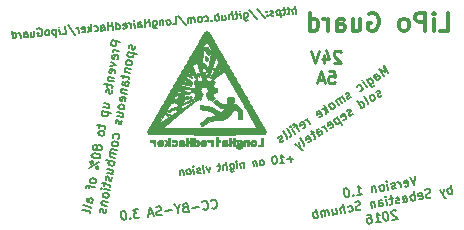
<source format=gbo>
G04 #@! TF.FileFunction,Legend,Bot*
%FSLAX46Y46*%
G04 Gerber Fmt 4.6, Leading zero omitted, Abs format (unit mm)*
G04 Created by KiCad (PCBNEW 4.0.4-stable) date Thu Oct  6 13:32:55 2016*
%MOMM*%
%LPD*%
G01*
G04 APERTURE LIST*
%ADD10C,0.100000*%
%ADD11C,0.150000*%
%ADD12C,0.162500*%
%ADD13C,0.250000*%
%ADD14C,0.300000*%
%ADD15C,0.002540*%
G04 APERTURE END LIST*
D10*
D11*
X144600623Y-82374084D02*
X144640424Y-82405179D01*
X144751121Y-82427571D01*
X144822017Y-82418866D01*
X144924009Y-82370360D01*
X144986200Y-82290759D01*
X145012943Y-82215510D01*
X145030981Y-82069365D01*
X145017924Y-81963021D01*
X144965066Y-81825581D01*
X144920913Y-81759038D01*
X144841312Y-81696846D01*
X144730615Y-81674456D01*
X144659719Y-81683161D01*
X144557727Y-81731666D01*
X144526631Y-81771467D01*
X143856214Y-82465486D02*
X143896014Y-82496581D01*
X144006711Y-82518973D01*
X144077607Y-82510268D01*
X144179599Y-82461762D01*
X144241790Y-82382161D01*
X144268534Y-82306912D01*
X144286572Y-82160767D01*
X144273514Y-82054423D01*
X144220657Y-81916983D01*
X144176503Y-81850440D01*
X144096902Y-81788248D01*
X143986205Y-81765858D01*
X143915309Y-81774563D01*
X143813317Y-81823068D01*
X143782222Y-81862869D01*
X143511067Y-82291970D02*
X142943897Y-82361609D01*
X142328223Y-82329258D02*
X142226231Y-82377763D01*
X142195135Y-82417563D01*
X142168392Y-82492812D01*
X142181450Y-82599157D01*
X142225602Y-82665700D01*
X142265404Y-82696795D01*
X142340652Y-82723539D01*
X142624237Y-82688719D01*
X142532835Y-81944310D01*
X142284699Y-81974777D01*
X142218154Y-82018930D01*
X142187059Y-82058730D01*
X142160315Y-82133979D01*
X142169020Y-82204875D01*
X142213174Y-82271419D01*
X142252974Y-82302514D01*
X142328223Y-82329258D01*
X142576360Y-82298791D01*
X141694509Y-82443050D02*
X141738034Y-82797531D01*
X141894769Y-82022654D02*
X141694509Y-82443050D01*
X141398496Y-82083589D01*
X141206942Y-82574880D02*
X140639773Y-82644520D01*
X140351208Y-82931829D02*
X140249216Y-82980335D01*
X140071976Y-83002097D01*
X139996727Y-82975354D01*
X139956927Y-82944258D01*
X139912773Y-82877715D01*
X139904068Y-82806819D01*
X139930812Y-82731570D01*
X139961907Y-82691769D01*
X140028451Y-82647617D01*
X140165891Y-82594759D01*
X140232434Y-82550605D01*
X140263530Y-82510805D01*
X140290273Y-82435556D01*
X140281568Y-82364660D01*
X140237415Y-82298116D01*
X140197614Y-82267021D01*
X140122366Y-82240278D01*
X139945125Y-82262040D01*
X139843133Y-82310546D01*
X139620484Y-82841638D02*
X139266003Y-82885163D01*
X139717494Y-83045622D02*
X139377956Y-82331680D01*
X139221221Y-83106557D01*
X138385409Y-82453549D02*
X137924584Y-82510132D01*
X138207541Y-82763249D01*
X138101197Y-82776306D01*
X138034653Y-82820459D01*
X138003558Y-82860260D01*
X137976814Y-82935508D01*
X137998576Y-83112749D01*
X138042730Y-83179292D01*
X138082530Y-83210387D01*
X138157779Y-83237131D01*
X138370467Y-83211016D01*
X138437011Y-83166863D01*
X138468106Y-83127062D01*
X137688249Y-83222817D02*
X137657153Y-83262617D01*
X137696954Y-83293713D01*
X137728049Y-83253912D01*
X137688249Y-83222817D01*
X137696954Y-83293713D01*
X137109278Y-82610239D02*
X137038382Y-82618944D01*
X136971838Y-82663096D01*
X136940743Y-82702897D01*
X136914000Y-82778146D01*
X136895961Y-82924290D01*
X136917724Y-83101530D01*
X136970582Y-83238971D01*
X137014735Y-83305514D01*
X137054535Y-83336609D01*
X137129784Y-83363353D01*
X137200680Y-83354648D01*
X137267224Y-83310494D01*
X137298319Y-83270694D01*
X137325063Y-83195446D01*
X137343101Y-83049301D01*
X137321339Y-82872061D01*
X137268481Y-82734621D01*
X137224327Y-82668077D01*
X137184527Y-82636981D01*
X137109278Y-82610239D01*
D12*
X151483238Y-78197628D02*
X150991691Y-78257982D01*
X151267642Y-78473579D02*
X151207287Y-77982032D01*
X150376713Y-78582971D02*
X150745373Y-78537705D01*
X150561043Y-78560338D02*
X150481828Y-77915183D01*
X150554588Y-77999804D01*
X150623576Y-78053703D01*
X150688791Y-78076880D01*
X149898117Y-77986854D02*
X149836673Y-77994398D01*
X149779002Y-78032664D01*
X149752052Y-78067157D01*
X149728874Y-78132373D01*
X149713242Y-78259032D01*
X149732103Y-78412641D01*
X149777912Y-78531755D01*
X149816179Y-78589426D01*
X149850672Y-78616375D01*
X149915888Y-78639553D01*
X149977332Y-78632009D01*
X150035002Y-78593742D01*
X150061952Y-78559249D01*
X150085129Y-78494033D01*
X150100762Y-78367375D01*
X150081901Y-78213766D01*
X150036091Y-78094651D01*
X149997826Y-78036980D01*
X149963331Y-78010031D01*
X149898117Y-77986854D01*
X148902073Y-78764034D02*
X148959744Y-78725767D01*
X148986693Y-78691274D01*
X149009870Y-78626058D01*
X148987237Y-78441729D01*
X148948972Y-78384057D01*
X148914478Y-78357108D01*
X148849263Y-78333930D01*
X148757098Y-78345246D01*
X148699426Y-78383513D01*
X148672477Y-78418006D01*
X148649299Y-78483222D01*
X148671932Y-78667552D01*
X148710199Y-78725223D01*
X148744692Y-78752172D01*
X148809908Y-78775350D01*
X148902073Y-78764034D01*
X148357716Y-78394284D02*
X148410526Y-78824388D01*
X148365260Y-78455728D02*
X148330767Y-78428779D01*
X148265551Y-78405601D01*
X148173386Y-78416917D01*
X148115715Y-78455184D01*
X148092538Y-78520398D01*
X148134032Y-78858338D01*
X147282458Y-78526309D02*
X147335268Y-78956413D01*
X147290002Y-78587753D02*
X147255509Y-78560804D01*
X147190293Y-78537626D01*
X147098128Y-78548942D01*
X147040457Y-78587209D01*
X147017280Y-78652423D01*
X147058774Y-78990363D01*
X146751557Y-79028084D02*
X146698747Y-78597980D01*
X146672342Y-78382929D02*
X146706835Y-78409878D01*
X146679886Y-78444372D01*
X146645392Y-78417423D01*
X146672342Y-78382929D01*
X146679886Y-78444372D01*
X146115035Y-78669651D02*
X146179162Y-79191920D01*
X146217427Y-79249591D01*
X146251921Y-79276540D01*
X146317136Y-79299717D01*
X146409301Y-79288401D01*
X146466973Y-79250135D01*
X146164073Y-79069033D02*
X146229288Y-79092211D01*
X146352175Y-79077122D01*
X146409846Y-79038855D01*
X146436796Y-79004362D01*
X146459973Y-78939146D01*
X146437340Y-78754817D01*
X146399074Y-78697145D01*
X146364581Y-78670196D01*
X146299365Y-78647018D01*
X146176478Y-78662107D01*
X146118807Y-78700373D01*
X145860628Y-79137476D02*
X145781413Y-78492321D01*
X145584134Y-79171426D02*
X145542640Y-78833486D01*
X145565817Y-78768272D01*
X145623489Y-78730005D01*
X145715653Y-78718689D01*
X145780869Y-78741867D01*
X145815363Y-78768816D01*
X145316272Y-78767727D02*
X145070498Y-78797904D01*
X145197702Y-78563992D02*
X145265600Y-79116981D01*
X145242424Y-79182197D01*
X145184752Y-79220464D01*
X145123309Y-79228008D01*
X144425343Y-78877119D02*
X144324545Y-79326084D01*
X144118127Y-78914840D01*
X143925163Y-79375122D02*
X143872353Y-78945018D01*
X143845948Y-78729967D02*
X143880442Y-78756916D01*
X143853493Y-78791409D01*
X143818999Y-78764460D01*
X143845948Y-78729967D01*
X143853493Y-78791409D01*
X143644896Y-79378349D02*
X143587225Y-79416615D01*
X143464338Y-79431704D01*
X143399122Y-79408526D01*
X143360857Y-79350854D01*
X143357085Y-79320133D01*
X143380262Y-79254917D01*
X143437933Y-79216652D01*
X143530098Y-79205335D01*
X143587769Y-79167070D01*
X143610946Y-79101854D01*
X143607174Y-79071132D01*
X143568909Y-79013461D01*
X143503693Y-78990283D01*
X143411528Y-79001600D01*
X143353857Y-79039866D01*
X143095679Y-79476969D02*
X143042869Y-79046865D01*
X143016464Y-78831814D02*
X143050957Y-78858764D01*
X143024008Y-78893257D01*
X142989514Y-78866308D01*
X143016464Y-78831814D01*
X143024008Y-78893257D01*
X142696297Y-79526007D02*
X142753968Y-79487741D01*
X142780918Y-79453247D01*
X142804095Y-79388032D01*
X142781462Y-79203702D01*
X142743196Y-79146031D01*
X142708703Y-79119081D01*
X142643487Y-79095903D01*
X142551322Y-79107220D01*
X142493651Y-79145486D01*
X142466701Y-79179980D01*
X142443524Y-79245196D01*
X142466156Y-79429525D01*
X142504423Y-79487197D01*
X142538916Y-79514146D01*
X142604132Y-79537324D01*
X142696297Y-79526007D01*
X142151940Y-79156258D02*
X142204750Y-79586362D01*
X142159485Y-79217701D02*
X142124991Y-79190752D01*
X142059775Y-79167574D01*
X141967611Y-79178891D01*
X141909939Y-79217157D01*
X141886762Y-79282372D01*
X141928256Y-79620311D01*
D11*
X151720283Y-65918533D02*
X151663632Y-65271006D01*
X151442772Y-65942812D02*
X151413098Y-65603630D01*
X151438537Y-65539264D01*
X151497508Y-65503034D01*
X151590012Y-65494941D01*
X151654379Y-65520381D01*
X151687911Y-65548517D01*
X151189162Y-65530010D02*
X150942486Y-65551592D01*
X151077775Y-65322262D02*
X151126333Y-65877284D01*
X151100894Y-65941651D01*
X151041923Y-65977882D01*
X150980253Y-65983277D01*
X150819147Y-65562383D02*
X150572470Y-65583964D01*
X150707759Y-65354634D02*
X150756318Y-65909656D01*
X150730879Y-65974023D01*
X150671907Y-66010254D01*
X150610238Y-66015649D01*
X150356627Y-65602848D02*
X150413279Y-66250374D01*
X150359325Y-65633683D02*
X150294958Y-65608243D01*
X150171620Y-65619034D01*
X150112648Y-65655264D01*
X150084512Y-65688796D01*
X150059072Y-65753164D01*
X150075258Y-65938171D01*
X150111489Y-65997143D01*
X150145021Y-66025279D01*
X150209388Y-66050719D01*
X150332726Y-66039928D01*
X150391697Y-66003698D01*
X149836674Y-66052256D02*
X149777704Y-66088486D01*
X149654365Y-66099277D01*
X149589998Y-66073837D01*
X149553768Y-66014866D01*
X149551070Y-65984031D01*
X149576509Y-65919664D01*
X149635481Y-65883435D01*
X149727985Y-65875342D01*
X149786956Y-65839112D01*
X149812395Y-65774745D01*
X149809698Y-65743910D01*
X149773468Y-65684939D01*
X149709101Y-65659499D01*
X149616597Y-65667592D01*
X149557626Y-65703823D01*
X149278955Y-66069980D02*
X149250818Y-66103512D01*
X149284350Y-66131649D01*
X149312487Y-66098116D01*
X149278955Y-66069980D01*
X149284350Y-66131649D01*
X149249280Y-65730799D02*
X149221144Y-65764331D01*
X149254676Y-65792468D01*
X149282812Y-65758936D01*
X149249280Y-65730799D01*
X149254676Y-65792468D01*
X148454136Y-65520729D02*
X149081996Y-66304706D01*
X147775775Y-65580078D02*
X148403635Y-66364055D01*
X147304004Y-65869918D02*
X147349865Y-66394106D01*
X147386094Y-66453078D01*
X147419626Y-66481215D01*
X147483993Y-66506654D01*
X147576497Y-66498561D01*
X147635469Y-66462331D01*
X147339074Y-66270768D02*
X147403440Y-66296208D01*
X147526779Y-66285417D01*
X147585751Y-66249186D01*
X147613887Y-66215654D01*
X147639326Y-66151287D01*
X147623140Y-65966280D01*
X147586910Y-65907308D01*
X147553378Y-65879172D01*
X147489011Y-65853732D01*
X147365672Y-65864523D01*
X147306702Y-65900753D01*
X147033425Y-66328580D02*
X146995658Y-65896895D01*
X146976774Y-65681053D02*
X147010306Y-65709190D01*
X146982169Y-65742722D01*
X146948638Y-65714585D01*
X146976774Y-65681053D01*
X146982169Y-65742722D01*
X146779815Y-65915778D02*
X146533139Y-65937360D01*
X146668428Y-65708030D02*
X146716986Y-66263052D01*
X146691547Y-66327419D01*
X146632576Y-66363649D01*
X146570906Y-66369045D01*
X146355064Y-66387929D02*
X146298412Y-65740402D01*
X146077553Y-66412208D02*
X146047878Y-66073026D01*
X146073317Y-66008660D01*
X146132289Y-65972430D01*
X146224792Y-65964337D01*
X146289160Y-65989776D01*
X146322691Y-66017913D01*
X145453928Y-66031778D02*
X145491696Y-66463464D01*
X145731439Y-66007499D02*
X145761113Y-66346680D01*
X145735675Y-66411047D01*
X145676703Y-66447277D01*
X145584199Y-66455370D01*
X145519832Y-66429931D01*
X145486300Y-66401794D01*
X145183349Y-66490440D02*
X145126698Y-65842914D01*
X145148280Y-66089590D02*
X145083912Y-66064151D01*
X144960575Y-66074941D01*
X144901603Y-66111172D01*
X144873466Y-66144704D01*
X144848026Y-66209071D01*
X144864212Y-66394078D01*
X144900443Y-66453050D01*
X144933975Y-66481187D01*
X144998342Y-66506626D01*
X145121680Y-66495836D01*
X145180652Y-66459605D01*
X144592097Y-66480027D02*
X144563960Y-66513559D01*
X144597492Y-66541696D01*
X144625629Y-66508163D01*
X144592097Y-66480027D01*
X144597492Y-66541696D01*
X144008937Y-66562117D02*
X144073304Y-66587557D01*
X144196642Y-66576766D01*
X144255614Y-66540535D01*
X144283751Y-66507004D01*
X144309190Y-66442636D01*
X144293003Y-66257629D01*
X144256774Y-66198657D01*
X144223242Y-66170521D01*
X144158875Y-66145081D01*
X144035536Y-66155872D01*
X143976565Y-66192102D01*
X143641620Y-66625324D02*
X143700591Y-66589094D01*
X143728728Y-66555562D01*
X143754167Y-66491195D01*
X143737981Y-66306187D01*
X143701751Y-66247216D01*
X143668219Y-66219079D01*
X143603852Y-66193639D01*
X143511348Y-66201732D01*
X143452377Y-66237963D01*
X143424240Y-66271495D01*
X143398800Y-66335862D01*
X143414986Y-66520869D01*
X143451217Y-66579841D01*
X143484749Y-66607977D01*
X143549116Y-66633417D01*
X143641620Y-66625324D01*
X143148266Y-66668487D02*
X143110499Y-66236802D01*
X143115894Y-66298471D02*
X143082362Y-66270335D01*
X143017995Y-66244895D01*
X142925491Y-66252988D01*
X142866520Y-66289219D01*
X142841081Y-66353585D01*
X142870755Y-66692766D01*
X142841081Y-66353585D02*
X142804850Y-66294614D01*
X142740484Y-66269174D01*
X142647979Y-66277267D01*
X142589009Y-66313498D01*
X142563569Y-66377864D01*
X142593243Y-66717045D01*
X141763029Y-66106125D02*
X142390889Y-66890102D01*
X141298190Y-66830348D02*
X141606536Y-66803371D01*
X141549885Y-66155844D01*
X140989845Y-66857324D02*
X141048817Y-66821094D01*
X141076953Y-66787562D01*
X141102392Y-66723195D01*
X141086206Y-66538188D01*
X141049976Y-66479216D01*
X141016444Y-66451079D01*
X140952077Y-66425639D01*
X140859574Y-66433732D01*
X140800602Y-66469963D01*
X140772465Y-66503495D01*
X140747026Y-66567862D01*
X140763212Y-66752869D01*
X140799442Y-66811841D01*
X140832974Y-66839978D01*
X140897341Y-66865417D01*
X140989845Y-66857324D01*
X140458724Y-66468802D02*
X140496491Y-66900487D01*
X140464119Y-66530472D02*
X140430587Y-66502335D01*
X140366220Y-66476895D01*
X140273717Y-66484988D01*
X140214745Y-66521219D01*
X140189306Y-66585585D01*
X140218980Y-66924766D01*
X139595356Y-66544337D02*
X139641216Y-67068526D01*
X139677446Y-67127498D01*
X139710978Y-67155634D01*
X139775345Y-67181073D01*
X139867849Y-67172980D01*
X139926820Y-67136750D01*
X139630426Y-66945187D02*
X139694792Y-66970627D01*
X139818131Y-66959836D01*
X139877102Y-66923606D01*
X139905239Y-66890074D01*
X139930678Y-66825707D01*
X139914492Y-66640699D01*
X139878262Y-66581728D01*
X139844730Y-66553591D01*
X139780363Y-66528151D01*
X139657024Y-66538942D01*
X139598054Y-66575172D01*
X139324777Y-67002999D02*
X139268126Y-66355472D01*
X139295103Y-66663818D02*
X138925088Y-66696190D01*
X138954763Y-67035371D02*
X138898111Y-66387844D01*
X138368905Y-67086627D02*
X138339231Y-66747446D01*
X138364670Y-66683079D01*
X138423642Y-66646849D01*
X138546979Y-66636058D01*
X138611347Y-66661498D01*
X138366208Y-67055792D02*
X138430574Y-67081232D01*
X138584747Y-67067743D01*
X138643719Y-67031513D01*
X138669157Y-66967146D01*
X138663762Y-66905477D01*
X138627533Y-66846505D01*
X138563166Y-66821066D01*
X138408992Y-66834555D01*
X138344626Y-66809115D01*
X138060559Y-67113604D02*
X138022792Y-66681919D01*
X138003908Y-66466077D02*
X138037440Y-66494214D01*
X138009303Y-66527746D01*
X137975771Y-66499609D01*
X138003908Y-66466077D01*
X138009303Y-66527746D01*
X137752213Y-67140580D02*
X137714446Y-66708895D01*
X137725236Y-66832234D02*
X137689007Y-66773263D01*
X137655474Y-66745126D01*
X137591108Y-66719686D01*
X137529438Y-66725081D01*
X137101989Y-67166397D02*
X137166356Y-67191836D01*
X137289694Y-67181046D01*
X137348666Y-67144815D01*
X137374104Y-67080448D01*
X137352523Y-66833771D01*
X137316293Y-66774800D01*
X137251926Y-66749361D01*
X137128588Y-66760151D01*
X137069617Y-66796382D01*
X137044178Y-66860748D01*
X137049573Y-66922417D01*
X137363314Y-66957110D01*
X136518829Y-67248488D02*
X136462178Y-66600961D01*
X136516132Y-67217652D02*
X136580498Y-67243092D01*
X136703837Y-67232302D01*
X136762808Y-67196071D01*
X136790945Y-67162539D01*
X136816384Y-67098172D01*
X136800198Y-66913165D01*
X136763968Y-66854193D01*
X136730436Y-66826056D01*
X136666069Y-66800617D01*
X136542730Y-66811407D01*
X136483760Y-66847638D01*
X136210483Y-67275464D02*
X136153832Y-66627938D01*
X136180809Y-66936283D02*
X135810794Y-66968655D01*
X135840469Y-67307836D02*
X135783817Y-66660310D01*
X135254612Y-67359092D02*
X135224937Y-67019911D01*
X135250376Y-66955545D01*
X135309348Y-66919314D01*
X135432686Y-66908524D01*
X135497053Y-66933963D01*
X135251914Y-67328257D02*
X135316280Y-67353697D01*
X135470453Y-67340209D01*
X135529425Y-67303978D01*
X135554864Y-67239611D01*
X135549468Y-67177943D01*
X135513239Y-67118971D01*
X135448872Y-67093532D01*
X135294699Y-67107020D01*
X135230332Y-67081580D01*
X134666057Y-67379513D02*
X134730423Y-67404953D01*
X134853762Y-67394162D01*
X134912733Y-67357932D01*
X134940870Y-67324400D01*
X134966309Y-67260033D01*
X134950123Y-67075025D01*
X134913893Y-67016054D01*
X134880361Y-66987917D01*
X134815994Y-66962477D01*
X134692655Y-66973268D01*
X134633685Y-67009498D01*
X134391242Y-67434627D02*
X134334591Y-66787101D01*
X134307992Y-67193346D02*
X134144566Y-67456209D01*
X134106798Y-67024524D02*
X134375056Y-67249619D01*
X133617680Y-67471234D02*
X133682047Y-67496674D01*
X133805385Y-67485883D01*
X133864357Y-67449653D01*
X133889796Y-67385286D01*
X133868214Y-67138609D01*
X133831985Y-67079638D01*
X133767618Y-67054198D01*
X133644280Y-67064989D01*
X133585308Y-67101219D01*
X133559869Y-67165585D01*
X133565265Y-67227255D01*
X133879005Y-67261948D01*
X133312032Y-67529046D02*
X133274264Y-67097361D01*
X133285055Y-67220700D02*
X133248825Y-67161728D01*
X133215293Y-67133592D01*
X133150926Y-67108152D01*
X133089257Y-67113547D01*
X132389314Y-66926219D02*
X133017174Y-67710196D01*
X131924475Y-67650441D02*
X132232821Y-67623465D01*
X132176170Y-66975938D01*
X131708634Y-67669325D02*
X131670866Y-67237640D01*
X131651982Y-67021799D02*
X131685514Y-67049935D01*
X131657378Y-67083467D01*
X131623846Y-67055330D01*
X131651982Y-67021799D01*
X131657378Y-67083467D01*
X131362520Y-67264617D02*
X131419171Y-67912143D01*
X131365218Y-67295452D02*
X131300850Y-67270012D01*
X131177513Y-67280803D01*
X131118541Y-67317034D01*
X131090404Y-67350565D01*
X131064964Y-67414933D01*
X131081151Y-67599940D01*
X131117381Y-67658912D01*
X131150913Y-67687048D01*
X131215280Y-67712488D01*
X131338618Y-67701697D01*
X131397590Y-67665467D01*
X130721927Y-67755651D02*
X130780898Y-67719420D01*
X130809035Y-67685888D01*
X130834474Y-67621521D01*
X130818288Y-67436514D01*
X130782058Y-67377542D01*
X130748526Y-67349406D01*
X130684159Y-67323966D01*
X130591655Y-67332059D01*
X130532684Y-67368289D01*
X130504547Y-67401821D01*
X130479107Y-67466188D01*
X130495293Y-67651196D01*
X130531524Y-67710167D01*
X130565056Y-67738304D01*
X130629423Y-67763744D01*
X130721927Y-67755651D01*
X129835439Y-67211796D02*
X129894411Y-67175566D01*
X129986915Y-67167473D01*
X130082116Y-67190214D01*
X130149181Y-67246488D01*
X130185410Y-67305460D01*
X130227035Y-67426100D01*
X130235128Y-67518604D01*
X130215085Y-67644641D01*
X130189646Y-67709007D01*
X130133372Y-67776071D01*
X130043566Y-67815000D01*
X129981896Y-67820395D01*
X129886695Y-67797653D01*
X129853163Y-67769516D01*
X129834279Y-67553674D01*
X129957617Y-67542883D01*
X129265768Y-67448059D02*
X129303536Y-67879744D01*
X129543279Y-67423780D02*
X129572954Y-67762960D01*
X129547515Y-67827327D01*
X129488543Y-67863558D01*
X129396039Y-67871651D01*
X129331672Y-67846211D01*
X129298140Y-67818075D01*
X128717679Y-67931000D02*
X128688004Y-67591818D01*
X128713443Y-67527452D01*
X128772415Y-67491222D01*
X128895753Y-67480431D01*
X128960120Y-67505871D01*
X128714981Y-67900165D02*
X128779347Y-67925605D01*
X128933520Y-67912116D01*
X128992492Y-67875886D01*
X129017931Y-67811518D01*
X129012535Y-67749850D01*
X128976306Y-67690878D01*
X128911939Y-67665439D01*
X128757766Y-67678928D01*
X128693399Y-67653488D01*
X128409332Y-67957977D02*
X128371565Y-67526292D01*
X128382356Y-67649630D02*
X128346126Y-67590659D01*
X128312593Y-67562522D01*
X128248227Y-67537082D01*
X128186558Y-67542478D01*
X127730972Y-68017326D02*
X127674320Y-67369799D01*
X127728274Y-67986490D02*
X127792640Y-68011930D01*
X127915979Y-68001139D01*
X127974951Y-67964909D01*
X128003087Y-67931377D01*
X128028526Y-67867010D01*
X128012340Y-67682003D01*
X127976110Y-67623031D01*
X127942579Y-67594894D01*
X127878211Y-67569454D01*
X127754873Y-67580245D01*
X127695902Y-67616476D01*
D13*
X155495476Y-69157619D02*
X155447857Y-69110000D01*
X155352619Y-69062381D01*
X155114523Y-69062381D01*
X155019285Y-69110000D01*
X154971666Y-69157619D01*
X154924047Y-69252857D01*
X154924047Y-69348095D01*
X154971666Y-69490952D01*
X155543095Y-70062381D01*
X154924047Y-70062381D01*
X154066904Y-69395714D02*
X154066904Y-70062381D01*
X154305000Y-69014762D02*
X154543095Y-69729048D01*
X153924047Y-69729048D01*
X153685952Y-69062381D02*
X153352619Y-70062381D01*
X153019285Y-69062381D01*
X154495476Y-70812381D02*
X154971667Y-70812381D01*
X155019286Y-71288571D01*
X154971667Y-71240952D01*
X154876429Y-71193333D01*
X154638333Y-71193333D01*
X154543095Y-71240952D01*
X154495476Y-71288571D01*
X154447857Y-71383810D01*
X154447857Y-71621905D01*
X154495476Y-71717143D01*
X154543095Y-71764762D01*
X154638333Y-71812381D01*
X154876429Y-71812381D01*
X154971667Y-71764762D01*
X155019286Y-71717143D01*
X154066905Y-71526667D02*
X153590714Y-71526667D01*
X154162143Y-71812381D02*
X153828810Y-70812381D01*
X153495476Y-71812381D01*
D11*
X136864568Y-68320602D02*
X136125962Y-68190366D01*
X136076349Y-68471740D01*
X136099117Y-68548285D01*
X136128086Y-68589659D01*
X136192228Y-68637234D01*
X136297744Y-68655839D01*
X136374288Y-68633071D01*
X136415662Y-68604100D01*
X136463237Y-68539959D01*
X136512851Y-68258585D01*
X136734332Y-69059208D02*
X136241928Y-68972384D01*
X136382615Y-68997191D02*
X136306069Y-69019960D01*
X136264696Y-69048929D01*
X136217121Y-69113071D01*
X136204718Y-69183414D01*
X136568923Y-69791613D02*
X136616499Y-69727471D01*
X136641306Y-69586784D01*
X136618537Y-69510238D01*
X136554396Y-69462664D01*
X136273023Y-69413050D01*
X136196477Y-69435818D01*
X136148902Y-69499960D01*
X136124095Y-69640647D01*
X136146863Y-69717192D01*
X136211006Y-69764767D01*
X136281348Y-69777171D01*
X136413709Y-69437857D01*
X136062078Y-69992364D02*
X136523474Y-70255046D01*
X136000061Y-70344081D01*
X136358065Y-70987451D02*
X136405641Y-70923309D01*
X136430448Y-70782622D01*
X136407679Y-70706077D01*
X136343538Y-70658502D01*
X136062164Y-70608888D01*
X135985619Y-70631656D01*
X135938044Y-70695798D01*
X135913237Y-70836485D01*
X135936005Y-70913031D01*
X136000147Y-70960605D01*
X136070490Y-70973009D01*
X136202851Y-70633695D01*
X135838816Y-71258545D02*
X136331220Y-71345369D01*
X135909159Y-71270948D02*
X135867786Y-71299919D01*
X135820211Y-71364060D01*
X135801606Y-71469576D01*
X135824374Y-71546121D01*
X135888516Y-71593696D01*
X136275405Y-71661915D01*
X135739589Y-71821293D02*
X135689975Y-72102666D01*
X135474782Y-71883395D02*
X136107872Y-71995026D01*
X136172013Y-72042602D01*
X136194782Y-72119146D01*
X136182379Y-72189490D01*
X136109996Y-72394318D02*
X136132765Y-72470864D01*
X136107958Y-72611550D01*
X136060383Y-72675691D01*
X135983838Y-72698460D01*
X135948666Y-72692259D01*
X135884524Y-72644683D01*
X135861756Y-72568138D01*
X135880362Y-72462623D01*
X135857593Y-72386077D01*
X135793452Y-72338503D01*
X135758280Y-72332301D01*
X135681735Y-72355069D01*
X135634160Y-72419211D01*
X135615554Y-72524726D01*
X135638323Y-72601271D01*
X135386091Y-73826080D02*
X135878495Y-73912904D01*
X135441906Y-73509534D02*
X135828795Y-73577753D01*
X135892936Y-73625329D01*
X135915705Y-73701873D01*
X135897100Y-73807389D01*
X135849524Y-73871531D01*
X135808151Y-73900500D01*
X135324074Y-74177796D02*
X136062679Y-74308032D01*
X135359245Y-74183998D02*
X135311670Y-74248140D01*
X135286863Y-74388826D01*
X135309631Y-74465372D01*
X135338601Y-74506745D01*
X135402743Y-74554320D01*
X135613774Y-74591530D01*
X135690318Y-74568762D01*
X135731691Y-74539792D01*
X135779267Y-74475651D01*
X135804074Y-74334964D01*
X135781305Y-74258418D01*
X135125618Y-75303291D02*
X135076005Y-75584665D01*
X134860812Y-75365394D02*
X135493902Y-75477024D01*
X135558043Y-75524600D01*
X135580812Y-75601145D01*
X135568409Y-75671489D01*
X135506392Y-76023205D02*
X135483622Y-75946660D01*
X135454653Y-75905286D01*
X135390512Y-75857711D01*
X135179481Y-75820501D01*
X135102936Y-75843269D01*
X135061562Y-75872240D01*
X135013988Y-75936381D01*
X134995382Y-76041896D01*
X135018150Y-76118442D01*
X135047120Y-76159815D01*
X135111262Y-76207390D01*
X135322293Y-76244600D01*
X135398837Y-76221832D01*
X135440210Y-76192862D01*
X135487786Y-76128720D01*
X135506392Y-76023205D01*
X134867270Y-77179794D02*
X134844502Y-77103249D01*
X134815533Y-77061875D01*
X134751390Y-77014300D01*
X134716219Y-77008099D01*
X134639674Y-77030867D01*
X134598300Y-77059837D01*
X134550726Y-77123979D01*
X134525919Y-77264665D01*
X134548687Y-77341211D01*
X134577656Y-77382584D01*
X134641798Y-77430160D01*
X134676970Y-77436361D01*
X134753515Y-77413593D01*
X134794889Y-77384623D01*
X134842463Y-77320481D01*
X134867270Y-77179794D01*
X134914846Y-77115653D01*
X134956219Y-77086682D01*
X135032764Y-77063914D01*
X135173452Y-77088721D01*
X135237593Y-77136296D01*
X135266562Y-77177670D01*
X135289331Y-77254215D01*
X135264524Y-77394901D01*
X135216949Y-77459043D01*
X135175575Y-77488013D01*
X135099031Y-77510782D01*
X134958343Y-77485975D01*
X134894202Y-77438399D01*
X134865232Y-77397026D01*
X134842463Y-77320481D01*
X134420489Y-77862585D02*
X134408086Y-77932928D01*
X134430854Y-78009474D01*
X134459824Y-78050847D01*
X134523966Y-78098422D01*
X134658451Y-78158401D01*
X134834309Y-78189410D01*
X134981198Y-78179044D01*
X135057743Y-78156276D01*
X135099116Y-78127306D01*
X135146692Y-78063164D01*
X135159095Y-77992821D01*
X135136326Y-77916276D01*
X135107356Y-77874903D01*
X135043215Y-77827327D01*
X134908729Y-77767348D01*
X134732871Y-77736340D01*
X134585983Y-77746705D01*
X134509437Y-77769473D01*
X134468064Y-77798443D01*
X134420489Y-77862585D01*
X135066069Y-78520397D02*
X134228236Y-78952908D01*
X134308858Y-78495676D02*
X134331626Y-78572221D01*
X134395768Y-78619796D01*
X134472313Y-78597028D01*
X134519888Y-78532886D01*
X134497120Y-78456341D01*
X134432979Y-78408766D01*
X134356433Y-78431534D01*
X134308858Y-78495676D01*
X134937871Y-79041770D02*
X134861326Y-79064539D01*
X134797184Y-79016963D01*
X134774416Y-78940419D01*
X134821991Y-78876277D01*
X134898537Y-78853509D01*
X134962678Y-78901084D01*
X134985447Y-78977629D01*
X134937871Y-79041770D01*
X134793193Y-80067952D02*
X134770424Y-79991408D01*
X134741455Y-79950033D01*
X134677314Y-79902459D01*
X134466283Y-79865248D01*
X134389738Y-79888016D01*
X134348364Y-79916987D01*
X134300790Y-79981128D01*
X134282184Y-80086643D01*
X134304952Y-80163189D01*
X134333922Y-80204562D01*
X134398064Y-80252137D01*
X134609095Y-80289347D01*
X134685639Y-80266579D01*
X134727012Y-80237609D01*
X134774588Y-80173467D01*
X134793193Y-80067952D01*
X134220167Y-80438361D02*
X134170553Y-80719734D01*
X134693966Y-80630699D02*
X134060875Y-80519068D01*
X133984330Y-80541837D01*
X133936755Y-80605978D01*
X133924352Y-80676322D01*
X134464502Y-81932052D02*
X134077614Y-81863834D01*
X134013472Y-81816259D01*
X133990704Y-81739713D01*
X134015510Y-81599026D01*
X134063085Y-81534884D01*
X134429330Y-81925851D02*
X134476906Y-81861709D01*
X134507914Y-81685851D01*
X134485145Y-81609305D01*
X134421004Y-81561730D01*
X134350660Y-81549327D01*
X134274116Y-81572095D01*
X134226540Y-81636237D01*
X134195531Y-81812095D01*
X134147957Y-81876237D01*
X134383880Y-82389284D02*
X134361111Y-82312739D01*
X134296970Y-82265164D01*
X133663879Y-82153533D01*
X134315661Y-82776173D02*
X134292892Y-82699628D01*
X134228751Y-82652052D01*
X133595661Y-82540421D01*
X138063319Y-68658904D02*
X138086088Y-68735450D01*
X138061282Y-68876137D01*
X138013706Y-68940278D01*
X137937161Y-68963047D01*
X137901990Y-68956845D01*
X137837848Y-68909269D01*
X137815080Y-68832724D01*
X137833685Y-68727209D01*
X137810916Y-68650664D01*
X137746775Y-68603089D01*
X137711603Y-68596887D01*
X137635058Y-68619655D01*
X137587483Y-68683797D01*
X137568878Y-68789312D01*
X137591646Y-68865857D01*
X137494457Y-69211372D02*
X138233063Y-69341609D01*
X137529629Y-69217574D02*
X137482054Y-69281716D01*
X137457247Y-69422403D01*
X137480015Y-69498948D01*
X137508984Y-69540322D01*
X137573127Y-69587897D01*
X137784157Y-69625107D01*
X137860702Y-69602339D01*
X137902075Y-69573369D01*
X137949651Y-69509227D01*
X137974457Y-69368540D01*
X137951689Y-69291995D01*
X137850423Y-70071974D02*
X137827654Y-69995429D01*
X137798685Y-69954055D01*
X137734543Y-69906480D01*
X137523513Y-69869270D01*
X137446967Y-69892038D01*
X137405594Y-69921009D01*
X137358019Y-69985150D01*
X137339414Y-70090665D01*
X137362182Y-70167210D01*
X137391152Y-70208584D01*
X137455294Y-70256158D01*
X137666324Y-70293369D01*
X137742869Y-70270601D01*
X137784242Y-70241631D01*
X137831818Y-70177489D01*
X137850423Y-70071974D01*
X137258792Y-70547896D02*
X137751196Y-70634721D01*
X137329135Y-70560300D02*
X137287761Y-70589271D01*
X137240187Y-70653412D01*
X137221581Y-70758927D01*
X137244349Y-70835472D01*
X137308492Y-70883047D01*
X137695380Y-70951266D01*
X137159564Y-71110644D02*
X137109951Y-71392017D01*
X136894757Y-71172746D02*
X137527848Y-71284377D01*
X137591989Y-71331953D01*
X137614758Y-71408498D01*
X137602354Y-71478842D01*
X137503127Y-72041588D02*
X137116238Y-71973369D01*
X137052096Y-71925794D01*
X137029328Y-71849249D01*
X137054135Y-71708562D01*
X137101710Y-71644420D01*
X137467955Y-72035386D02*
X137515530Y-71971244D01*
X137546539Y-71795386D01*
X137523770Y-71718841D01*
X137459629Y-71671266D01*
X137389285Y-71658862D01*
X137312741Y-71681630D01*
X137265165Y-71745772D01*
X137234156Y-71921631D01*
X137186581Y-71985773D01*
X136948706Y-72306480D02*
X137441110Y-72393305D01*
X137019049Y-72318884D02*
X136977676Y-72347855D01*
X136930101Y-72411996D01*
X136911496Y-72517511D01*
X136934264Y-72594056D01*
X136998406Y-72641631D01*
X137385294Y-72709850D01*
X137238491Y-73336739D02*
X137286067Y-73272597D01*
X137310874Y-73131910D01*
X137288105Y-73055365D01*
X137223964Y-73007790D01*
X136942590Y-72958176D01*
X136866045Y-72980944D01*
X136818470Y-73045086D01*
X136793663Y-73185773D01*
X136816431Y-73262318D01*
X136880573Y-73309893D01*
X136950916Y-73322297D01*
X137083277Y-72982983D01*
X137193041Y-73800172D02*
X137170272Y-73723628D01*
X137141303Y-73682254D01*
X137077161Y-73634679D01*
X136866131Y-73597468D01*
X136789585Y-73620236D01*
X136748212Y-73649207D01*
X136700637Y-73713348D01*
X136682032Y-73818863D01*
X136704800Y-73895409D01*
X136733770Y-73936782D01*
X136797912Y-73984357D01*
X137008942Y-74021567D01*
X137085487Y-73998799D01*
X137126860Y-73969830D01*
X137174436Y-73905688D01*
X137193041Y-73800172D01*
X136545594Y-74592641D02*
X137037998Y-74679465D01*
X136601410Y-74276095D02*
X136988298Y-74344314D01*
X137052439Y-74391890D01*
X137075209Y-74468434D01*
X137056603Y-74573950D01*
X137009027Y-74638092D01*
X136967654Y-74667061D01*
X136947010Y-74989808D02*
X136969779Y-75066353D01*
X136944972Y-75207040D01*
X136897397Y-75271181D01*
X136820852Y-75293950D01*
X136785681Y-75287749D01*
X136721539Y-75240173D01*
X136698770Y-75163628D01*
X136717376Y-75058113D01*
X136694607Y-74981567D01*
X136630466Y-74933992D01*
X136595294Y-74927791D01*
X136518749Y-74950559D01*
X136471174Y-75014701D01*
X136452569Y-75120216D01*
X136475337Y-75196761D01*
X136680336Y-76502192D02*
X136727912Y-76438050D01*
X136752719Y-76297363D01*
X136729950Y-76220818D01*
X136700980Y-76179444D01*
X136636839Y-76131870D01*
X136425809Y-76094659D01*
X136349263Y-76117427D01*
X136307890Y-76146398D01*
X136260315Y-76210539D01*
X136235508Y-76351226D01*
X136258276Y-76427771D01*
X136641088Y-76930454D02*
X136618319Y-76853909D01*
X136589349Y-76812535D01*
X136525208Y-76764960D01*
X136314178Y-76727750D01*
X136237632Y-76750518D01*
X136196259Y-76779488D01*
X136148684Y-76843630D01*
X136130079Y-76949145D01*
X136152847Y-77025690D01*
X136181817Y-77067063D01*
X136245959Y-77114638D01*
X136456989Y-77151849D01*
X136533534Y-77129081D01*
X136574907Y-77100111D01*
X136622483Y-77035969D01*
X136641088Y-76930454D01*
X136541861Y-77493200D02*
X136049457Y-77406376D01*
X136119800Y-77418780D02*
X136078426Y-77447750D01*
X136030852Y-77511892D01*
X136012246Y-77617407D01*
X136035014Y-77693952D01*
X136099156Y-77741527D01*
X136486045Y-77809746D01*
X136099156Y-77741527D02*
X136022611Y-77764295D01*
X135975036Y-77828437D01*
X135956431Y-77933953D01*
X135979199Y-78010497D01*
X136043341Y-78058073D01*
X136430230Y-78126292D01*
X136368212Y-78478008D02*
X135629607Y-78347772D01*
X135910980Y-78397386D02*
X135863405Y-78461528D01*
X135838598Y-78602215D01*
X135861366Y-78678760D01*
X135890336Y-78720133D01*
X135954478Y-78767708D01*
X136165509Y-78804918D01*
X136242053Y-78782150D01*
X136283426Y-78753181D01*
X136331002Y-78689039D01*
X136355809Y-78548352D01*
X136333040Y-78471806D01*
X135702160Y-79375992D02*
X136194564Y-79462816D01*
X135757976Y-79059446D02*
X136144865Y-79127665D01*
X136209006Y-79175241D01*
X136231775Y-79251785D01*
X136213170Y-79357301D01*
X136165594Y-79421443D01*
X136124220Y-79450412D01*
X136103577Y-79773159D02*
X136126345Y-79849705D01*
X136101539Y-79990391D01*
X136053963Y-80054532D01*
X135977418Y-80077301D01*
X135942247Y-80071100D01*
X135878105Y-80023524D01*
X135855337Y-79946979D01*
X135873942Y-79841464D01*
X135851173Y-79764918D01*
X135787032Y-79717343D01*
X135751860Y-79711142D01*
X135675315Y-79733910D01*
X135627740Y-79798052D01*
X135609135Y-79903567D01*
X135631903Y-79980112D01*
X135553319Y-80220113D02*
X135503705Y-80501486D01*
X135288512Y-80282215D02*
X135921603Y-80393846D01*
X135985744Y-80441422D01*
X136008513Y-80517967D01*
X135996109Y-80588310D01*
X135952697Y-80834511D02*
X135460294Y-80747687D01*
X135214092Y-80704275D02*
X135255465Y-80675305D01*
X135284434Y-80716679D01*
X135243061Y-80745649D01*
X135214092Y-80704275D01*
X135284434Y-80716679D01*
X135872075Y-81291744D02*
X135849306Y-81215199D01*
X135820336Y-81173825D01*
X135756195Y-81126250D01*
X135545165Y-81089040D01*
X135468619Y-81111808D01*
X135427246Y-81140778D01*
X135379671Y-81204920D01*
X135361066Y-81310435D01*
X135383834Y-81386980D01*
X135412804Y-81428354D01*
X135476946Y-81475928D01*
X135687976Y-81513139D01*
X135764521Y-81490371D01*
X135805894Y-81461401D01*
X135853470Y-81397259D01*
X135872075Y-81291744D01*
X135280444Y-81767666D02*
X135772848Y-81854490D01*
X135350787Y-81780070D02*
X135309413Y-81809040D01*
X135261839Y-81873182D01*
X135243233Y-81978697D01*
X135266001Y-82055242D01*
X135330143Y-82102817D01*
X135717032Y-82171036D01*
X135626044Y-82481379D02*
X135648813Y-82557925D01*
X135624006Y-82698612D01*
X135576430Y-82762753D01*
X135499886Y-82785522D01*
X135464714Y-82779320D01*
X135400572Y-82731744D01*
X135377804Y-82655200D01*
X135396409Y-82549684D01*
X135373641Y-82473139D01*
X135309499Y-82425564D01*
X135274328Y-82419362D01*
X135197782Y-82442130D01*
X135150208Y-82506272D01*
X135131602Y-82611787D01*
X135154370Y-82688332D01*
X159555009Y-70942400D02*
X159146529Y-70313397D01*
X159228633Y-70898844D01*
X158727194Y-70585716D01*
X159135673Y-71214719D01*
X158566575Y-71584296D02*
X158352610Y-71254818D01*
X158343659Y-71175462D01*
X158384113Y-71106606D01*
X158503923Y-71028801D01*
X158583280Y-71019850D01*
X158547123Y-71554343D02*
X158626480Y-71545393D01*
X158776243Y-71448136D01*
X158816696Y-71379280D01*
X158807746Y-71299924D01*
X158768843Y-71240019D01*
X158699988Y-71199565D01*
X158620631Y-71208515D01*
X158470869Y-71305772D01*
X158391512Y-71314723D01*
X157725158Y-71534537D02*
X158055832Y-72043730D01*
X158124687Y-72084183D01*
X158174091Y-72094684D01*
X158253447Y-72085734D01*
X158343305Y-72027380D01*
X158383759Y-71958524D01*
X157978026Y-71923919D02*
X158057383Y-71914969D01*
X158177193Y-71837164D01*
X158217646Y-71768308D01*
X158228148Y-71718904D01*
X158219197Y-71639548D01*
X158102489Y-71459833D01*
X158033634Y-71419379D01*
X157984229Y-71408878D01*
X157904873Y-71417828D01*
X157785063Y-71495634D01*
X157744609Y-71564489D01*
X157697953Y-72148386D02*
X157425634Y-71729050D01*
X157289474Y-71519383D02*
X157338877Y-71529884D01*
X157328376Y-71579287D01*
X157278972Y-71568787D01*
X157289474Y-71519383D01*
X157328376Y-71579287D01*
X157109403Y-72488009D02*
X157188760Y-72479059D01*
X157308570Y-72401254D01*
X157349023Y-72332398D01*
X157359525Y-72282994D01*
X157350575Y-72203638D01*
X157233866Y-72023923D01*
X157165011Y-71983469D01*
X157115606Y-71972968D01*
X157036251Y-71981919D01*
X156916441Y-72059724D01*
X156875986Y-72128579D01*
X156390542Y-72954843D02*
X156350089Y-73023699D01*
X156230279Y-73101504D01*
X156150922Y-73110454D01*
X156082067Y-73070001D01*
X156062616Y-73040049D01*
X156053666Y-72960692D01*
X156094119Y-72891837D01*
X156183977Y-72833483D01*
X156224430Y-72764626D01*
X156215480Y-72685271D01*
X156196029Y-72655318D01*
X156127174Y-72614864D01*
X156047817Y-72623815D01*
X155957959Y-72682169D01*
X155917506Y-72751024D01*
X155870849Y-73334921D02*
X155598529Y-72915586D01*
X155637432Y-72975490D02*
X155588027Y-72964990D01*
X155508672Y-72973940D01*
X155418814Y-73032294D01*
X155378360Y-73101150D01*
X155387311Y-73180506D01*
X155601276Y-73509984D01*
X155387311Y-73180506D02*
X155318455Y-73140052D01*
X155239099Y-73149003D01*
X155149241Y-73207357D01*
X155108788Y-73276212D01*
X155117738Y-73355569D01*
X155331703Y-73685047D01*
X154942321Y-73937914D02*
X154982773Y-73869059D01*
X154993275Y-73819655D01*
X154984325Y-73740299D01*
X154867617Y-73560583D01*
X154798761Y-73520129D01*
X154749357Y-73509629D01*
X154670001Y-73518579D01*
X154580143Y-73576933D01*
X154539689Y-73645789D01*
X154529188Y-73695192D01*
X154538139Y-73774549D01*
X154654847Y-73954264D01*
X154723702Y-73994717D01*
X154773106Y-74005218D01*
X154852463Y-73996269D01*
X154942321Y-73937914D01*
X154463081Y-74249136D02*
X154054601Y-73620133D01*
X154247564Y-74048419D02*
X154223460Y-74404748D01*
X153951140Y-73985413D02*
X154346372Y-74069421D01*
X153694815Y-74705468D02*
X153774172Y-74696519D01*
X153893982Y-74618713D01*
X153934436Y-74549857D01*
X153925486Y-74470501D01*
X153769875Y-74230881D01*
X153701020Y-74190427D01*
X153621663Y-74199378D01*
X153501853Y-74277183D01*
X153461399Y-74346039D01*
X153470350Y-74425395D01*
X153509252Y-74485300D01*
X153847680Y-74350691D01*
X152935502Y-75241158D02*
X152663182Y-74821822D01*
X152740988Y-74941632D02*
X152672132Y-74901179D01*
X152622728Y-74890678D01*
X152543372Y-74899628D01*
X152483467Y-74938531D01*
X152287046Y-75619684D02*
X152366404Y-75610734D01*
X152486213Y-75532929D01*
X152526667Y-75464073D01*
X152517717Y-75384717D01*
X152362106Y-75145097D01*
X152293251Y-75104643D01*
X152213894Y-75113594D01*
X152094084Y-75191399D01*
X152053630Y-75260254D01*
X152062581Y-75339611D01*
X152101483Y-75399516D01*
X152439911Y-75264907D01*
X151824511Y-75366462D02*
X151584891Y-75522073D01*
X152006974Y-75844151D02*
X151656849Y-75305006D01*
X151587992Y-75264552D01*
X151508637Y-75273502D01*
X151448731Y-75312405D01*
X151647544Y-76077567D02*
X151375224Y-75658232D01*
X151239064Y-75448564D02*
X151288468Y-75459066D01*
X151277967Y-75508469D01*
X151228563Y-75497969D01*
X151239064Y-75448564D01*
X151277967Y-75508469D01*
X151258161Y-76330436D02*
X151298614Y-76261580D01*
X151289664Y-76182224D01*
X150939539Y-75643078D01*
X150928683Y-76544401D02*
X150969136Y-76475545D01*
X150960187Y-76396189D01*
X150610062Y-75857044D01*
X150699564Y-76650608D02*
X150659110Y-76719464D01*
X150539300Y-76797269D01*
X150459944Y-76806219D01*
X150391088Y-76765766D01*
X150371637Y-76735814D01*
X150362687Y-76656456D01*
X150403140Y-76587602D01*
X150492998Y-76529247D01*
X150533452Y-76460391D01*
X150524501Y-76381035D01*
X150505050Y-76351083D01*
X150436195Y-76310629D01*
X150356838Y-76319580D01*
X150266981Y-76377934D01*
X150226527Y-76446789D01*
X158971965Y-72798711D02*
X158931512Y-72867567D01*
X158811702Y-72945372D01*
X158732345Y-72954322D01*
X158663490Y-72913869D01*
X158644039Y-72883917D01*
X158635089Y-72804559D01*
X158675542Y-72735705D01*
X158765400Y-72677350D01*
X158805853Y-72608494D01*
X158796903Y-72529138D01*
X158777452Y-72499186D01*
X158708596Y-72458732D01*
X158629240Y-72467683D01*
X158539382Y-72526037D01*
X158498929Y-72594892D01*
X158362414Y-73237143D02*
X158402867Y-73168287D01*
X158413369Y-73118883D01*
X158404419Y-73039528D01*
X158287710Y-72859812D01*
X158218855Y-72819358D01*
X158169450Y-72808857D01*
X158090095Y-72817808D01*
X158000237Y-72876162D01*
X157959783Y-72945017D01*
X157949282Y-72994421D01*
X157958232Y-73073777D01*
X158074941Y-73253493D01*
X158143796Y-73293946D01*
X158193199Y-73304447D01*
X158272556Y-73295497D01*
X158362414Y-73237143D01*
X157793317Y-73606719D02*
X157833769Y-73537864D01*
X157824820Y-73458507D01*
X157474695Y-72919362D01*
X157284124Y-73937393D02*
X156875644Y-73308390D01*
X157264672Y-73907440D02*
X157344029Y-73898490D01*
X157463839Y-73820684D01*
X157504292Y-73751829D01*
X157514794Y-73702425D01*
X157505843Y-73623069D01*
X157389135Y-73443354D01*
X157320280Y-73402899D01*
X157270875Y-73392399D01*
X157191519Y-73401349D01*
X157071710Y-73479155D01*
X157031255Y-73548010D01*
X156515859Y-74393725D02*
X156475405Y-74462581D01*
X156355595Y-74540386D01*
X156276239Y-74549336D01*
X156207383Y-74508883D01*
X156187932Y-74478931D01*
X156178982Y-74399573D01*
X156219436Y-74330719D01*
X156309293Y-74272364D01*
X156349747Y-74203508D01*
X156340797Y-74124152D01*
X156321345Y-74094200D01*
X156252490Y-74053746D01*
X156173134Y-74062697D01*
X156083276Y-74121051D01*
X156042823Y-74189906D01*
X155737093Y-74899461D02*
X155816450Y-74890511D01*
X155936260Y-74812706D01*
X155976714Y-74743850D01*
X155967764Y-74664494D01*
X155812153Y-74424874D01*
X155743297Y-74384420D01*
X155663941Y-74393371D01*
X155544131Y-74471176D01*
X155503676Y-74540031D01*
X155512627Y-74619388D01*
X155551530Y-74679293D01*
X155889958Y-74544684D01*
X155184701Y-74704593D02*
X155593180Y-75333595D01*
X155204152Y-74734545D02*
X155124795Y-74743496D01*
X155004985Y-74821301D01*
X154964531Y-74890156D01*
X154954030Y-74939560D01*
X154962981Y-75018916D01*
X155079689Y-75198632D01*
X155148544Y-75239085D01*
X155197948Y-75249586D01*
X155277305Y-75240636D01*
X155397115Y-75162831D01*
X155437568Y-75093975D01*
X154628850Y-75619162D02*
X154708207Y-75610213D01*
X154828017Y-75532407D01*
X154868471Y-75463551D01*
X154859521Y-75384195D01*
X154703910Y-75144575D01*
X154635054Y-75104121D01*
X154555698Y-75113072D01*
X154435888Y-75190877D01*
X154395434Y-75259733D01*
X154404384Y-75339089D01*
X154443287Y-75398994D01*
X154781715Y-75264385D01*
X154348777Y-75843629D02*
X154076458Y-75424294D01*
X154154263Y-75544104D02*
X154085407Y-75503650D01*
X154036004Y-75493149D01*
X153956647Y-75502100D01*
X153896743Y-75541002D01*
X153689821Y-76271560D02*
X153475856Y-75942083D01*
X153466905Y-75862726D01*
X153507360Y-75793871D01*
X153627170Y-75716065D01*
X153706526Y-75707114D01*
X153670370Y-76241607D02*
X153749727Y-76232657D01*
X153899489Y-76135400D01*
X153939943Y-76066544D01*
X153930993Y-75987188D01*
X153892089Y-75927283D01*
X153823235Y-75886830D01*
X153743878Y-75895780D01*
X153594115Y-75993036D01*
X153514759Y-76001987D01*
X153207834Y-75988385D02*
X152968214Y-76143996D01*
X152981818Y-75837071D02*
X153331943Y-76376216D01*
X153340892Y-76455572D01*
X153300439Y-76524428D01*
X153240534Y-76563331D01*
X152771795Y-76825149D02*
X152851152Y-76816199D01*
X152970962Y-76738393D01*
X153011415Y-76669537D01*
X153002465Y-76590181D01*
X152846854Y-76350561D01*
X152777999Y-76310107D01*
X152698642Y-76319058D01*
X152578832Y-76396863D01*
X152538378Y-76465719D01*
X152547329Y-76545075D01*
X152586231Y-76604980D01*
X152924660Y-76470371D01*
X152401864Y-77107969D02*
X152442317Y-77039114D01*
X152433368Y-76959757D01*
X152083243Y-76420612D01*
X151949829Y-76805343D02*
X152072387Y-77321935D01*
X151650304Y-76999857D02*
X152072387Y-77321935D01*
X152229548Y-77432794D01*
X152278952Y-77443295D01*
X152358309Y-77434346D01*
X161833763Y-79659531D02*
X161717797Y-80441548D01*
X161341359Y-79746355D01*
X160937818Y-80542814D02*
X161014363Y-80565583D01*
X161155050Y-80540776D01*
X161219192Y-80493200D01*
X161241960Y-80416655D01*
X161192346Y-80135282D01*
X161144771Y-80071140D01*
X161068226Y-80048372D01*
X160927539Y-80073179D01*
X160863397Y-80120754D01*
X160840629Y-80197299D01*
X160853033Y-80267642D01*
X161217153Y-80275969D01*
X160592303Y-80640003D02*
X160505479Y-80147599D01*
X160530286Y-80288286D02*
X160482710Y-80224144D01*
X160441337Y-80195174D01*
X160364792Y-80172406D01*
X160294449Y-80184810D01*
X160164040Y-80679252D02*
X160099898Y-80726828D01*
X159959212Y-80751634D01*
X159882667Y-80728865D01*
X159835091Y-80664724D01*
X159828890Y-80629553D01*
X159851659Y-80553007D01*
X159915800Y-80505432D01*
X160021315Y-80486827D01*
X160085457Y-80439251D01*
X160108225Y-80362707D01*
X160102023Y-80327535D01*
X160054448Y-80263393D01*
X159977903Y-80240625D01*
X159872388Y-80259231D01*
X159808247Y-80306805D01*
X159537152Y-80826055D02*
X159450328Y-80333651D01*
X159406916Y-80087449D02*
X159448289Y-80116419D01*
X159419319Y-80157792D01*
X159377945Y-80128822D01*
X159406916Y-80087449D01*
X159419319Y-80157792D01*
X159079919Y-80906677D02*
X159144060Y-80859102D01*
X159173031Y-80817728D01*
X159195799Y-80741184D01*
X159158589Y-80530153D01*
X159111014Y-80466011D01*
X159069640Y-80437042D01*
X158993095Y-80414274D01*
X158887580Y-80432879D01*
X158823438Y-80480454D01*
X158794468Y-80521827D01*
X158771700Y-80598372D01*
X158808910Y-80809403D01*
X158856485Y-80873544D01*
X158897858Y-80902514D01*
X158974404Y-80925283D01*
X159079919Y-80906677D01*
X158430348Y-80513501D02*
X158517173Y-81005905D01*
X158442752Y-80583844D02*
X158401378Y-80554874D01*
X158324833Y-80532106D01*
X158219318Y-80550711D01*
X158155176Y-80598286D01*
X158132408Y-80674832D01*
X158200627Y-81061720D01*
X156899273Y-81291184D02*
X157321334Y-81216763D01*
X157110304Y-81253974D02*
X156980068Y-80515368D01*
X157069017Y-80608480D01*
X157151763Y-80666419D01*
X157228308Y-80689187D01*
X156570325Y-81276656D02*
X156541354Y-81318029D01*
X156582728Y-81347000D01*
X156611698Y-81305625D01*
X156570325Y-81276656D01*
X156582728Y-81347000D01*
X155960087Y-80695218D02*
X155889745Y-80707621D01*
X155825602Y-80755196D01*
X155796633Y-80796569D01*
X155773865Y-80873115D01*
X155763499Y-81020003D01*
X155794508Y-81195861D01*
X155854487Y-81330347D01*
X155902062Y-81394488D01*
X155943435Y-81423458D01*
X156019981Y-81446227D01*
X156090324Y-81433824D01*
X156154466Y-81386248D01*
X156183435Y-81344875D01*
X156206204Y-81268330D01*
X156216569Y-81121441D01*
X156185560Y-80945583D01*
X156125582Y-80811098D01*
X156078006Y-80746956D01*
X156036633Y-80717986D01*
X155960087Y-80695218D01*
X164946378Y-81166931D02*
X164816142Y-80428326D01*
X164865756Y-80709699D02*
X164789210Y-80686931D01*
X164648524Y-80711738D01*
X164584381Y-80759313D01*
X164555412Y-80800686D01*
X164532644Y-80877231D01*
X164569854Y-81088262D01*
X164617429Y-81152403D01*
X164658802Y-81181373D01*
X164735348Y-81204142D01*
X164876034Y-81179335D01*
X164940176Y-81131759D01*
X164261635Y-80779957D02*
X164172601Y-81303369D01*
X163909918Y-80841974D02*
X164172601Y-81303369D01*
X164273952Y-81466824D01*
X164315326Y-81495794D01*
X164391871Y-81518563D01*
X163181590Y-81441845D02*
X163082277Y-81495623D01*
X162906419Y-81526631D01*
X162829873Y-81503862D01*
X162788500Y-81474893D01*
X162740924Y-81410752D01*
X162728521Y-81340408D01*
X162751290Y-81263862D01*
X162780259Y-81222489D01*
X162844402Y-81174914D01*
X162978887Y-81114936D01*
X163043028Y-81067360D01*
X163071998Y-81025987D01*
X163094766Y-80949441D01*
X163082363Y-80879098D01*
X163034788Y-80814956D01*
X162993414Y-80785987D01*
X162916869Y-80763219D01*
X162741010Y-80794227D01*
X162641697Y-80848004D01*
X162161610Y-81621695D02*
X162238156Y-81644464D01*
X162378843Y-81619657D01*
X162442985Y-81572081D01*
X162465753Y-81495537D01*
X162416139Y-81214163D01*
X162368564Y-81150021D01*
X162292018Y-81127253D01*
X162151332Y-81152060D01*
X162087190Y-81199635D01*
X162064422Y-81276181D01*
X162076825Y-81346523D01*
X162440946Y-81354850D01*
X161816096Y-81718885D02*
X161685860Y-80980279D01*
X161735473Y-81261652D02*
X161658928Y-81238884D01*
X161518241Y-81263691D01*
X161454099Y-81311266D01*
X161425129Y-81352639D01*
X161402361Y-81429185D01*
X161439572Y-81640215D01*
X161487147Y-81704356D01*
X161528520Y-81733326D01*
X161605065Y-81756095D01*
X161745752Y-81731288D01*
X161809894Y-81683712D01*
X160831288Y-81892533D02*
X160763069Y-81505644D01*
X160785837Y-81429099D01*
X160849979Y-81381524D01*
X160990666Y-81356717D01*
X161067211Y-81379485D01*
X160825086Y-81857360D02*
X160901632Y-81880129D01*
X161077490Y-81849121D01*
X161141632Y-81801545D01*
X161164400Y-81725000D01*
X161151997Y-81654656D01*
X161104422Y-81590515D01*
X161027876Y-81567746D01*
X160852018Y-81598755D01*
X160775472Y-81575987D01*
X160508541Y-81913176D02*
X160444399Y-81960752D01*
X160303713Y-81985559D01*
X160227168Y-81962789D01*
X160179592Y-81898648D01*
X160173391Y-81863477D01*
X160196160Y-81786931D01*
X160260301Y-81739357D01*
X160365816Y-81720751D01*
X160429958Y-81673176D01*
X160452726Y-81596631D01*
X160446524Y-81561460D01*
X160398949Y-81497317D01*
X160322404Y-81474549D01*
X160216889Y-81493155D01*
X160152747Y-81540729D01*
X159900343Y-81548970D02*
X159618970Y-81598584D01*
X159751417Y-81321373D02*
X159863048Y-81954464D01*
X159840278Y-82031009D01*
X159776137Y-82078584D01*
X159705794Y-82090988D01*
X159459593Y-82134400D02*
X159372769Y-81641996D01*
X159329357Y-81395794D02*
X159370730Y-81424764D01*
X159341760Y-81466137D01*
X159300386Y-81437167D01*
X159329357Y-81395794D01*
X159341760Y-81466137D01*
X158791330Y-82252232D02*
X158723111Y-81865344D01*
X158745879Y-81788798D01*
X158810021Y-81741223D01*
X158950708Y-81716417D01*
X159027253Y-81739184D01*
X158785128Y-82217060D02*
X158861674Y-82239829D01*
X159037532Y-82208820D01*
X159101674Y-82161245D01*
X159124442Y-82084700D01*
X159112038Y-82014356D01*
X159064463Y-81950215D01*
X158987918Y-81927446D01*
X158812060Y-81958455D01*
X158735514Y-81935687D01*
X158352789Y-81821846D02*
X158439613Y-82314250D01*
X158365193Y-81892189D02*
X158323819Y-81863219D01*
X158247274Y-81840451D01*
X158141759Y-81859056D01*
X158077617Y-81906631D01*
X158054849Y-81983176D01*
X158123068Y-82370065D01*
X157237573Y-82489936D02*
X157138260Y-82543713D01*
X156962402Y-82574722D01*
X156885856Y-82551953D01*
X156844483Y-82522983D01*
X156796907Y-82458842D01*
X156784504Y-82388498D01*
X156807273Y-82311953D01*
X156836242Y-82270580D01*
X156900385Y-82223005D01*
X157034870Y-82163026D01*
X157099011Y-82115451D01*
X157127981Y-82074077D01*
X157150749Y-81997532D01*
X157138346Y-81927189D01*
X157090771Y-81863047D01*
X157049397Y-81834077D01*
X156972852Y-81811309D01*
X156796993Y-81842318D01*
X156697680Y-81896094D01*
X156182422Y-82675987D02*
X156258967Y-82698756D01*
X156399654Y-82673949D01*
X156463795Y-82626374D01*
X156492766Y-82585000D01*
X156515534Y-82508456D01*
X156478324Y-82297425D01*
X156430749Y-82233283D01*
X156389375Y-82204314D01*
X156312830Y-82181546D01*
X156172143Y-82206352D01*
X156108001Y-82253927D01*
X155872079Y-82766975D02*
X155741843Y-82028369D01*
X155555533Y-82822791D02*
X155487314Y-82435902D01*
X155510082Y-82359357D01*
X155574224Y-82311782D01*
X155679740Y-82293176D01*
X155756284Y-82315945D01*
X155797658Y-82344914D01*
X154800447Y-82448219D02*
X154887271Y-82940623D01*
X155116993Y-82392404D02*
X155185212Y-82779293D01*
X155162443Y-82855837D01*
X155098302Y-82903413D01*
X154992786Y-82922018D01*
X154916241Y-82899249D01*
X154874868Y-82870280D01*
X154535555Y-83002640D02*
X154448731Y-82510237D01*
X154461134Y-82580579D02*
X154419760Y-82551610D01*
X154343216Y-82528842D01*
X154237700Y-82547447D01*
X154173558Y-82595022D01*
X154150790Y-82671567D01*
X154219009Y-83058456D01*
X154150790Y-82671567D02*
X154103215Y-82607425D01*
X154026670Y-82584657D01*
X153921155Y-82603262D01*
X153857013Y-82650837D01*
X153834244Y-82727383D01*
X153902463Y-83114272D01*
X153550747Y-83176289D02*
X153420511Y-82437683D01*
X153470125Y-82719056D02*
X153393579Y-82696288D01*
X153252893Y-82721095D01*
X153188750Y-82768670D01*
X153159781Y-82810043D01*
X153137013Y-82886589D01*
X153174223Y-83097619D01*
X153221798Y-83161760D01*
X153263171Y-83190730D01*
X153339717Y-83213499D01*
X153480403Y-83188692D01*
X153544545Y-83141116D01*
X160178667Y-82613236D02*
X160137294Y-82584267D01*
X160060748Y-82561499D01*
X159884890Y-82592507D01*
X159820748Y-82640082D01*
X159791778Y-82681455D01*
X159769009Y-82758001D01*
X159781413Y-82828344D01*
X159835190Y-82927657D01*
X160331671Y-83275298D01*
X159874438Y-83355920D01*
X159286970Y-82697937D02*
X159216627Y-82710340D01*
X159152485Y-82757915D01*
X159123515Y-82799288D01*
X159100747Y-82875834D01*
X159090382Y-83022722D01*
X159121390Y-83198580D01*
X159181370Y-83333066D01*
X159228944Y-83397207D01*
X159270317Y-83426177D01*
X159346863Y-83448946D01*
X159417206Y-83436543D01*
X159481348Y-83388967D01*
X159510318Y-83347594D01*
X159533087Y-83271049D01*
X159543451Y-83124160D01*
X159512443Y-82948301D01*
X159452464Y-82813816D01*
X159404888Y-82749674D01*
X159363515Y-82720705D01*
X159286970Y-82697937D01*
X158467570Y-83603989D02*
X158889631Y-83529568D01*
X158678600Y-83566779D02*
X158548364Y-82828173D01*
X158637313Y-82921285D01*
X158720059Y-82979224D01*
X158796605Y-83001992D01*
X157704243Y-82977014D02*
X157844930Y-82952207D01*
X157921475Y-82974975D01*
X157962848Y-83003945D01*
X158051797Y-83097057D01*
X158111776Y-83231542D01*
X158161389Y-83512916D01*
X158138621Y-83589461D01*
X158109651Y-83630834D01*
X158045510Y-83678410D01*
X157904823Y-83703217D01*
X157828277Y-83680448D01*
X157786904Y-83651478D01*
X157739328Y-83587337D01*
X157708320Y-83411478D01*
X157731089Y-83334933D01*
X157760058Y-83293559D01*
X157824201Y-83245984D01*
X157964887Y-83221177D01*
X158041432Y-83243945D01*
X158082806Y-83272916D01*
X158130381Y-83337057D01*
D14*
X163892857Y-67353571D02*
X164607143Y-67353571D01*
X164607143Y-65853571D01*
X163392857Y-67353571D02*
X163392857Y-66353571D01*
X163392857Y-65853571D02*
X163464286Y-65925000D01*
X163392857Y-65996429D01*
X163321429Y-65925000D01*
X163392857Y-65853571D01*
X163392857Y-65996429D01*
X162678571Y-67353571D02*
X162678571Y-65853571D01*
X162107143Y-65853571D01*
X161964285Y-65925000D01*
X161892857Y-65996429D01*
X161821428Y-66139286D01*
X161821428Y-66353571D01*
X161892857Y-66496429D01*
X161964285Y-66567857D01*
X162107143Y-66639286D01*
X162678571Y-66639286D01*
X160964285Y-67353571D02*
X161107143Y-67282143D01*
X161178571Y-67210714D01*
X161250000Y-67067857D01*
X161250000Y-66639286D01*
X161178571Y-66496429D01*
X161107143Y-66425000D01*
X160964285Y-66353571D01*
X160750000Y-66353571D01*
X160607143Y-66425000D01*
X160535714Y-66496429D01*
X160464285Y-66639286D01*
X160464285Y-67067857D01*
X160535714Y-67210714D01*
X160607143Y-67282143D01*
X160750000Y-67353571D01*
X160964285Y-67353571D01*
X157892857Y-65925000D02*
X158035714Y-65853571D01*
X158250000Y-65853571D01*
X158464285Y-65925000D01*
X158607143Y-66067857D01*
X158678571Y-66210714D01*
X158750000Y-66496429D01*
X158750000Y-66710714D01*
X158678571Y-66996429D01*
X158607143Y-67139286D01*
X158464285Y-67282143D01*
X158250000Y-67353571D01*
X158107143Y-67353571D01*
X157892857Y-67282143D01*
X157821428Y-67210714D01*
X157821428Y-66710714D01*
X158107143Y-66710714D01*
X156535714Y-66353571D02*
X156535714Y-67353571D01*
X157178571Y-66353571D02*
X157178571Y-67139286D01*
X157107143Y-67282143D01*
X156964285Y-67353571D01*
X156750000Y-67353571D01*
X156607143Y-67282143D01*
X156535714Y-67210714D01*
X155178571Y-67353571D02*
X155178571Y-66567857D01*
X155250000Y-66425000D01*
X155392857Y-66353571D01*
X155678571Y-66353571D01*
X155821428Y-66425000D01*
X155178571Y-67282143D02*
X155321428Y-67353571D01*
X155678571Y-67353571D01*
X155821428Y-67282143D01*
X155892857Y-67139286D01*
X155892857Y-66996429D01*
X155821428Y-66853571D01*
X155678571Y-66782143D01*
X155321428Y-66782143D01*
X155178571Y-66710714D01*
X154464285Y-67353571D02*
X154464285Y-66353571D01*
X154464285Y-66639286D02*
X154392857Y-66496429D01*
X154321428Y-66425000D01*
X154178571Y-66353571D01*
X154035714Y-66353571D01*
X152892857Y-67353571D02*
X152892857Y-65853571D01*
X152892857Y-67282143D02*
X153035714Y-67353571D01*
X153321428Y-67353571D01*
X153464286Y-67282143D01*
X153535714Y-67210714D01*
X153607143Y-67067857D01*
X153607143Y-66639286D01*
X153535714Y-66496429D01*
X153464286Y-66425000D01*
X153321428Y-66353571D01*
X153035714Y-66353571D01*
X152892857Y-66425000D01*
D15*
G36*
X146626580Y-77162660D02*
X146626580Y-77188060D01*
X146631660Y-77210920D01*
X146636740Y-77228700D01*
X146649440Y-77249020D01*
X146664680Y-77266800D01*
X146669760Y-77271880D01*
X146690080Y-77289660D01*
X146712940Y-77304900D01*
X146740880Y-77320140D01*
X146766280Y-77327760D01*
X146766280Y-77193140D01*
X146771360Y-77180440D01*
X146778980Y-77172820D01*
X146791680Y-77165200D01*
X146796760Y-77162660D01*
X146804380Y-77162660D01*
X146817080Y-77160120D01*
X146834860Y-77160120D01*
X146857720Y-77160120D01*
X146885660Y-77157580D01*
X146898360Y-77157580D01*
X146918680Y-77157580D01*
X146936460Y-77157580D01*
X146954240Y-77155040D01*
X146966940Y-77155040D01*
X146979640Y-77155040D01*
X146987260Y-77155040D01*
X146989800Y-77152500D01*
X146992340Y-77152500D01*
X146997420Y-77155040D01*
X147002500Y-77160120D01*
X147007580Y-77165200D01*
X147020280Y-77177900D01*
X147027900Y-77190600D01*
X147027900Y-77203300D01*
X147025360Y-77216000D01*
X147020280Y-77228700D01*
X147007580Y-77236320D01*
X146992340Y-77246480D01*
X146972020Y-77251560D01*
X146949160Y-77256640D01*
X146944080Y-77256640D01*
X146931380Y-77259180D01*
X146913600Y-77259180D01*
X146895820Y-77259180D01*
X146878040Y-77259180D01*
X146860260Y-77256640D01*
X146845020Y-77254100D01*
X146839940Y-77254100D01*
X146819620Y-77249020D01*
X146801840Y-77241400D01*
X146789140Y-77231240D01*
X146776440Y-77221080D01*
X146768820Y-77210920D01*
X146766280Y-77205840D01*
X146766280Y-77193140D01*
X146766280Y-77327760D01*
X146771360Y-77330300D01*
X146806920Y-77340460D01*
X146832320Y-77345540D01*
X146850100Y-77348080D01*
X146867880Y-77350620D01*
X146890740Y-77350620D01*
X146913600Y-77350620D01*
X146936460Y-77350620D01*
X146956780Y-77350620D01*
X146974560Y-77350620D01*
X146977100Y-77350620D01*
X147015200Y-77345540D01*
X147045680Y-77337920D01*
X147073620Y-77327760D01*
X147096480Y-77315060D01*
X147116800Y-77299820D01*
X147132040Y-77282040D01*
X147142200Y-77264260D01*
X147144740Y-77261720D01*
X147147280Y-77243940D01*
X147149820Y-77223620D01*
X147147280Y-77205840D01*
X147144740Y-77190600D01*
X147137120Y-77177900D01*
X147126960Y-77165200D01*
X147111720Y-77149960D01*
X147099020Y-77139800D01*
X147091400Y-77134720D01*
X147083780Y-77129640D01*
X147076160Y-77124560D01*
X147073620Y-77122020D01*
X147073620Y-77122020D01*
X147076160Y-77119480D01*
X147081240Y-77114400D01*
X147086320Y-77109320D01*
X147101560Y-77094080D01*
X147111720Y-77076300D01*
X147119340Y-77058520D01*
X147121880Y-77038200D01*
X147121880Y-77017880D01*
X147116800Y-77002640D01*
X147111720Y-76992480D01*
X147101560Y-76977240D01*
X147091400Y-76964540D01*
X147081240Y-76954380D01*
X147076160Y-76951840D01*
X147071080Y-76946760D01*
X147066000Y-76941680D01*
X147063460Y-76939140D01*
X147066000Y-76936600D01*
X147071080Y-76931520D01*
X147076160Y-76926440D01*
X147081240Y-76921360D01*
X147099020Y-76901040D01*
X147111720Y-76880720D01*
X147121880Y-76855320D01*
X147126960Y-76829920D01*
X147126960Y-76817220D01*
X147126960Y-76786740D01*
X147121880Y-76758800D01*
X147111720Y-76730860D01*
X147099020Y-76708000D01*
X147081240Y-76687680D01*
X147058380Y-76669900D01*
X147032980Y-76654660D01*
X147005040Y-76641960D01*
X146972020Y-76631800D01*
X146966940Y-76631800D01*
X146951700Y-76629260D01*
X146936460Y-76626720D01*
X146916140Y-76626720D01*
X146898360Y-76626720D01*
X146880580Y-76629260D01*
X146865340Y-76629260D01*
X146860260Y-76631800D01*
X146855180Y-76631800D01*
X146850100Y-76634340D01*
X146842480Y-76634340D01*
X146834860Y-76634340D01*
X146822160Y-76634340D01*
X146806920Y-76634340D01*
X146789140Y-76636880D01*
X146766280Y-76636880D01*
X146740880Y-76636880D01*
X146735800Y-76636880D01*
X146629120Y-76636880D01*
X146629120Y-76692760D01*
X146629120Y-76746100D01*
X146679920Y-76746100D01*
X146695160Y-76746100D01*
X146707860Y-76748640D01*
X146718020Y-76748640D01*
X146725640Y-76748640D01*
X146728180Y-76748640D01*
X146728180Y-76748640D01*
X146720560Y-76763880D01*
X146715480Y-76774040D01*
X146712940Y-76781660D01*
X146710400Y-76789280D01*
X146710400Y-76796900D01*
X146707860Y-76807060D01*
X146707860Y-76809600D01*
X146710400Y-76840080D01*
X146715480Y-76865480D01*
X146725640Y-76890880D01*
X146738340Y-76911200D01*
X146756120Y-76931520D01*
X146778980Y-76946760D01*
X146804380Y-76959460D01*
X146834860Y-76969620D01*
X146837400Y-76972160D01*
X146839940Y-76972160D01*
X146839940Y-76809600D01*
X146839940Y-76809600D01*
X146839940Y-76791820D01*
X146842480Y-76779120D01*
X146845020Y-76766420D01*
X146852640Y-76758800D01*
X146860260Y-76748640D01*
X146875500Y-76735940D01*
X146890740Y-76730860D01*
X146911060Y-76725780D01*
X146913600Y-76725780D01*
X146933920Y-76728320D01*
X146949160Y-76733400D01*
X146961860Y-76743560D01*
X146969480Y-76748640D01*
X146979640Y-76761340D01*
X146984720Y-76774040D01*
X146987260Y-76789280D01*
X146989800Y-76809600D01*
X146987260Y-76829920D01*
X146982180Y-76850240D01*
X146972020Y-76865480D01*
X146961860Y-76875640D01*
X146944080Y-76885800D01*
X146941540Y-76885800D01*
X146931380Y-76888340D01*
X146921220Y-76888340D01*
X146905980Y-76888340D01*
X146893280Y-76888340D01*
X146883120Y-76885800D01*
X146880580Y-76883260D01*
X146865340Y-76873100D01*
X146852640Y-76860400D01*
X146847560Y-76850240D01*
X146842480Y-76842620D01*
X146842480Y-76837540D01*
X146839940Y-76829920D01*
X146839940Y-76822300D01*
X146839940Y-76809600D01*
X146839940Y-76972160D01*
X146857720Y-76974700D01*
X146880580Y-76977240D01*
X146903440Y-76979780D01*
X146926300Y-76979780D01*
X146946620Y-76977240D01*
X146961860Y-76974700D01*
X146984720Y-76972160D01*
X146992340Y-76977240D01*
X146999960Y-76987400D01*
X147005040Y-76997560D01*
X147005040Y-77010260D01*
X147002500Y-77020420D01*
X146997420Y-77028040D01*
X146992340Y-77033120D01*
X146987260Y-77035660D01*
X146982180Y-77038200D01*
X146977100Y-77038200D01*
X146969480Y-77040740D01*
X146959320Y-77040740D01*
X146946620Y-77043280D01*
X146931380Y-77043280D01*
X146911060Y-77043280D01*
X146888200Y-77045820D01*
X146870420Y-77045820D01*
X146847560Y-77045820D01*
X146827240Y-77045820D01*
X146806920Y-77045820D01*
X146789140Y-77048360D01*
X146773900Y-77048360D01*
X146763740Y-77048360D01*
X146756120Y-77050900D01*
X146756120Y-77050900D01*
X146725640Y-77055980D01*
X146700240Y-77063600D01*
X146677380Y-77076300D01*
X146659600Y-77089000D01*
X146644360Y-77104240D01*
X146634200Y-77119480D01*
X146631660Y-77127100D01*
X146629120Y-77134720D01*
X146626580Y-77142340D01*
X146626580Y-77149960D01*
X146626580Y-77162660D01*
X146626580Y-77162660D01*
X146626580Y-77162660D01*
X146626580Y-77162660D01*
G37*
X146626580Y-77162660D02*
X146626580Y-77188060D01*
X146631660Y-77210920D01*
X146636740Y-77228700D01*
X146649440Y-77249020D01*
X146664680Y-77266800D01*
X146669760Y-77271880D01*
X146690080Y-77289660D01*
X146712940Y-77304900D01*
X146740880Y-77320140D01*
X146766280Y-77327760D01*
X146766280Y-77193140D01*
X146771360Y-77180440D01*
X146778980Y-77172820D01*
X146791680Y-77165200D01*
X146796760Y-77162660D01*
X146804380Y-77162660D01*
X146817080Y-77160120D01*
X146834860Y-77160120D01*
X146857720Y-77160120D01*
X146885660Y-77157580D01*
X146898360Y-77157580D01*
X146918680Y-77157580D01*
X146936460Y-77157580D01*
X146954240Y-77155040D01*
X146966940Y-77155040D01*
X146979640Y-77155040D01*
X146987260Y-77155040D01*
X146989800Y-77152500D01*
X146992340Y-77152500D01*
X146997420Y-77155040D01*
X147002500Y-77160120D01*
X147007580Y-77165200D01*
X147020280Y-77177900D01*
X147027900Y-77190600D01*
X147027900Y-77203300D01*
X147025360Y-77216000D01*
X147020280Y-77228700D01*
X147007580Y-77236320D01*
X146992340Y-77246480D01*
X146972020Y-77251560D01*
X146949160Y-77256640D01*
X146944080Y-77256640D01*
X146931380Y-77259180D01*
X146913600Y-77259180D01*
X146895820Y-77259180D01*
X146878040Y-77259180D01*
X146860260Y-77256640D01*
X146845020Y-77254100D01*
X146839940Y-77254100D01*
X146819620Y-77249020D01*
X146801840Y-77241400D01*
X146789140Y-77231240D01*
X146776440Y-77221080D01*
X146768820Y-77210920D01*
X146766280Y-77205840D01*
X146766280Y-77193140D01*
X146766280Y-77327760D01*
X146771360Y-77330300D01*
X146806920Y-77340460D01*
X146832320Y-77345540D01*
X146850100Y-77348080D01*
X146867880Y-77350620D01*
X146890740Y-77350620D01*
X146913600Y-77350620D01*
X146936460Y-77350620D01*
X146956780Y-77350620D01*
X146974560Y-77350620D01*
X146977100Y-77350620D01*
X147015200Y-77345540D01*
X147045680Y-77337920D01*
X147073620Y-77327760D01*
X147096480Y-77315060D01*
X147116800Y-77299820D01*
X147132040Y-77282040D01*
X147142200Y-77264260D01*
X147144740Y-77261720D01*
X147147280Y-77243940D01*
X147149820Y-77223620D01*
X147147280Y-77205840D01*
X147144740Y-77190600D01*
X147137120Y-77177900D01*
X147126960Y-77165200D01*
X147111720Y-77149960D01*
X147099020Y-77139800D01*
X147091400Y-77134720D01*
X147083780Y-77129640D01*
X147076160Y-77124560D01*
X147073620Y-77122020D01*
X147073620Y-77122020D01*
X147076160Y-77119480D01*
X147081240Y-77114400D01*
X147086320Y-77109320D01*
X147101560Y-77094080D01*
X147111720Y-77076300D01*
X147119340Y-77058520D01*
X147121880Y-77038200D01*
X147121880Y-77017880D01*
X147116800Y-77002640D01*
X147111720Y-76992480D01*
X147101560Y-76977240D01*
X147091400Y-76964540D01*
X147081240Y-76954380D01*
X147076160Y-76951840D01*
X147071080Y-76946760D01*
X147066000Y-76941680D01*
X147063460Y-76939140D01*
X147066000Y-76936600D01*
X147071080Y-76931520D01*
X147076160Y-76926440D01*
X147081240Y-76921360D01*
X147099020Y-76901040D01*
X147111720Y-76880720D01*
X147121880Y-76855320D01*
X147126960Y-76829920D01*
X147126960Y-76817220D01*
X147126960Y-76786740D01*
X147121880Y-76758800D01*
X147111720Y-76730860D01*
X147099020Y-76708000D01*
X147081240Y-76687680D01*
X147058380Y-76669900D01*
X147032980Y-76654660D01*
X147005040Y-76641960D01*
X146972020Y-76631800D01*
X146966940Y-76631800D01*
X146951700Y-76629260D01*
X146936460Y-76626720D01*
X146916140Y-76626720D01*
X146898360Y-76626720D01*
X146880580Y-76629260D01*
X146865340Y-76629260D01*
X146860260Y-76631800D01*
X146855180Y-76631800D01*
X146850100Y-76634340D01*
X146842480Y-76634340D01*
X146834860Y-76634340D01*
X146822160Y-76634340D01*
X146806920Y-76634340D01*
X146789140Y-76636880D01*
X146766280Y-76636880D01*
X146740880Y-76636880D01*
X146735800Y-76636880D01*
X146629120Y-76636880D01*
X146629120Y-76692760D01*
X146629120Y-76746100D01*
X146679920Y-76746100D01*
X146695160Y-76746100D01*
X146707860Y-76748640D01*
X146718020Y-76748640D01*
X146725640Y-76748640D01*
X146728180Y-76748640D01*
X146728180Y-76748640D01*
X146720560Y-76763880D01*
X146715480Y-76774040D01*
X146712940Y-76781660D01*
X146710400Y-76789280D01*
X146710400Y-76796900D01*
X146707860Y-76807060D01*
X146707860Y-76809600D01*
X146710400Y-76840080D01*
X146715480Y-76865480D01*
X146725640Y-76890880D01*
X146738340Y-76911200D01*
X146756120Y-76931520D01*
X146778980Y-76946760D01*
X146804380Y-76959460D01*
X146834860Y-76969620D01*
X146837400Y-76972160D01*
X146839940Y-76972160D01*
X146839940Y-76809600D01*
X146839940Y-76809600D01*
X146839940Y-76791820D01*
X146842480Y-76779120D01*
X146845020Y-76766420D01*
X146852640Y-76758800D01*
X146860260Y-76748640D01*
X146875500Y-76735940D01*
X146890740Y-76730860D01*
X146911060Y-76725780D01*
X146913600Y-76725780D01*
X146933920Y-76728320D01*
X146949160Y-76733400D01*
X146961860Y-76743560D01*
X146969480Y-76748640D01*
X146979640Y-76761340D01*
X146984720Y-76774040D01*
X146987260Y-76789280D01*
X146989800Y-76809600D01*
X146987260Y-76829920D01*
X146982180Y-76850240D01*
X146972020Y-76865480D01*
X146961860Y-76875640D01*
X146944080Y-76885800D01*
X146941540Y-76885800D01*
X146931380Y-76888340D01*
X146921220Y-76888340D01*
X146905980Y-76888340D01*
X146893280Y-76888340D01*
X146883120Y-76885800D01*
X146880580Y-76883260D01*
X146865340Y-76873100D01*
X146852640Y-76860400D01*
X146847560Y-76850240D01*
X146842480Y-76842620D01*
X146842480Y-76837540D01*
X146839940Y-76829920D01*
X146839940Y-76822300D01*
X146839940Y-76809600D01*
X146839940Y-76972160D01*
X146857720Y-76974700D01*
X146880580Y-76977240D01*
X146903440Y-76979780D01*
X146926300Y-76979780D01*
X146946620Y-76977240D01*
X146961860Y-76974700D01*
X146984720Y-76972160D01*
X146992340Y-76977240D01*
X146999960Y-76987400D01*
X147005040Y-76997560D01*
X147005040Y-77010260D01*
X147002500Y-77020420D01*
X146997420Y-77028040D01*
X146992340Y-77033120D01*
X146987260Y-77035660D01*
X146982180Y-77038200D01*
X146977100Y-77038200D01*
X146969480Y-77040740D01*
X146959320Y-77040740D01*
X146946620Y-77043280D01*
X146931380Y-77043280D01*
X146911060Y-77043280D01*
X146888200Y-77045820D01*
X146870420Y-77045820D01*
X146847560Y-77045820D01*
X146827240Y-77045820D01*
X146806920Y-77045820D01*
X146789140Y-77048360D01*
X146773900Y-77048360D01*
X146763740Y-77048360D01*
X146756120Y-77050900D01*
X146756120Y-77050900D01*
X146725640Y-77055980D01*
X146700240Y-77063600D01*
X146677380Y-77076300D01*
X146659600Y-77089000D01*
X146644360Y-77104240D01*
X146634200Y-77119480D01*
X146631660Y-77127100D01*
X146629120Y-77134720D01*
X146626580Y-77142340D01*
X146626580Y-77149960D01*
X146626580Y-77162660D01*
X146626580Y-77162660D01*
X146626580Y-77162660D01*
G36*
X147858480Y-76890880D02*
X147858480Y-76906120D01*
X147858480Y-76921360D01*
X147858480Y-76931520D01*
X147861020Y-76939140D01*
X147861020Y-76946760D01*
X147863560Y-76956920D01*
X147866100Y-76964540D01*
X147876260Y-76995020D01*
X147888960Y-77025500D01*
X147906740Y-77050900D01*
X147927060Y-77073760D01*
X147944840Y-77091540D01*
X147962620Y-77104240D01*
X147982940Y-77116940D01*
X148000720Y-77127100D01*
X148010880Y-77129640D01*
X148010880Y-76880720D01*
X148010880Y-76862940D01*
X148010880Y-76847700D01*
X148013420Y-76842620D01*
X148018500Y-76819760D01*
X148028660Y-76799440D01*
X148038820Y-76779120D01*
X148051520Y-76766420D01*
X148066760Y-76756260D01*
X148069300Y-76753720D01*
X148076920Y-76751180D01*
X148082000Y-76751180D01*
X148089620Y-76748640D01*
X148099780Y-76748640D01*
X148112480Y-76748640D01*
X148125180Y-76748640D01*
X148135340Y-76748640D01*
X148140420Y-76751180D01*
X148148040Y-76751180D01*
X148153120Y-76753720D01*
X148155660Y-76753720D01*
X148170900Y-76766420D01*
X148186140Y-76779120D01*
X148196300Y-76799440D01*
X148206460Y-76819760D01*
X148209000Y-76827380D01*
X148211540Y-76840080D01*
X148211540Y-76855320D01*
X148214080Y-76873100D01*
X148214080Y-76890880D01*
X148214080Y-76906120D01*
X148214080Y-76921360D01*
X148211540Y-76926440D01*
X148206460Y-76954380D01*
X148198840Y-76977240D01*
X148186140Y-76995020D01*
X148173440Y-77010260D01*
X148155660Y-77020420D01*
X148148040Y-77025500D01*
X148135340Y-77028040D01*
X148120100Y-77030580D01*
X148102320Y-77030580D01*
X148087080Y-77028040D01*
X148074380Y-77025500D01*
X148059140Y-77015340D01*
X148043900Y-77002640D01*
X148031200Y-76987400D01*
X148021040Y-76967080D01*
X148015960Y-76949300D01*
X148013420Y-76936600D01*
X148010880Y-76918820D01*
X148010880Y-76901040D01*
X148010880Y-76880720D01*
X148010880Y-77129640D01*
X148023580Y-77137260D01*
X148046440Y-77142340D01*
X148074380Y-77147420D01*
X148084540Y-77149960D01*
X148097240Y-77149960D01*
X148107400Y-77152500D01*
X148115020Y-77152500D01*
X148125180Y-77152500D01*
X148132800Y-77149960D01*
X148168360Y-77144880D01*
X148203920Y-77134720D01*
X148234400Y-77122020D01*
X148264880Y-77104240D01*
X148290280Y-77081380D01*
X148313140Y-77055980D01*
X148330920Y-77028040D01*
X148341080Y-77012800D01*
X148346160Y-77000100D01*
X148351240Y-76984860D01*
X148356320Y-76969620D01*
X148358860Y-76964540D01*
X148361400Y-76954380D01*
X148363940Y-76946760D01*
X148363940Y-76939140D01*
X148363940Y-76928980D01*
X148366480Y-76918820D01*
X148366480Y-76903580D01*
X148366480Y-76890880D01*
X148366480Y-76873100D01*
X148366480Y-76857860D01*
X148363940Y-76847700D01*
X148363940Y-76837540D01*
X148363940Y-76829920D01*
X148361400Y-76822300D01*
X148361400Y-76819760D01*
X148348700Y-76784200D01*
X148333460Y-76751180D01*
X148315680Y-76723240D01*
X148292820Y-76697840D01*
X148267420Y-76674980D01*
X148236940Y-76657200D01*
X148203920Y-76641960D01*
X148168360Y-76631800D01*
X148165820Y-76631800D01*
X148145500Y-76629260D01*
X148122640Y-76626720D01*
X148099780Y-76626720D01*
X148076920Y-76629260D01*
X148061680Y-76631800D01*
X148026120Y-76639420D01*
X147993100Y-76654660D01*
X147965160Y-76672440D01*
X147937220Y-76692760D01*
X147914360Y-76718160D01*
X147894040Y-76746100D01*
X147878800Y-76776580D01*
X147866100Y-76812140D01*
X147863560Y-76819760D01*
X147861020Y-76827380D01*
X147861020Y-76835000D01*
X147858480Y-76845160D01*
X147858480Y-76855320D01*
X147858480Y-76868020D01*
X147858480Y-76883260D01*
X147858480Y-76890880D01*
X147858480Y-76890880D01*
X147858480Y-76890880D01*
G37*
X147858480Y-76890880D02*
X147858480Y-76906120D01*
X147858480Y-76921360D01*
X147858480Y-76931520D01*
X147861020Y-76939140D01*
X147861020Y-76946760D01*
X147863560Y-76956920D01*
X147866100Y-76964540D01*
X147876260Y-76995020D01*
X147888960Y-77025500D01*
X147906740Y-77050900D01*
X147927060Y-77073760D01*
X147944840Y-77091540D01*
X147962620Y-77104240D01*
X147982940Y-77116940D01*
X148000720Y-77127100D01*
X148010880Y-77129640D01*
X148010880Y-76880720D01*
X148010880Y-76862940D01*
X148010880Y-76847700D01*
X148013420Y-76842620D01*
X148018500Y-76819760D01*
X148028660Y-76799440D01*
X148038820Y-76779120D01*
X148051520Y-76766420D01*
X148066760Y-76756260D01*
X148069300Y-76753720D01*
X148076920Y-76751180D01*
X148082000Y-76751180D01*
X148089620Y-76748640D01*
X148099780Y-76748640D01*
X148112480Y-76748640D01*
X148125180Y-76748640D01*
X148135340Y-76748640D01*
X148140420Y-76751180D01*
X148148040Y-76751180D01*
X148153120Y-76753720D01*
X148155660Y-76753720D01*
X148170900Y-76766420D01*
X148186140Y-76779120D01*
X148196300Y-76799440D01*
X148206460Y-76819760D01*
X148209000Y-76827380D01*
X148211540Y-76840080D01*
X148211540Y-76855320D01*
X148214080Y-76873100D01*
X148214080Y-76890880D01*
X148214080Y-76906120D01*
X148214080Y-76921360D01*
X148211540Y-76926440D01*
X148206460Y-76954380D01*
X148198840Y-76977240D01*
X148186140Y-76995020D01*
X148173440Y-77010260D01*
X148155660Y-77020420D01*
X148148040Y-77025500D01*
X148135340Y-77028040D01*
X148120100Y-77030580D01*
X148102320Y-77030580D01*
X148087080Y-77028040D01*
X148074380Y-77025500D01*
X148059140Y-77015340D01*
X148043900Y-77002640D01*
X148031200Y-76987400D01*
X148021040Y-76967080D01*
X148015960Y-76949300D01*
X148013420Y-76936600D01*
X148010880Y-76918820D01*
X148010880Y-76901040D01*
X148010880Y-76880720D01*
X148010880Y-77129640D01*
X148023580Y-77137260D01*
X148046440Y-77142340D01*
X148074380Y-77147420D01*
X148084540Y-77149960D01*
X148097240Y-77149960D01*
X148107400Y-77152500D01*
X148115020Y-77152500D01*
X148125180Y-77152500D01*
X148132800Y-77149960D01*
X148168360Y-77144880D01*
X148203920Y-77134720D01*
X148234400Y-77122020D01*
X148264880Y-77104240D01*
X148290280Y-77081380D01*
X148313140Y-77055980D01*
X148330920Y-77028040D01*
X148341080Y-77012800D01*
X148346160Y-77000100D01*
X148351240Y-76984860D01*
X148356320Y-76969620D01*
X148358860Y-76964540D01*
X148361400Y-76954380D01*
X148363940Y-76946760D01*
X148363940Y-76939140D01*
X148363940Y-76928980D01*
X148366480Y-76918820D01*
X148366480Y-76903580D01*
X148366480Y-76890880D01*
X148366480Y-76873100D01*
X148366480Y-76857860D01*
X148363940Y-76847700D01*
X148363940Y-76837540D01*
X148363940Y-76829920D01*
X148361400Y-76822300D01*
X148361400Y-76819760D01*
X148348700Y-76784200D01*
X148333460Y-76751180D01*
X148315680Y-76723240D01*
X148292820Y-76697840D01*
X148267420Y-76674980D01*
X148236940Y-76657200D01*
X148203920Y-76641960D01*
X148168360Y-76631800D01*
X148165820Y-76631800D01*
X148145500Y-76629260D01*
X148122640Y-76626720D01*
X148099780Y-76626720D01*
X148076920Y-76629260D01*
X148061680Y-76631800D01*
X148026120Y-76639420D01*
X147993100Y-76654660D01*
X147965160Y-76672440D01*
X147937220Y-76692760D01*
X147914360Y-76718160D01*
X147894040Y-76746100D01*
X147878800Y-76776580D01*
X147866100Y-76812140D01*
X147863560Y-76819760D01*
X147861020Y-76827380D01*
X147861020Y-76835000D01*
X147858480Y-76845160D01*
X147858480Y-76855320D01*
X147858480Y-76868020D01*
X147858480Y-76883260D01*
X147858480Y-76890880D01*
X147858480Y-76890880D01*
G36*
X145450560Y-77139800D02*
X145511520Y-77139800D01*
X145569940Y-77139800D01*
X145577560Y-77111860D01*
X145577560Y-77101700D01*
X145580100Y-77091540D01*
X145582640Y-77086460D01*
X145582640Y-77083920D01*
X145585180Y-77083920D01*
X145590260Y-77086460D01*
X145597880Y-77091540D01*
X145597880Y-76989940D01*
X145597880Y-76946760D01*
X145597880Y-76906120D01*
X145610580Y-76906120D01*
X145641060Y-76908660D01*
X145671540Y-76913740D01*
X145696940Y-76918820D01*
X145722340Y-76923900D01*
X145732500Y-76928980D01*
X145750280Y-76936600D01*
X145765520Y-76946760D01*
X145775680Y-76956920D01*
X145783300Y-76969620D01*
X145785840Y-76984860D01*
X145785840Y-76989940D01*
X145783300Y-77000100D01*
X145783300Y-77007720D01*
X145778220Y-77012800D01*
X145770600Y-77022960D01*
X145757900Y-77028040D01*
X145742660Y-77033120D01*
X145724880Y-77035660D01*
X145704560Y-77035660D01*
X145684240Y-77033120D01*
X145676620Y-77030580D01*
X145663920Y-77025500D01*
X145648680Y-77020420D01*
X145633440Y-77012800D01*
X145618200Y-77002640D01*
X145615660Y-77002640D01*
X145597880Y-76989940D01*
X145597880Y-77091540D01*
X145597880Y-77091540D01*
X145605500Y-77096620D01*
X145630900Y-77111860D01*
X145658840Y-77127100D01*
X145684240Y-77137260D01*
X145709640Y-77144880D01*
X145719800Y-77147420D01*
X145737580Y-77149960D01*
X145755360Y-77149960D01*
X145773140Y-77149960D01*
X145788380Y-77149960D01*
X145788380Y-77149960D01*
X145818860Y-77144880D01*
X145844260Y-77134720D01*
X145867120Y-77119480D01*
X145887440Y-77104240D01*
X145902680Y-77083920D01*
X145915380Y-77061060D01*
X145923000Y-77038200D01*
X145925540Y-77025500D01*
X145928080Y-77010260D01*
X145928080Y-76995020D01*
X145925540Y-76977240D01*
X145925540Y-76964540D01*
X145925540Y-76964540D01*
X145917920Y-76941680D01*
X145905220Y-76918820D01*
X145889980Y-76901040D01*
X145869660Y-76883260D01*
X145854420Y-76873100D01*
X145831560Y-76860400D01*
X145803620Y-76850240D01*
X145770600Y-76840080D01*
X145735040Y-76832460D01*
X145696940Y-76827380D01*
X145653760Y-76822300D01*
X145633440Y-76819760D01*
X145597880Y-76817220D01*
X145597880Y-76809600D01*
X145605500Y-76791820D01*
X145615660Y-76774040D01*
X145630900Y-76761340D01*
X145648680Y-76753720D01*
X145669000Y-76748640D01*
X145694400Y-76743560D01*
X145722340Y-76746100D01*
X145752820Y-76751180D01*
X145783300Y-76758800D01*
X145816320Y-76771500D01*
X145834100Y-76779120D01*
X145844260Y-76784200D01*
X145851880Y-76786740D01*
X145856960Y-76789280D01*
X145859500Y-76789280D01*
X145859500Y-76786740D01*
X145864580Y-76779120D01*
X145869660Y-76771500D01*
X145874740Y-76761340D01*
X145882360Y-76748640D01*
X145887440Y-76735940D01*
X145895060Y-76723240D01*
X145900140Y-76713080D01*
X145905220Y-76702920D01*
X145907760Y-76695300D01*
X145910300Y-76692760D01*
X145910300Y-76692760D01*
X145902680Y-76690220D01*
X145895060Y-76685140D01*
X145882360Y-76677520D01*
X145867120Y-76672440D01*
X145851880Y-76664820D01*
X145834100Y-76657200D01*
X145818860Y-76652120D01*
X145803620Y-76647040D01*
X145798540Y-76644500D01*
X145773140Y-76636880D01*
X145742660Y-76631800D01*
X145712180Y-76629260D01*
X145684240Y-76626720D01*
X145653760Y-76626720D01*
X145628360Y-76629260D01*
X145618200Y-76631800D01*
X145585180Y-76639420D01*
X145554700Y-76652120D01*
X145529300Y-76667360D01*
X145506440Y-76685140D01*
X145488660Y-76708000D01*
X145473420Y-76733400D01*
X145468340Y-76746100D01*
X145463260Y-76753720D01*
X145460720Y-76758800D01*
X145460720Y-76766420D01*
X145458180Y-76774040D01*
X145455640Y-76779120D01*
X145455640Y-76789280D01*
X145453100Y-76796900D01*
X145453100Y-76809600D01*
X145453100Y-76822300D01*
X145450560Y-76837540D01*
X145450560Y-76857860D01*
X145450560Y-76880720D01*
X145450560Y-76906120D01*
X145450560Y-76936600D01*
X145450560Y-76969620D01*
X145450560Y-77139800D01*
X145450560Y-77139800D01*
X145450560Y-77139800D01*
G37*
X145450560Y-77139800D02*
X145511520Y-77139800D01*
X145569940Y-77139800D01*
X145577560Y-77111860D01*
X145577560Y-77101700D01*
X145580100Y-77091540D01*
X145582640Y-77086460D01*
X145582640Y-77083920D01*
X145585180Y-77083920D01*
X145590260Y-77086460D01*
X145597880Y-77091540D01*
X145597880Y-76989940D01*
X145597880Y-76946760D01*
X145597880Y-76906120D01*
X145610580Y-76906120D01*
X145641060Y-76908660D01*
X145671540Y-76913740D01*
X145696940Y-76918820D01*
X145722340Y-76923900D01*
X145732500Y-76928980D01*
X145750280Y-76936600D01*
X145765520Y-76946760D01*
X145775680Y-76956920D01*
X145783300Y-76969620D01*
X145785840Y-76984860D01*
X145785840Y-76989940D01*
X145783300Y-77000100D01*
X145783300Y-77007720D01*
X145778220Y-77012800D01*
X145770600Y-77022960D01*
X145757900Y-77028040D01*
X145742660Y-77033120D01*
X145724880Y-77035660D01*
X145704560Y-77035660D01*
X145684240Y-77033120D01*
X145676620Y-77030580D01*
X145663920Y-77025500D01*
X145648680Y-77020420D01*
X145633440Y-77012800D01*
X145618200Y-77002640D01*
X145615660Y-77002640D01*
X145597880Y-76989940D01*
X145597880Y-77091540D01*
X145597880Y-77091540D01*
X145605500Y-77096620D01*
X145630900Y-77111860D01*
X145658840Y-77127100D01*
X145684240Y-77137260D01*
X145709640Y-77144880D01*
X145719800Y-77147420D01*
X145737580Y-77149960D01*
X145755360Y-77149960D01*
X145773140Y-77149960D01*
X145788380Y-77149960D01*
X145788380Y-77149960D01*
X145818860Y-77144880D01*
X145844260Y-77134720D01*
X145867120Y-77119480D01*
X145887440Y-77104240D01*
X145902680Y-77083920D01*
X145915380Y-77061060D01*
X145923000Y-77038200D01*
X145925540Y-77025500D01*
X145928080Y-77010260D01*
X145928080Y-76995020D01*
X145925540Y-76977240D01*
X145925540Y-76964540D01*
X145925540Y-76964540D01*
X145917920Y-76941680D01*
X145905220Y-76918820D01*
X145889980Y-76901040D01*
X145869660Y-76883260D01*
X145854420Y-76873100D01*
X145831560Y-76860400D01*
X145803620Y-76850240D01*
X145770600Y-76840080D01*
X145735040Y-76832460D01*
X145696940Y-76827380D01*
X145653760Y-76822300D01*
X145633440Y-76819760D01*
X145597880Y-76817220D01*
X145597880Y-76809600D01*
X145605500Y-76791820D01*
X145615660Y-76774040D01*
X145630900Y-76761340D01*
X145648680Y-76753720D01*
X145669000Y-76748640D01*
X145694400Y-76743560D01*
X145722340Y-76746100D01*
X145752820Y-76751180D01*
X145783300Y-76758800D01*
X145816320Y-76771500D01*
X145834100Y-76779120D01*
X145844260Y-76784200D01*
X145851880Y-76786740D01*
X145856960Y-76789280D01*
X145859500Y-76789280D01*
X145859500Y-76786740D01*
X145864580Y-76779120D01*
X145869660Y-76771500D01*
X145874740Y-76761340D01*
X145882360Y-76748640D01*
X145887440Y-76735940D01*
X145895060Y-76723240D01*
X145900140Y-76713080D01*
X145905220Y-76702920D01*
X145907760Y-76695300D01*
X145910300Y-76692760D01*
X145910300Y-76692760D01*
X145902680Y-76690220D01*
X145895060Y-76685140D01*
X145882360Y-76677520D01*
X145867120Y-76672440D01*
X145851880Y-76664820D01*
X145834100Y-76657200D01*
X145818860Y-76652120D01*
X145803620Y-76647040D01*
X145798540Y-76644500D01*
X145773140Y-76636880D01*
X145742660Y-76631800D01*
X145712180Y-76629260D01*
X145684240Y-76626720D01*
X145653760Y-76626720D01*
X145628360Y-76629260D01*
X145618200Y-76631800D01*
X145585180Y-76639420D01*
X145554700Y-76652120D01*
X145529300Y-76667360D01*
X145506440Y-76685140D01*
X145488660Y-76708000D01*
X145473420Y-76733400D01*
X145468340Y-76746100D01*
X145463260Y-76753720D01*
X145460720Y-76758800D01*
X145460720Y-76766420D01*
X145458180Y-76774040D01*
X145455640Y-76779120D01*
X145455640Y-76789280D01*
X145453100Y-76796900D01*
X145453100Y-76809600D01*
X145453100Y-76822300D01*
X145450560Y-76837540D01*
X145450560Y-76857860D01*
X145450560Y-76880720D01*
X145450560Y-76906120D01*
X145450560Y-76936600D01*
X145450560Y-76969620D01*
X145450560Y-77139800D01*
X145450560Y-77139800D01*
G36*
X143624300Y-76847700D02*
X143624300Y-76860400D01*
X143624300Y-76878180D01*
X143624300Y-76890880D01*
X143624300Y-76906120D01*
X143626840Y-76916280D01*
X143626840Y-76923900D01*
X143626840Y-76926440D01*
X143629380Y-76931520D01*
X143756380Y-76931520D01*
X143756380Y-76832460D01*
X143758920Y-76822300D01*
X143761460Y-76799440D01*
X143769080Y-76781660D01*
X143779240Y-76766420D01*
X143794480Y-76753720D01*
X143812260Y-76746100D01*
X143832580Y-76741020D01*
X143852900Y-76741020D01*
X143875760Y-76741020D01*
X143898620Y-76746100D01*
X143916400Y-76756260D01*
X143934180Y-76771500D01*
X143944340Y-76779120D01*
X143951960Y-76791820D01*
X143957040Y-76804520D01*
X143962120Y-76817220D01*
X143964660Y-76824840D01*
X143967200Y-76835000D01*
X143863060Y-76835000D01*
X143756380Y-76832460D01*
X143756380Y-76931520D01*
X143797020Y-76931520D01*
X143967200Y-76931520D01*
X143964660Y-76939140D01*
X143957040Y-76962000D01*
X143949420Y-76982320D01*
X143934180Y-77000100D01*
X143918940Y-77012800D01*
X143901160Y-77020420D01*
X143883380Y-77028040D01*
X143863060Y-77033120D01*
X143842740Y-77035660D01*
X143817340Y-77038200D01*
X143809720Y-77035660D01*
X143784320Y-77035660D01*
X143764000Y-77030580D01*
X143741140Y-77025500D01*
X143720820Y-77017880D01*
X143713200Y-77012800D01*
X143703040Y-77010260D01*
X143695420Y-77007720D01*
X143690340Y-77005180D01*
X143690340Y-77005180D01*
X143690340Y-77007720D01*
X143685260Y-77015340D01*
X143680180Y-77022960D01*
X143672560Y-77035660D01*
X143667480Y-77048360D01*
X143664940Y-77050900D01*
X143657320Y-77066140D01*
X143652240Y-77076300D01*
X143647160Y-77083920D01*
X143644620Y-77091540D01*
X143644620Y-77094080D01*
X143647160Y-77096620D01*
X143649700Y-77096620D01*
X143657320Y-77101700D01*
X143667480Y-77106780D01*
X143677640Y-77111860D01*
X143680180Y-77111860D01*
X143708120Y-77124560D01*
X143736060Y-77134720D01*
X143764000Y-77142340D01*
X143791940Y-77147420D01*
X143812260Y-77149960D01*
X143824960Y-77149960D01*
X143835120Y-77152500D01*
X143845280Y-77152500D01*
X143855440Y-77152500D01*
X143868140Y-77149960D01*
X143875760Y-77149960D01*
X143913860Y-77144880D01*
X143949420Y-77134720D01*
X143982440Y-77119480D01*
X144010380Y-77101700D01*
X144038320Y-77081380D01*
X144061180Y-77058520D01*
X144081500Y-77030580D01*
X144096740Y-77000100D01*
X144104360Y-76979780D01*
X144111980Y-76949300D01*
X144117060Y-76918820D01*
X144119600Y-76885800D01*
X144117060Y-76852780D01*
X144111980Y-76822300D01*
X144101820Y-76791820D01*
X144099280Y-76784200D01*
X144081500Y-76751180D01*
X144063720Y-76723240D01*
X144038320Y-76697840D01*
X144012920Y-76674980D01*
X143982440Y-76657200D01*
X143949420Y-76641960D01*
X143913860Y-76631800D01*
X143903700Y-76629260D01*
X143888460Y-76626720D01*
X143870680Y-76626720D01*
X143852900Y-76626720D01*
X143832580Y-76626720D01*
X143814800Y-76629260D01*
X143797020Y-76631800D01*
X143797020Y-76631800D01*
X143766540Y-76639420D01*
X143736060Y-76654660D01*
X143710660Y-76669900D01*
X143687800Y-76690220D01*
X143682720Y-76695300D01*
X143664940Y-76718160D01*
X143649700Y-76741020D01*
X143639540Y-76768960D01*
X143629380Y-76799440D01*
X143629380Y-76807060D01*
X143626840Y-76817220D01*
X143624300Y-76827380D01*
X143624300Y-76837540D01*
X143624300Y-76847700D01*
X143624300Y-76847700D01*
X143624300Y-76847700D01*
G37*
X143624300Y-76847700D02*
X143624300Y-76860400D01*
X143624300Y-76878180D01*
X143624300Y-76890880D01*
X143624300Y-76906120D01*
X143626840Y-76916280D01*
X143626840Y-76923900D01*
X143626840Y-76926440D01*
X143629380Y-76931520D01*
X143756380Y-76931520D01*
X143756380Y-76832460D01*
X143758920Y-76822300D01*
X143761460Y-76799440D01*
X143769080Y-76781660D01*
X143779240Y-76766420D01*
X143794480Y-76753720D01*
X143812260Y-76746100D01*
X143832580Y-76741020D01*
X143852900Y-76741020D01*
X143875760Y-76741020D01*
X143898620Y-76746100D01*
X143916400Y-76756260D01*
X143934180Y-76771500D01*
X143944340Y-76779120D01*
X143951960Y-76791820D01*
X143957040Y-76804520D01*
X143962120Y-76817220D01*
X143964660Y-76824840D01*
X143967200Y-76835000D01*
X143863060Y-76835000D01*
X143756380Y-76832460D01*
X143756380Y-76931520D01*
X143797020Y-76931520D01*
X143967200Y-76931520D01*
X143964660Y-76939140D01*
X143957040Y-76962000D01*
X143949420Y-76982320D01*
X143934180Y-77000100D01*
X143918940Y-77012800D01*
X143901160Y-77020420D01*
X143883380Y-77028040D01*
X143863060Y-77033120D01*
X143842740Y-77035660D01*
X143817340Y-77038200D01*
X143809720Y-77035660D01*
X143784320Y-77035660D01*
X143764000Y-77030580D01*
X143741140Y-77025500D01*
X143720820Y-77017880D01*
X143713200Y-77012800D01*
X143703040Y-77010260D01*
X143695420Y-77007720D01*
X143690340Y-77005180D01*
X143690340Y-77005180D01*
X143690340Y-77007720D01*
X143685260Y-77015340D01*
X143680180Y-77022960D01*
X143672560Y-77035660D01*
X143667480Y-77048360D01*
X143664940Y-77050900D01*
X143657320Y-77066140D01*
X143652240Y-77076300D01*
X143647160Y-77083920D01*
X143644620Y-77091540D01*
X143644620Y-77094080D01*
X143647160Y-77096620D01*
X143649700Y-77096620D01*
X143657320Y-77101700D01*
X143667480Y-77106780D01*
X143677640Y-77111860D01*
X143680180Y-77111860D01*
X143708120Y-77124560D01*
X143736060Y-77134720D01*
X143764000Y-77142340D01*
X143791940Y-77147420D01*
X143812260Y-77149960D01*
X143824960Y-77149960D01*
X143835120Y-77152500D01*
X143845280Y-77152500D01*
X143855440Y-77152500D01*
X143868140Y-77149960D01*
X143875760Y-77149960D01*
X143913860Y-77144880D01*
X143949420Y-77134720D01*
X143982440Y-77119480D01*
X144010380Y-77101700D01*
X144038320Y-77081380D01*
X144061180Y-77058520D01*
X144081500Y-77030580D01*
X144096740Y-77000100D01*
X144104360Y-76979780D01*
X144111980Y-76949300D01*
X144117060Y-76918820D01*
X144119600Y-76885800D01*
X144117060Y-76852780D01*
X144111980Y-76822300D01*
X144101820Y-76791820D01*
X144099280Y-76784200D01*
X144081500Y-76751180D01*
X144063720Y-76723240D01*
X144038320Y-76697840D01*
X144012920Y-76674980D01*
X143982440Y-76657200D01*
X143949420Y-76641960D01*
X143913860Y-76631800D01*
X143903700Y-76629260D01*
X143888460Y-76626720D01*
X143870680Y-76626720D01*
X143852900Y-76626720D01*
X143832580Y-76626720D01*
X143814800Y-76629260D01*
X143797020Y-76631800D01*
X143797020Y-76631800D01*
X143766540Y-76639420D01*
X143736060Y-76654660D01*
X143710660Y-76669900D01*
X143687800Y-76690220D01*
X143682720Y-76695300D01*
X143664940Y-76718160D01*
X143649700Y-76741020D01*
X143639540Y-76768960D01*
X143629380Y-76799440D01*
X143629380Y-76807060D01*
X143626840Y-76817220D01*
X143624300Y-76827380D01*
X143624300Y-76837540D01*
X143624300Y-76847700D01*
X143624300Y-76847700D01*
G36*
X143035020Y-77139800D02*
X143095980Y-77139800D01*
X143113760Y-77139800D01*
X143129000Y-77139800D01*
X143139160Y-77139800D01*
X143146780Y-77139800D01*
X143151860Y-77139800D01*
X143154400Y-77137260D01*
X143156940Y-77137260D01*
X143156940Y-77134720D01*
X143156940Y-77132180D01*
X143159480Y-77124560D01*
X143162020Y-77114400D01*
X143162020Y-77109320D01*
X143164560Y-77099160D01*
X143164560Y-77091540D01*
X143167100Y-77089000D01*
X143167100Y-77089000D01*
X143169640Y-77089000D01*
X143174720Y-77091540D01*
X143182340Y-77099160D01*
X143182340Y-77099160D01*
X143182340Y-76984860D01*
X143184880Y-76880720D01*
X143184880Y-76779120D01*
X143197580Y-76768960D01*
X143217900Y-76758800D01*
X143238220Y-76751180D01*
X143263620Y-76748640D01*
X143266160Y-76748640D01*
X143278860Y-76748640D01*
X143286480Y-76748640D01*
X143294100Y-76751180D01*
X143304260Y-76753720D01*
X143304260Y-76756260D01*
X143322040Y-76766420D01*
X143337280Y-76781660D01*
X143349980Y-76801980D01*
X143360140Y-76824840D01*
X143362680Y-76832460D01*
X143365220Y-76842620D01*
X143365220Y-76857860D01*
X143367760Y-76875640D01*
X143367760Y-76893420D01*
X143365220Y-76913740D01*
X143365220Y-76928980D01*
X143362680Y-76944220D01*
X143362680Y-76949300D01*
X143355060Y-76972160D01*
X143344900Y-76989940D01*
X143337280Y-77002640D01*
X143324580Y-77015340D01*
X143309340Y-77022960D01*
X143294100Y-77028040D01*
X143273780Y-77028040D01*
X143266160Y-77028040D01*
X143253460Y-77028040D01*
X143243300Y-77025500D01*
X143233140Y-77022960D01*
X143228060Y-77020420D01*
X143210280Y-77010260D01*
X143197580Y-76997560D01*
X143182340Y-76984860D01*
X143182340Y-77099160D01*
X143187420Y-77104240D01*
X143205200Y-77114400D01*
X143220440Y-77124560D01*
X143238220Y-77134720D01*
X143256000Y-77142340D01*
X143268700Y-77144880D01*
X143286480Y-77149960D01*
X143309340Y-77149960D01*
X143329660Y-77149960D01*
X143337280Y-77149960D01*
X143355060Y-77147420D01*
X143375380Y-77139800D01*
X143393160Y-77134720D01*
X143410940Y-77124560D01*
X143413480Y-77124560D01*
X143426180Y-77114400D01*
X143441420Y-77104240D01*
X143454120Y-77089000D01*
X143466820Y-77076300D01*
X143476980Y-77061060D01*
X143476980Y-77061060D01*
X143492220Y-77033120D01*
X143504920Y-77002640D01*
X143512540Y-76967080D01*
X143517620Y-76931520D01*
X143520160Y-76895960D01*
X143520160Y-76860400D01*
X143515080Y-76824840D01*
X143515080Y-76822300D01*
X143504920Y-76789280D01*
X143492220Y-76756260D01*
X143476980Y-76728320D01*
X143459200Y-76702920D01*
X143436340Y-76680060D01*
X143413480Y-76659740D01*
X143385540Y-76644500D01*
X143357600Y-76634340D01*
X143347440Y-76631800D01*
X143332200Y-76629260D01*
X143314420Y-76626720D01*
X143296640Y-76626720D01*
X143281400Y-76626720D01*
X143266160Y-76629260D01*
X143261080Y-76631800D01*
X143243300Y-76636880D01*
X143225520Y-76647040D01*
X143205200Y-76657200D01*
X143195040Y-76664820D01*
X143187420Y-76669900D01*
X143182340Y-76674980D01*
X143179800Y-76677520D01*
X143179800Y-76677520D01*
X143179800Y-76672440D01*
X143179800Y-76667360D01*
X143179800Y-76657200D01*
X143179800Y-76644500D01*
X143179800Y-76639420D01*
X143179800Y-76629260D01*
X143182340Y-76614020D01*
X143182340Y-76596240D01*
X143182340Y-76575920D01*
X143182340Y-76553060D01*
X143182340Y-76530200D01*
X143182340Y-76517500D01*
X143182340Y-76428600D01*
X143108680Y-76428600D01*
X143035020Y-76428600D01*
X143035020Y-76784200D01*
X143035020Y-77139800D01*
X143035020Y-77139800D01*
X143035020Y-77139800D01*
G37*
X143035020Y-77139800D02*
X143095980Y-77139800D01*
X143113760Y-77139800D01*
X143129000Y-77139800D01*
X143139160Y-77139800D01*
X143146780Y-77139800D01*
X143151860Y-77139800D01*
X143154400Y-77137260D01*
X143156940Y-77137260D01*
X143156940Y-77134720D01*
X143156940Y-77132180D01*
X143159480Y-77124560D01*
X143162020Y-77114400D01*
X143162020Y-77109320D01*
X143164560Y-77099160D01*
X143164560Y-77091540D01*
X143167100Y-77089000D01*
X143167100Y-77089000D01*
X143169640Y-77089000D01*
X143174720Y-77091540D01*
X143182340Y-77099160D01*
X143182340Y-77099160D01*
X143182340Y-76984860D01*
X143184880Y-76880720D01*
X143184880Y-76779120D01*
X143197580Y-76768960D01*
X143217900Y-76758800D01*
X143238220Y-76751180D01*
X143263620Y-76748640D01*
X143266160Y-76748640D01*
X143278860Y-76748640D01*
X143286480Y-76748640D01*
X143294100Y-76751180D01*
X143304260Y-76753720D01*
X143304260Y-76756260D01*
X143322040Y-76766420D01*
X143337280Y-76781660D01*
X143349980Y-76801980D01*
X143360140Y-76824840D01*
X143362680Y-76832460D01*
X143365220Y-76842620D01*
X143365220Y-76857860D01*
X143367760Y-76875640D01*
X143367760Y-76893420D01*
X143365220Y-76913740D01*
X143365220Y-76928980D01*
X143362680Y-76944220D01*
X143362680Y-76949300D01*
X143355060Y-76972160D01*
X143344900Y-76989940D01*
X143337280Y-77002640D01*
X143324580Y-77015340D01*
X143309340Y-77022960D01*
X143294100Y-77028040D01*
X143273780Y-77028040D01*
X143266160Y-77028040D01*
X143253460Y-77028040D01*
X143243300Y-77025500D01*
X143233140Y-77022960D01*
X143228060Y-77020420D01*
X143210280Y-77010260D01*
X143197580Y-76997560D01*
X143182340Y-76984860D01*
X143182340Y-77099160D01*
X143187420Y-77104240D01*
X143205200Y-77114400D01*
X143220440Y-77124560D01*
X143238220Y-77134720D01*
X143256000Y-77142340D01*
X143268700Y-77144880D01*
X143286480Y-77149960D01*
X143309340Y-77149960D01*
X143329660Y-77149960D01*
X143337280Y-77149960D01*
X143355060Y-77147420D01*
X143375380Y-77139800D01*
X143393160Y-77134720D01*
X143410940Y-77124560D01*
X143413480Y-77124560D01*
X143426180Y-77114400D01*
X143441420Y-77104240D01*
X143454120Y-77089000D01*
X143466820Y-77076300D01*
X143476980Y-77061060D01*
X143476980Y-77061060D01*
X143492220Y-77033120D01*
X143504920Y-77002640D01*
X143512540Y-76967080D01*
X143517620Y-76931520D01*
X143520160Y-76895960D01*
X143520160Y-76860400D01*
X143515080Y-76824840D01*
X143515080Y-76822300D01*
X143504920Y-76789280D01*
X143492220Y-76756260D01*
X143476980Y-76728320D01*
X143459200Y-76702920D01*
X143436340Y-76680060D01*
X143413480Y-76659740D01*
X143385540Y-76644500D01*
X143357600Y-76634340D01*
X143347440Y-76631800D01*
X143332200Y-76629260D01*
X143314420Y-76626720D01*
X143296640Y-76626720D01*
X143281400Y-76626720D01*
X143266160Y-76629260D01*
X143261080Y-76631800D01*
X143243300Y-76636880D01*
X143225520Y-76647040D01*
X143205200Y-76657200D01*
X143195040Y-76664820D01*
X143187420Y-76669900D01*
X143182340Y-76674980D01*
X143179800Y-76677520D01*
X143179800Y-76677520D01*
X143179800Y-76672440D01*
X143179800Y-76667360D01*
X143179800Y-76657200D01*
X143179800Y-76644500D01*
X143179800Y-76639420D01*
X143179800Y-76629260D01*
X143182340Y-76614020D01*
X143182340Y-76596240D01*
X143182340Y-76575920D01*
X143182340Y-76553060D01*
X143182340Y-76530200D01*
X143182340Y-76517500D01*
X143182340Y-76428600D01*
X143108680Y-76428600D01*
X143035020Y-76428600D01*
X143035020Y-76784200D01*
X143035020Y-77139800D01*
X143035020Y-77139800D01*
G36*
X141813280Y-77139800D02*
X141874240Y-77139800D01*
X141935200Y-77139800D01*
X141940280Y-77111860D01*
X141942820Y-77101700D01*
X141945360Y-77091540D01*
X141947900Y-77086460D01*
X141947900Y-77083920D01*
X141950440Y-77083920D01*
X141955520Y-77086460D01*
X141963140Y-77091540D01*
X141965680Y-77091540D01*
X141965680Y-76989940D01*
X141965680Y-76946760D01*
X141965680Y-76906120D01*
X141988540Y-76908660D01*
X142026640Y-76911200D01*
X142057120Y-76916280D01*
X142085060Y-76923900D01*
X142105380Y-76931520D01*
X142123160Y-76941680D01*
X142138400Y-76951840D01*
X142146020Y-76964540D01*
X142148560Y-76972160D01*
X142151100Y-76987400D01*
X142148560Y-77002640D01*
X142143480Y-77015340D01*
X142133320Y-77022960D01*
X142125700Y-77028040D01*
X142110460Y-77033120D01*
X142092680Y-77035660D01*
X142074900Y-77035660D01*
X142054580Y-77033120D01*
X142039340Y-77030580D01*
X142021560Y-77022960D01*
X142006320Y-77015340D01*
X141988540Y-77005180D01*
X141978380Y-77000100D01*
X141965680Y-76989940D01*
X141965680Y-77091540D01*
X141973300Y-77096620D01*
X142006320Y-77116940D01*
X142039340Y-77132180D01*
X142074900Y-77144880D01*
X142107920Y-77149960D01*
X142140940Y-77149960D01*
X142156180Y-77149960D01*
X142179040Y-77144880D01*
X142201900Y-77137260D01*
X142224760Y-77127100D01*
X142242540Y-77114400D01*
X142252700Y-77104240D01*
X142270480Y-77083920D01*
X142280640Y-77061060D01*
X142288260Y-77038200D01*
X142293340Y-77010260D01*
X142293340Y-77000100D01*
X142290800Y-76972160D01*
X142285720Y-76946760D01*
X142275560Y-76926440D01*
X142260320Y-76906120D01*
X142242540Y-76888340D01*
X142217140Y-76870560D01*
X142209520Y-76868020D01*
X142186660Y-76857860D01*
X142158720Y-76847700D01*
X142128240Y-76840080D01*
X142092680Y-76832460D01*
X142057120Y-76827380D01*
X142016480Y-76822300D01*
X141986000Y-76817220D01*
X141975840Y-76817220D01*
X141968220Y-76817220D01*
X141965680Y-76812140D01*
X141965680Y-76809600D01*
X141965680Y-76801980D01*
X141968220Y-76796900D01*
X141975840Y-76781660D01*
X141988540Y-76768960D01*
X142003780Y-76758800D01*
X142021560Y-76751180D01*
X142041880Y-76746100D01*
X142064740Y-76743560D01*
X142090140Y-76746100D01*
X142115540Y-76751180D01*
X142143480Y-76756260D01*
X142151100Y-76758800D01*
X142163800Y-76763880D01*
X142179040Y-76771500D01*
X142191740Y-76776580D01*
X142199360Y-76779120D01*
X142209520Y-76784200D01*
X142217140Y-76786740D01*
X142222220Y-76789280D01*
X142224760Y-76789280D01*
X142224760Y-76786740D01*
X142227300Y-76781660D01*
X142232380Y-76771500D01*
X142240000Y-76761340D01*
X142245080Y-76748640D01*
X142252700Y-76735940D01*
X142260320Y-76723240D01*
X142265400Y-76713080D01*
X142270480Y-76705460D01*
X142273020Y-76697840D01*
X142273020Y-76695300D01*
X142273020Y-76695300D01*
X142270480Y-76692760D01*
X142265400Y-76687680D01*
X142257780Y-76682600D01*
X142245080Y-76677520D01*
X142242540Y-76674980D01*
X142199360Y-76657200D01*
X142156180Y-76641960D01*
X142118080Y-76631800D01*
X142097760Y-76629260D01*
X142082520Y-76629260D01*
X142064740Y-76626720D01*
X142044420Y-76626720D01*
X142024100Y-76626720D01*
X142006320Y-76629260D01*
X141988540Y-76629260D01*
X141983460Y-76631800D01*
X141952980Y-76639420D01*
X141922500Y-76649580D01*
X141897100Y-76664820D01*
X141874240Y-76685140D01*
X141853920Y-76705460D01*
X141838680Y-76730860D01*
X141828520Y-76758800D01*
X141823440Y-76768960D01*
X141823440Y-76779120D01*
X141820900Y-76786740D01*
X141818360Y-76794360D01*
X141818360Y-76804520D01*
X141818360Y-76814680D01*
X141815820Y-76827380D01*
X141815820Y-76842620D01*
X141815820Y-76860400D01*
X141815820Y-76880720D01*
X141815820Y-76903580D01*
X141813280Y-76931520D01*
X141813280Y-76962000D01*
X141813280Y-76987400D01*
X141813280Y-77139800D01*
X141813280Y-77139800D01*
X141813280Y-77139800D01*
G37*
X141813280Y-77139800D02*
X141874240Y-77139800D01*
X141935200Y-77139800D01*
X141940280Y-77111860D01*
X141942820Y-77101700D01*
X141945360Y-77091540D01*
X141947900Y-77086460D01*
X141947900Y-77083920D01*
X141950440Y-77083920D01*
X141955520Y-77086460D01*
X141963140Y-77091540D01*
X141965680Y-77091540D01*
X141965680Y-76989940D01*
X141965680Y-76946760D01*
X141965680Y-76906120D01*
X141988540Y-76908660D01*
X142026640Y-76911200D01*
X142057120Y-76916280D01*
X142085060Y-76923900D01*
X142105380Y-76931520D01*
X142123160Y-76941680D01*
X142138400Y-76951840D01*
X142146020Y-76964540D01*
X142148560Y-76972160D01*
X142151100Y-76987400D01*
X142148560Y-77002640D01*
X142143480Y-77015340D01*
X142133320Y-77022960D01*
X142125700Y-77028040D01*
X142110460Y-77033120D01*
X142092680Y-77035660D01*
X142074900Y-77035660D01*
X142054580Y-77033120D01*
X142039340Y-77030580D01*
X142021560Y-77022960D01*
X142006320Y-77015340D01*
X141988540Y-77005180D01*
X141978380Y-77000100D01*
X141965680Y-76989940D01*
X141965680Y-77091540D01*
X141973300Y-77096620D01*
X142006320Y-77116940D01*
X142039340Y-77132180D01*
X142074900Y-77144880D01*
X142107920Y-77149960D01*
X142140940Y-77149960D01*
X142156180Y-77149960D01*
X142179040Y-77144880D01*
X142201900Y-77137260D01*
X142224760Y-77127100D01*
X142242540Y-77114400D01*
X142252700Y-77104240D01*
X142270480Y-77083920D01*
X142280640Y-77061060D01*
X142288260Y-77038200D01*
X142293340Y-77010260D01*
X142293340Y-77000100D01*
X142290800Y-76972160D01*
X142285720Y-76946760D01*
X142275560Y-76926440D01*
X142260320Y-76906120D01*
X142242540Y-76888340D01*
X142217140Y-76870560D01*
X142209520Y-76868020D01*
X142186660Y-76857860D01*
X142158720Y-76847700D01*
X142128240Y-76840080D01*
X142092680Y-76832460D01*
X142057120Y-76827380D01*
X142016480Y-76822300D01*
X141986000Y-76817220D01*
X141975840Y-76817220D01*
X141968220Y-76817220D01*
X141965680Y-76812140D01*
X141965680Y-76809600D01*
X141965680Y-76801980D01*
X141968220Y-76796900D01*
X141975840Y-76781660D01*
X141988540Y-76768960D01*
X142003780Y-76758800D01*
X142021560Y-76751180D01*
X142041880Y-76746100D01*
X142064740Y-76743560D01*
X142090140Y-76746100D01*
X142115540Y-76751180D01*
X142143480Y-76756260D01*
X142151100Y-76758800D01*
X142163800Y-76763880D01*
X142179040Y-76771500D01*
X142191740Y-76776580D01*
X142199360Y-76779120D01*
X142209520Y-76784200D01*
X142217140Y-76786740D01*
X142222220Y-76789280D01*
X142224760Y-76789280D01*
X142224760Y-76786740D01*
X142227300Y-76781660D01*
X142232380Y-76771500D01*
X142240000Y-76761340D01*
X142245080Y-76748640D01*
X142252700Y-76735940D01*
X142260320Y-76723240D01*
X142265400Y-76713080D01*
X142270480Y-76705460D01*
X142273020Y-76697840D01*
X142273020Y-76695300D01*
X142273020Y-76695300D01*
X142270480Y-76692760D01*
X142265400Y-76687680D01*
X142257780Y-76682600D01*
X142245080Y-76677520D01*
X142242540Y-76674980D01*
X142199360Y-76657200D01*
X142156180Y-76641960D01*
X142118080Y-76631800D01*
X142097760Y-76629260D01*
X142082520Y-76629260D01*
X142064740Y-76626720D01*
X142044420Y-76626720D01*
X142024100Y-76626720D01*
X142006320Y-76629260D01*
X141988540Y-76629260D01*
X141983460Y-76631800D01*
X141952980Y-76639420D01*
X141922500Y-76649580D01*
X141897100Y-76664820D01*
X141874240Y-76685140D01*
X141853920Y-76705460D01*
X141838680Y-76730860D01*
X141828520Y-76758800D01*
X141823440Y-76768960D01*
X141823440Y-76779120D01*
X141820900Y-76786740D01*
X141818360Y-76794360D01*
X141818360Y-76804520D01*
X141818360Y-76814680D01*
X141815820Y-76827380D01*
X141815820Y-76842620D01*
X141815820Y-76860400D01*
X141815820Y-76880720D01*
X141815820Y-76903580D01*
X141813280Y-76931520D01*
X141813280Y-76962000D01*
X141813280Y-76987400D01*
X141813280Y-77139800D01*
X141813280Y-77139800D01*
G36*
X141198600Y-77076300D02*
X141198600Y-77078840D01*
X141203680Y-77083920D01*
X141211300Y-77089000D01*
X141221460Y-77096620D01*
X141234160Y-77104240D01*
X141246860Y-77111860D01*
X141249400Y-77114400D01*
X141284960Y-77129640D01*
X141320520Y-77139800D01*
X141358620Y-77147420D01*
X141373860Y-77149960D01*
X141386560Y-77149960D01*
X141396720Y-77152500D01*
X141406880Y-77152500D01*
X141414500Y-77152500D01*
X141424660Y-77149960D01*
X141462760Y-77147420D01*
X141495780Y-77139800D01*
X141526260Y-77129640D01*
X141533880Y-77124560D01*
X141549120Y-77116940D01*
X141566900Y-77109320D01*
X141582140Y-77096620D01*
X141597380Y-77086460D01*
X141605000Y-77081380D01*
X141617700Y-77068680D01*
X141630400Y-77050900D01*
X141643100Y-77035660D01*
X141653260Y-77017880D01*
X141653260Y-77012800D01*
X141665960Y-76982320D01*
X141676120Y-76949300D01*
X141681200Y-76916280D01*
X141681200Y-76883260D01*
X141678660Y-76847700D01*
X141673580Y-76817220D01*
X141660880Y-76786740D01*
X141655800Y-76774040D01*
X141638020Y-76743560D01*
X141617700Y-76715620D01*
X141592300Y-76692760D01*
X141561820Y-76672440D01*
X141528800Y-76654660D01*
X141495780Y-76641960D01*
X141470380Y-76634340D01*
X141447520Y-76631800D01*
X141424660Y-76629260D01*
X141396720Y-76626720D01*
X141391640Y-76626720D01*
X141361160Y-76629260D01*
X141330680Y-76631800D01*
X141305280Y-76636880D01*
X141279880Y-76647040D01*
X141257020Y-76657200D01*
X141246860Y-76664820D01*
X141234160Y-76669900D01*
X141224000Y-76677520D01*
X141213840Y-76685140D01*
X141208760Y-76690220D01*
X141206220Y-76695300D01*
X141206220Y-76695300D01*
X141208760Y-76697840D01*
X141213840Y-76705460D01*
X141218920Y-76715620D01*
X141226540Y-76725780D01*
X141236700Y-76735940D01*
X141244320Y-76748640D01*
X141251940Y-76758800D01*
X141259560Y-76768960D01*
X141267180Y-76776580D01*
X141269720Y-76781660D01*
X141272260Y-76784200D01*
X141272260Y-76784200D01*
X141274800Y-76784200D01*
X141279880Y-76779120D01*
X141287500Y-76776580D01*
X141290040Y-76774040D01*
X141300200Y-76768960D01*
X141312900Y-76763880D01*
X141325600Y-76756260D01*
X141325600Y-76756260D01*
X141338300Y-76753720D01*
X141345920Y-76751180D01*
X141356080Y-76748640D01*
X141366240Y-76748640D01*
X141378940Y-76748640D01*
X141404340Y-76748640D01*
X141429740Y-76751180D01*
X141450060Y-76758800D01*
X141470380Y-76771500D01*
X141488160Y-76784200D01*
X141503400Y-76801980D01*
X141513560Y-76819760D01*
X141523720Y-76842620D01*
X141526260Y-76868020D01*
X141528800Y-76878180D01*
X141528800Y-76906120D01*
X141523720Y-76931520D01*
X141516100Y-76956920D01*
X141503400Y-76977240D01*
X141485620Y-76995020D01*
X141467840Y-77010260D01*
X141444980Y-77020420D01*
X141429740Y-77025500D01*
X141417040Y-77028040D01*
X141399260Y-77030580D01*
X141381480Y-77030580D01*
X141361160Y-77028040D01*
X141345920Y-77025500D01*
X141340840Y-77025500D01*
X141325600Y-77020420D01*
X141307820Y-77012800D01*
X141290040Y-77005180D01*
X141272260Y-76995020D01*
X141267180Y-76992480D01*
X141262100Y-76987400D01*
X141257020Y-76984860D01*
X141254480Y-76984860D01*
X141254480Y-76987400D01*
X141249400Y-76995020D01*
X141244320Y-77002640D01*
X141236700Y-77012800D01*
X141229080Y-77025500D01*
X141221460Y-77038200D01*
X141213840Y-77048360D01*
X141208760Y-77058520D01*
X141201140Y-77068680D01*
X141198600Y-77073760D01*
X141198600Y-77076300D01*
X141198600Y-77076300D01*
X141198600Y-77076300D01*
G37*
X141198600Y-77076300D02*
X141198600Y-77078840D01*
X141203680Y-77083920D01*
X141211300Y-77089000D01*
X141221460Y-77096620D01*
X141234160Y-77104240D01*
X141246860Y-77111860D01*
X141249400Y-77114400D01*
X141284960Y-77129640D01*
X141320520Y-77139800D01*
X141358620Y-77147420D01*
X141373860Y-77149960D01*
X141386560Y-77149960D01*
X141396720Y-77152500D01*
X141406880Y-77152500D01*
X141414500Y-77152500D01*
X141424660Y-77149960D01*
X141462760Y-77147420D01*
X141495780Y-77139800D01*
X141526260Y-77129640D01*
X141533880Y-77124560D01*
X141549120Y-77116940D01*
X141566900Y-77109320D01*
X141582140Y-77096620D01*
X141597380Y-77086460D01*
X141605000Y-77081380D01*
X141617700Y-77068680D01*
X141630400Y-77050900D01*
X141643100Y-77035660D01*
X141653260Y-77017880D01*
X141653260Y-77012800D01*
X141665960Y-76982320D01*
X141676120Y-76949300D01*
X141681200Y-76916280D01*
X141681200Y-76883260D01*
X141678660Y-76847700D01*
X141673580Y-76817220D01*
X141660880Y-76786740D01*
X141655800Y-76774040D01*
X141638020Y-76743560D01*
X141617700Y-76715620D01*
X141592300Y-76692760D01*
X141561820Y-76672440D01*
X141528800Y-76654660D01*
X141495780Y-76641960D01*
X141470380Y-76634340D01*
X141447520Y-76631800D01*
X141424660Y-76629260D01*
X141396720Y-76626720D01*
X141391640Y-76626720D01*
X141361160Y-76629260D01*
X141330680Y-76631800D01*
X141305280Y-76636880D01*
X141279880Y-76647040D01*
X141257020Y-76657200D01*
X141246860Y-76664820D01*
X141234160Y-76669900D01*
X141224000Y-76677520D01*
X141213840Y-76685140D01*
X141208760Y-76690220D01*
X141206220Y-76695300D01*
X141206220Y-76695300D01*
X141208760Y-76697840D01*
X141213840Y-76705460D01*
X141218920Y-76715620D01*
X141226540Y-76725780D01*
X141236700Y-76735940D01*
X141244320Y-76748640D01*
X141251940Y-76758800D01*
X141259560Y-76768960D01*
X141267180Y-76776580D01*
X141269720Y-76781660D01*
X141272260Y-76784200D01*
X141272260Y-76784200D01*
X141274800Y-76784200D01*
X141279880Y-76779120D01*
X141287500Y-76776580D01*
X141290040Y-76774040D01*
X141300200Y-76768960D01*
X141312900Y-76763880D01*
X141325600Y-76756260D01*
X141325600Y-76756260D01*
X141338300Y-76753720D01*
X141345920Y-76751180D01*
X141356080Y-76748640D01*
X141366240Y-76748640D01*
X141378940Y-76748640D01*
X141404340Y-76748640D01*
X141429740Y-76751180D01*
X141450060Y-76758800D01*
X141470380Y-76771500D01*
X141488160Y-76784200D01*
X141503400Y-76801980D01*
X141513560Y-76819760D01*
X141523720Y-76842620D01*
X141526260Y-76868020D01*
X141528800Y-76878180D01*
X141528800Y-76906120D01*
X141523720Y-76931520D01*
X141516100Y-76956920D01*
X141503400Y-76977240D01*
X141485620Y-76995020D01*
X141467840Y-77010260D01*
X141444980Y-77020420D01*
X141429740Y-77025500D01*
X141417040Y-77028040D01*
X141399260Y-77030580D01*
X141381480Y-77030580D01*
X141361160Y-77028040D01*
X141345920Y-77025500D01*
X141340840Y-77025500D01*
X141325600Y-77020420D01*
X141307820Y-77012800D01*
X141290040Y-77005180D01*
X141272260Y-76995020D01*
X141267180Y-76992480D01*
X141262100Y-76987400D01*
X141257020Y-76984860D01*
X141254480Y-76984860D01*
X141254480Y-76987400D01*
X141249400Y-76995020D01*
X141244320Y-77002640D01*
X141236700Y-77012800D01*
X141229080Y-77025500D01*
X141221460Y-77038200D01*
X141213840Y-77048360D01*
X141208760Y-77058520D01*
X141201140Y-77068680D01*
X141198600Y-77073760D01*
X141198600Y-77076300D01*
X141198600Y-77076300D01*
G36*
X139987020Y-76862940D02*
X139987020Y-76878180D01*
X139987020Y-76893420D01*
X139987020Y-76906120D01*
X139987020Y-76916280D01*
X139989560Y-76921360D01*
X139989560Y-76931520D01*
X140121640Y-76931520D01*
X140121640Y-76835000D01*
X140121640Y-76824840D01*
X140121640Y-76812140D01*
X140124180Y-76799440D01*
X140129260Y-76789280D01*
X140131800Y-76779120D01*
X140136880Y-76774040D01*
X140141960Y-76766420D01*
X140147040Y-76763880D01*
X140157200Y-76753720D01*
X140169900Y-76746100D01*
X140185140Y-76743560D01*
X140202920Y-76741020D01*
X140210540Y-76741020D01*
X140230860Y-76741020D01*
X140248640Y-76743560D01*
X140263880Y-76748640D01*
X140274040Y-76753720D01*
X140284200Y-76758800D01*
X140296900Y-76768960D01*
X140307060Y-76779120D01*
X140314680Y-76789280D01*
X140314680Y-76791820D01*
X140317220Y-76796900D01*
X140322300Y-76807060D01*
X140324840Y-76817220D01*
X140329920Y-76824840D01*
X140329920Y-76829920D01*
X140329920Y-76832460D01*
X140327380Y-76832460D01*
X140322300Y-76832460D01*
X140309600Y-76835000D01*
X140296900Y-76835000D01*
X140279120Y-76835000D01*
X140258800Y-76835000D01*
X140238480Y-76835000D01*
X140225780Y-76835000D01*
X140121640Y-76835000D01*
X140121640Y-76931520D01*
X140159740Y-76931520D01*
X140192760Y-76931520D01*
X140223240Y-76931520D01*
X140246100Y-76931520D01*
X140266420Y-76931520D01*
X140284200Y-76931520D01*
X140299440Y-76934060D01*
X140309600Y-76934060D01*
X140317220Y-76934060D01*
X140322300Y-76934060D01*
X140324840Y-76934060D01*
X140327380Y-76934060D01*
X140327380Y-76936600D01*
X140327380Y-76941680D01*
X140324840Y-76951840D01*
X140319760Y-76962000D01*
X140317220Y-76972160D01*
X140312140Y-76979780D01*
X140312140Y-76979780D01*
X140299440Y-76995020D01*
X140284200Y-77010260D01*
X140266420Y-77020420D01*
X140243560Y-77030580D01*
X140225780Y-77033120D01*
X140213080Y-77035660D01*
X140202920Y-77038200D01*
X140187680Y-77038200D01*
X140172440Y-77035660D01*
X140169900Y-77035660D01*
X140149580Y-77035660D01*
X140134340Y-77033120D01*
X140116560Y-77030580D01*
X140101320Y-77022960D01*
X140081000Y-77015340D01*
X140078460Y-77015340D01*
X140068300Y-77010260D01*
X140060680Y-77007720D01*
X140053060Y-77007720D01*
X140053060Y-77007720D01*
X140050520Y-77010260D01*
X140047980Y-77015340D01*
X140042900Y-77025500D01*
X140035280Y-77035660D01*
X140027660Y-77050900D01*
X140027660Y-77050900D01*
X140020040Y-77066140D01*
X140014960Y-77078840D01*
X140009880Y-77086460D01*
X140007340Y-77091540D01*
X140007340Y-77094080D01*
X140007340Y-77096620D01*
X140012420Y-77096620D01*
X140017500Y-77101700D01*
X140027660Y-77106780D01*
X140035280Y-77109320D01*
X140070840Y-77124560D01*
X140108940Y-77137260D01*
X140147040Y-77144880D01*
X140185140Y-77149960D01*
X140220700Y-77149960D01*
X140238480Y-77149960D01*
X140276580Y-77144880D01*
X140312140Y-77134720D01*
X140345160Y-77119480D01*
X140375640Y-77101700D01*
X140401040Y-77081380D01*
X140423900Y-77058520D01*
X140444220Y-77030580D01*
X140459460Y-77000100D01*
X140472160Y-76967080D01*
X140477240Y-76941680D01*
X140479780Y-76923900D01*
X140479780Y-76901040D01*
X140479780Y-76880720D01*
X140479780Y-76857860D01*
X140477240Y-76842620D01*
X140472160Y-76809600D01*
X140459460Y-76779120D01*
X140444220Y-76748640D01*
X140423900Y-76720700D01*
X140401040Y-76697840D01*
X140375640Y-76674980D01*
X140345160Y-76657200D01*
X140314680Y-76641960D01*
X140281660Y-76631800D01*
X140266420Y-76629260D01*
X140256260Y-76629260D01*
X140241020Y-76626720D01*
X140225780Y-76626720D01*
X140210540Y-76626720D01*
X140195300Y-76626720D01*
X140182600Y-76629260D01*
X140177520Y-76629260D01*
X140147040Y-76634340D01*
X140116560Y-76644500D01*
X140088620Y-76659740D01*
X140065760Y-76674980D01*
X140042900Y-76695300D01*
X140037820Y-76702920D01*
X140027660Y-76718160D01*
X140017500Y-76735940D01*
X140007340Y-76756260D01*
X139999720Y-76776580D01*
X139994640Y-76794360D01*
X139992100Y-76804520D01*
X139989560Y-76812140D01*
X139989560Y-76819760D01*
X139987020Y-76829920D01*
X139987020Y-76842620D01*
X139987020Y-76857860D01*
X139987020Y-76862940D01*
X139987020Y-76862940D01*
X139987020Y-76862940D01*
G37*
X139987020Y-76862940D02*
X139987020Y-76878180D01*
X139987020Y-76893420D01*
X139987020Y-76906120D01*
X139987020Y-76916280D01*
X139989560Y-76921360D01*
X139989560Y-76931520D01*
X140121640Y-76931520D01*
X140121640Y-76835000D01*
X140121640Y-76824840D01*
X140121640Y-76812140D01*
X140124180Y-76799440D01*
X140129260Y-76789280D01*
X140131800Y-76779120D01*
X140136880Y-76774040D01*
X140141960Y-76766420D01*
X140147040Y-76763880D01*
X140157200Y-76753720D01*
X140169900Y-76746100D01*
X140185140Y-76743560D01*
X140202920Y-76741020D01*
X140210540Y-76741020D01*
X140230860Y-76741020D01*
X140248640Y-76743560D01*
X140263880Y-76748640D01*
X140274040Y-76753720D01*
X140284200Y-76758800D01*
X140296900Y-76768960D01*
X140307060Y-76779120D01*
X140314680Y-76789280D01*
X140314680Y-76791820D01*
X140317220Y-76796900D01*
X140322300Y-76807060D01*
X140324840Y-76817220D01*
X140329920Y-76824840D01*
X140329920Y-76829920D01*
X140329920Y-76832460D01*
X140327380Y-76832460D01*
X140322300Y-76832460D01*
X140309600Y-76835000D01*
X140296900Y-76835000D01*
X140279120Y-76835000D01*
X140258800Y-76835000D01*
X140238480Y-76835000D01*
X140225780Y-76835000D01*
X140121640Y-76835000D01*
X140121640Y-76931520D01*
X140159740Y-76931520D01*
X140192760Y-76931520D01*
X140223240Y-76931520D01*
X140246100Y-76931520D01*
X140266420Y-76931520D01*
X140284200Y-76931520D01*
X140299440Y-76934060D01*
X140309600Y-76934060D01*
X140317220Y-76934060D01*
X140322300Y-76934060D01*
X140324840Y-76934060D01*
X140327380Y-76934060D01*
X140327380Y-76936600D01*
X140327380Y-76941680D01*
X140324840Y-76951840D01*
X140319760Y-76962000D01*
X140317220Y-76972160D01*
X140312140Y-76979780D01*
X140312140Y-76979780D01*
X140299440Y-76995020D01*
X140284200Y-77010260D01*
X140266420Y-77020420D01*
X140243560Y-77030580D01*
X140225780Y-77033120D01*
X140213080Y-77035660D01*
X140202920Y-77038200D01*
X140187680Y-77038200D01*
X140172440Y-77035660D01*
X140169900Y-77035660D01*
X140149580Y-77035660D01*
X140134340Y-77033120D01*
X140116560Y-77030580D01*
X140101320Y-77022960D01*
X140081000Y-77015340D01*
X140078460Y-77015340D01*
X140068300Y-77010260D01*
X140060680Y-77007720D01*
X140053060Y-77007720D01*
X140053060Y-77007720D01*
X140050520Y-77010260D01*
X140047980Y-77015340D01*
X140042900Y-77025500D01*
X140035280Y-77035660D01*
X140027660Y-77050900D01*
X140027660Y-77050900D01*
X140020040Y-77066140D01*
X140014960Y-77078840D01*
X140009880Y-77086460D01*
X140007340Y-77091540D01*
X140007340Y-77094080D01*
X140007340Y-77096620D01*
X140012420Y-77096620D01*
X140017500Y-77101700D01*
X140027660Y-77106780D01*
X140035280Y-77109320D01*
X140070840Y-77124560D01*
X140108940Y-77137260D01*
X140147040Y-77144880D01*
X140185140Y-77149960D01*
X140220700Y-77149960D01*
X140238480Y-77149960D01*
X140276580Y-77144880D01*
X140312140Y-77134720D01*
X140345160Y-77119480D01*
X140375640Y-77101700D01*
X140401040Y-77081380D01*
X140423900Y-77058520D01*
X140444220Y-77030580D01*
X140459460Y-77000100D01*
X140472160Y-76967080D01*
X140477240Y-76941680D01*
X140479780Y-76923900D01*
X140479780Y-76901040D01*
X140479780Y-76880720D01*
X140479780Y-76857860D01*
X140477240Y-76842620D01*
X140472160Y-76809600D01*
X140459460Y-76779120D01*
X140444220Y-76748640D01*
X140423900Y-76720700D01*
X140401040Y-76697840D01*
X140375640Y-76674980D01*
X140345160Y-76657200D01*
X140314680Y-76641960D01*
X140281660Y-76631800D01*
X140266420Y-76629260D01*
X140256260Y-76629260D01*
X140241020Y-76626720D01*
X140225780Y-76626720D01*
X140210540Y-76626720D01*
X140195300Y-76626720D01*
X140182600Y-76629260D01*
X140177520Y-76629260D01*
X140147040Y-76634340D01*
X140116560Y-76644500D01*
X140088620Y-76659740D01*
X140065760Y-76674980D01*
X140042900Y-76695300D01*
X140037820Y-76702920D01*
X140027660Y-76718160D01*
X140017500Y-76735940D01*
X140007340Y-76756260D01*
X139999720Y-76776580D01*
X139994640Y-76794360D01*
X139992100Y-76804520D01*
X139989560Y-76812140D01*
X139989560Y-76819760D01*
X139987020Y-76829920D01*
X139987020Y-76842620D01*
X139987020Y-76857860D01*
X139987020Y-76862940D01*
X139987020Y-76862940D01*
G36*
X148473160Y-77139800D02*
X148691600Y-77139800D01*
X148912580Y-77139800D01*
X148912580Y-76809600D01*
X148912580Y-76479400D01*
X148838920Y-76479400D01*
X148765260Y-76479400D01*
X148765260Y-76746100D01*
X148765260Y-77015340D01*
X148617940Y-77015340D01*
X148473160Y-77015340D01*
X148473160Y-77076300D01*
X148473160Y-77139800D01*
X148473160Y-77139800D01*
X148473160Y-77139800D01*
G37*
X148473160Y-77139800D02*
X148691600Y-77139800D01*
X148912580Y-77139800D01*
X148912580Y-76809600D01*
X148912580Y-76479400D01*
X148838920Y-76479400D01*
X148765260Y-76479400D01*
X148765260Y-76746100D01*
X148765260Y-77015340D01*
X148617940Y-77015340D01*
X148473160Y-77015340D01*
X148473160Y-77076300D01*
X148473160Y-77139800D01*
X148473160Y-77139800D01*
G36*
X147264120Y-77139800D02*
X147337780Y-77139800D01*
X147411440Y-77139800D01*
X147411440Y-76984860D01*
X147411440Y-76951840D01*
X147411440Y-76921360D01*
X147411440Y-76893420D01*
X147411440Y-76870560D01*
X147411440Y-76850240D01*
X147413980Y-76835000D01*
X147413980Y-76822300D01*
X147413980Y-76814680D01*
X147413980Y-76814680D01*
X147419060Y-76794360D01*
X147426680Y-76779120D01*
X147436840Y-76766420D01*
X147452080Y-76758800D01*
X147467320Y-76753720D01*
X147487640Y-76753720D01*
X147495260Y-76753720D01*
X147515580Y-76756260D01*
X147535900Y-76763880D01*
X147553680Y-76776580D01*
X147568920Y-76786740D01*
X147586700Y-76801980D01*
X147586700Y-76969620D01*
X147586700Y-77139800D01*
X147662900Y-77139800D01*
X147736560Y-77139800D01*
X147736560Y-76888340D01*
X147736560Y-76636880D01*
X147675600Y-76636880D01*
X147614640Y-76636880D01*
X147609560Y-76669900D01*
X147607020Y-76682600D01*
X147604480Y-76692760D01*
X147604480Y-76700380D01*
X147601940Y-76702920D01*
X147601940Y-76705460D01*
X147599400Y-76702920D01*
X147594320Y-76700380D01*
X147589240Y-76695300D01*
X147586700Y-76692760D01*
X147561300Y-76672440D01*
X147538440Y-76657200D01*
X147518120Y-76644500D01*
X147495260Y-76636880D01*
X147472400Y-76629260D01*
X147447000Y-76626720D01*
X147424140Y-76626720D01*
X147396200Y-76629260D01*
X147368260Y-76634340D01*
X147345400Y-76644500D01*
X147325080Y-76657200D01*
X147307300Y-76672440D01*
X147294600Y-76695300D01*
X147281900Y-76720700D01*
X147271740Y-76748640D01*
X147264120Y-76774040D01*
X147264120Y-76956920D01*
X147264120Y-77139800D01*
X147264120Y-77139800D01*
X147264120Y-77139800D01*
G37*
X147264120Y-77139800D02*
X147337780Y-77139800D01*
X147411440Y-77139800D01*
X147411440Y-76984860D01*
X147411440Y-76951840D01*
X147411440Y-76921360D01*
X147411440Y-76893420D01*
X147411440Y-76870560D01*
X147411440Y-76850240D01*
X147413980Y-76835000D01*
X147413980Y-76822300D01*
X147413980Y-76814680D01*
X147413980Y-76814680D01*
X147419060Y-76794360D01*
X147426680Y-76779120D01*
X147436840Y-76766420D01*
X147452080Y-76758800D01*
X147467320Y-76753720D01*
X147487640Y-76753720D01*
X147495260Y-76753720D01*
X147515580Y-76756260D01*
X147535900Y-76763880D01*
X147553680Y-76776580D01*
X147568920Y-76786740D01*
X147586700Y-76801980D01*
X147586700Y-76969620D01*
X147586700Y-77139800D01*
X147662900Y-77139800D01*
X147736560Y-77139800D01*
X147736560Y-76888340D01*
X147736560Y-76636880D01*
X147675600Y-76636880D01*
X147614640Y-76636880D01*
X147609560Y-76669900D01*
X147607020Y-76682600D01*
X147604480Y-76692760D01*
X147604480Y-76700380D01*
X147601940Y-76702920D01*
X147601940Y-76705460D01*
X147599400Y-76702920D01*
X147594320Y-76700380D01*
X147589240Y-76695300D01*
X147586700Y-76692760D01*
X147561300Y-76672440D01*
X147538440Y-76657200D01*
X147518120Y-76644500D01*
X147495260Y-76636880D01*
X147472400Y-76629260D01*
X147447000Y-76626720D01*
X147424140Y-76626720D01*
X147396200Y-76629260D01*
X147368260Y-76634340D01*
X147345400Y-76644500D01*
X147325080Y-76657200D01*
X147307300Y-76672440D01*
X147294600Y-76695300D01*
X147281900Y-76720700D01*
X147271740Y-76748640D01*
X147264120Y-76774040D01*
X147264120Y-76956920D01*
X147264120Y-77139800D01*
X147264120Y-77139800D01*
G36*
X146055080Y-77139800D02*
X146128740Y-77139800D01*
X146202400Y-77139800D01*
X146202400Y-77002640D01*
X146202400Y-76865480D01*
X146293840Y-76865480D01*
X146382740Y-76865480D01*
X146382740Y-77002640D01*
X146382740Y-77139800D01*
X146456400Y-77139800D01*
X146530060Y-77139800D01*
X146530060Y-76809600D01*
X146530060Y-76479400D01*
X146456400Y-76479400D01*
X146382740Y-76479400D01*
X146382740Y-76606400D01*
X146382740Y-76735940D01*
X146293840Y-76735940D01*
X146202400Y-76735940D01*
X146202400Y-76606400D01*
X146202400Y-76479400D01*
X146128740Y-76479400D01*
X146055080Y-76479400D01*
X146055080Y-76809600D01*
X146055080Y-77139800D01*
X146055080Y-77139800D01*
X146055080Y-77139800D01*
G37*
X146055080Y-77139800D02*
X146128740Y-77139800D01*
X146202400Y-77139800D01*
X146202400Y-77002640D01*
X146202400Y-76865480D01*
X146293840Y-76865480D01*
X146382740Y-76865480D01*
X146382740Y-77002640D01*
X146382740Y-77139800D01*
X146456400Y-77139800D01*
X146530060Y-77139800D01*
X146530060Y-76809600D01*
X146530060Y-76479400D01*
X146456400Y-76479400D01*
X146382740Y-76479400D01*
X146382740Y-76606400D01*
X146382740Y-76735940D01*
X146293840Y-76735940D01*
X146202400Y-76735940D01*
X146202400Y-76606400D01*
X146202400Y-76479400D01*
X146128740Y-76479400D01*
X146055080Y-76479400D01*
X146055080Y-76809600D01*
X146055080Y-77139800D01*
X146055080Y-77139800D01*
G36*
X144955260Y-77139800D02*
X145028920Y-77139800D01*
X145102580Y-77139800D01*
X145102580Y-76946760D01*
X145102580Y-76753720D01*
X145204180Y-76753720D01*
X145305780Y-76753720D01*
X145305780Y-76695300D01*
X145305780Y-76636880D01*
X145130520Y-76636880D01*
X144955260Y-76636880D01*
X144955260Y-76888340D01*
X144955260Y-77139800D01*
X144955260Y-77139800D01*
X144955260Y-77139800D01*
G37*
X144955260Y-77139800D02*
X145028920Y-77139800D01*
X145102580Y-77139800D01*
X145102580Y-76946760D01*
X145102580Y-76753720D01*
X145204180Y-76753720D01*
X145305780Y-76753720D01*
X145305780Y-76695300D01*
X145305780Y-76636880D01*
X145130520Y-76636880D01*
X144955260Y-76636880D01*
X144955260Y-76888340D01*
X144955260Y-77139800D01*
X144955260Y-77139800D01*
G36*
X144223740Y-76647040D02*
X144223740Y-76649580D01*
X144226280Y-76654660D01*
X144228820Y-76664820D01*
X144231360Y-76677520D01*
X144236440Y-76692760D01*
X144236440Y-76702920D01*
X144241520Y-76718160D01*
X144244060Y-76733400D01*
X144249140Y-76746100D01*
X144251680Y-76756260D01*
X144251680Y-76763880D01*
X144251680Y-76763880D01*
X144254220Y-76768960D01*
X144259300Y-76768960D01*
X144259300Y-76768960D01*
X144282160Y-76763880D01*
X144307560Y-76758800D01*
X144332960Y-76756260D01*
X144355820Y-76758800D01*
X144373600Y-76758800D01*
X144381220Y-76761340D01*
X144409160Y-76768960D01*
X144432020Y-76781660D01*
X144454880Y-76799440D01*
X144475200Y-76822300D01*
X144495520Y-76847700D01*
X144500600Y-76855320D01*
X144510760Y-76875640D01*
X144510760Y-77007720D01*
X144510760Y-77139800D01*
X144584420Y-77139800D01*
X144607280Y-77139800D01*
X144625060Y-77139800D01*
X144640300Y-77139800D01*
X144647920Y-77139800D01*
X144655540Y-77137260D01*
X144658080Y-77137260D01*
X144660620Y-77137260D01*
X144660620Y-77134720D01*
X144660620Y-77127100D01*
X144660620Y-77114400D01*
X144660620Y-77099160D01*
X144660620Y-77078840D01*
X144660620Y-77055980D01*
X144660620Y-77030580D01*
X144660620Y-77002640D01*
X144660620Y-76972160D01*
X144660620Y-76939140D01*
X144660620Y-76906120D01*
X144660620Y-76885800D01*
X144660620Y-76639420D01*
X144599660Y-76636880D01*
X144581880Y-76636880D01*
X144566640Y-76636880D01*
X144556480Y-76636880D01*
X144546320Y-76639420D01*
X144541240Y-76639420D01*
X144538700Y-76639420D01*
X144538700Y-76644500D01*
X144538700Y-76652120D01*
X144536160Y-76662280D01*
X144536160Y-76677520D01*
X144533620Y-76690220D01*
X144531080Y-76705460D01*
X144531080Y-76718160D01*
X144528540Y-76728320D01*
X144528540Y-76738480D01*
X144526000Y-76743560D01*
X144526000Y-76743560D01*
X144526000Y-76746100D01*
X144523460Y-76743560D01*
X144520920Y-76741020D01*
X144515840Y-76733400D01*
X144500600Y-76713080D01*
X144482820Y-76692760D01*
X144462500Y-76674980D01*
X144447260Y-76664820D01*
X144434560Y-76657200D01*
X144419320Y-76649580D01*
X144404080Y-76641960D01*
X144388840Y-76636880D01*
X144378680Y-76634340D01*
X144363440Y-76629260D01*
X144343120Y-76629260D01*
X144322800Y-76626720D01*
X144302480Y-76626720D01*
X144284700Y-76629260D01*
X144269460Y-76629260D01*
X144261840Y-76631800D01*
X144256760Y-76634340D01*
X144249140Y-76636880D01*
X144238980Y-76639420D01*
X144231360Y-76641960D01*
X144226280Y-76644500D01*
X144223740Y-76647040D01*
X144223740Y-76647040D01*
X144223740Y-76647040D01*
G37*
X144223740Y-76647040D02*
X144223740Y-76649580D01*
X144226280Y-76654660D01*
X144228820Y-76664820D01*
X144231360Y-76677520D01*
X144236440Y-76692760D01*
X144236440Y-76702920D01*
X144241520Y-76718160D01*
X144244060Y-76733400D01*
X144249140Y-76746100D01*
X144251680Y-76756260D01*
X144251680Y-76763880D01*
X144251680Y-76763880D01*
X144254220Y-76768960D01*
X144259300Y-76768960D01*
X144259300Y-76768960D01*
X144282160Y-76763880D01*
X144307560Y-76758800D01*
X144332960Y-76756260D01*
X144355820Y-76758800D01*
X144373600Y-76758800D01*
X144381220Y-76761340D01*
X144409160Y-76768960D01*
X144432020Y-76781660D01*
X144454880Y-76799440D01*
X144475200Y-76822300D01*
X144495520Y-76847700D01*
X144500600Y-76855320D01*
X144510760Y-76875640D01*
X144510760Y-77007720D01*
X144510760Y-77139800D01*
X144584420Y-77139800D01*
X144607280Y-77139800D01*
X144625060Y-77139800D01*
X144640300Y-77139800D01*
X144647920Y-77139800D01*
X144655540Y-77137260D01*
X144658080Y-77137260D01*
X144660620Y-77137260D01*
X144660620Y-77134720D01*
X144660620Y-77127100D01*
X144660620Y-77114400D01*
X144660620Y-77099160D01*
X144660620Y-77078840D01*
X144660620Y-77055980D01*
X144660620Y-77030580D01*
X144660620Y-77002640D01*
X144660620Y-76972160D01*
X144660620Y-76939140D01*
X144660620Y-76906120D01*
X144660620Y-76885800D01*
X144660620Y-76639420D01*
X144599660Y-76636880D01*
X144581880Y-76636880D01*
X144566640Y-76636880D01*
X144556480Y-76636880D01*
X144546320Y-76639420D01*
X144541240Y-76639420D01*
X144538700Y-76639420D01*
X144538700Y-76644500D01*
X144538700Y-76652120D01*
X144536160Y-76662280D01*
X144536160Y-76677520D01*
X144533620Y-76690220D01*
X144531080Y-76705460D01*
X144531080Y-76718160D01*
X144528540Y-76728320D01*
X144528540Y-76738480D01*
X144526000Y-76743560D01*
X144526000Y-76743560D01*
X144526000Y-76746100D01*
X144523460Y-76743560D01*
X144520920Y-76741020D01*
X144515840Y-76733400D01*
X144500600Y-76713080D01*
X144482820Y-76692760D01*
X144462500Y-76674980D01*
X144447260Y-76664820D01*
X144434560Y-76657200D01*
X144419320Y-76649580D01*
X144404080Y-76641960D01*
X144388840Y-76636880D01*
X144378680Y-76634340D01*
X144363440Y-76629260D01*
X144343120Y-76629260D01*
X144322800Y-76626720D01*
X144302480Y-76626720D01*
X144284700Y-76629260D01*
X144269460Y-76629260D01*
X144261840Y-76631800D01*
X144256760Y-76634340D01*
X144249140Y-76636880D01*
X144238980Y-76639420D01*
X144231360Y-76641960D01*
X144226280Y-76644500D01*
X144223740Y-76647040D01*
X144223740Y-76647040D01*
G36*
X142420340Y-77139800D02*
X142494000Y-77139800D01*
X142567660Y-77139800D01*
X142567660Y-77002640D01*
X142567660Y-76865480D01*
X142656560Y-76865480D01*
X142748000Y-76865480D01*
X142748000Y-77002640D01*
X142748000Y-77139800D01*
X142824200Y-77139800D01*
X142897860Y-77139800D01*
X142897860Y-76809600D01*
X142897860Y-76479400D01*
X142824200Y-76479400D01*
X142748000Y-76481940D01*
X142748000Y-76608940D01*
X142748000Y-76735940D01*
X142659100Y-76733400D01*
X142567660Y-76733400D01*
X142567660Y-76606400D01*
X142567660Y-76479400D01*
X142494000Y-76479400D01*
X142420340Y-76479400D01*
X142420340Y-76809600D01*
X142420340Y-77139800D01*
X142420340Y-77139800D01*
X142420340Y-77139800D01*
G37*
X142420340Y-77139800D02*
X142494000Y-77139800D01*
X142567660Y-77139800D01*
X142567660Y-77002640D01*
X142567660Y-76865480D01*
X142656560Y-76865480D01*
X142748000Y-76865480D01*
X142748000Y-77002640D01*
X142748000Y-77139800D01*
X142824200Y-77139800D01*
X142897860Y-77139800D01*
X142897860Y-76809600D01*
X142897860Y-76479400D01*
X142824200Y-76479400D01*
X142748000Y-76481940D01*
X142748000Y-76608940D01*
X142748000Y-76735940D01*
X142659100Y-76733400D01*
X142567660Y-76733400D01*
X142567660Y-76606400D01*
X142567660Y-76479400D01*
X142494000Y-76479400D01*
X142420340Y-76479400D01*
X142420340Y-76809600D01*
X142420340Y-77139800D01*
X142420340Y-77139800D01*
G36*
X140553440Y-77139800D02*
X140555980Y-77139800D01*
X140563600Y-77139800D01*
X140573760Y-77139800D01*
X140586460Y-77139800D01*
X140604240Y-77139800D01*
X140622020Y-77139800D01*
X140632180Y-77139800D01*
X140713460Y-77139800D01*
X140776960Y-77040740D01*
X140789660Y-77020420D01*
X140802360Y-77002640D01*
X140812520Y-76984860D01*
X140822680Y-76969620D01*
X140830300Y-76956920D01*
X140835380Y-76946760D01*
X140840460Y-76941680D01*
X140843000Y-76939140D01*
X140843000Y-76939140D01*
X140850620Y-76944220D01*
X140858240Y-76951840D01*
X140868400Y-76962000D01*
X140881100Y-76974700D01*
X140919200Y-77012800D01*
X140919200Y-77076300D01*
X140919200Y-77139800D01*
X140992860Y-77139800D01*
X141066520Y-77139800D01*
X141066520Y-76784200D01*
X141066520Y-76428600D01*
X140992860Y-76428600D01*
X140919200Y-76428600D01*
X140919200Y-76634340D01*
X140919200Y-76672440D01*
X140919200Y-76705460D01*
X140919200Y-76735940D01*
X140919200Y-76761340D01*
X140919200Y-76781660D01*
X140919200Y-76799440D01*
X140916660Y-76812140D01*
X140916660Y-76822300D01*
X140916660Y-76829920D01*
X140916660Y-76835000D01*
X140916660Y-76837540D01*
X140916660Y-76840080D01*
X140914120Y-76837540D01*
X140909040Y-76832460D01*
X140898880Y-76824840D01*
X140888720Y-76812140D01*
X140878560Y-76799440D01*
X140863320Y-76784200D01*
X140848080Y-76766420D01*
X140830300Y-76748640D01*
X140820140Y-76738480D01*
X140728700Y-76636880D01*
X140649960Y-76636880D01*
X140629640Y-76636880D01*
X140611860Y-76636880D01*
X140596620Y-76636880D01*
X140583920Y-76636880D01*
X140573760Y-76636880D01*
X140568680Y-76636880D01*
X140568680Y-76639420D01*
X140571220Y-76639420D01*
X140573760Y-76644500D01*
X140581380Y-76654660D01*
X140591540Y-76664820D01*
X140604240Y-76677520D01*
X140619480Y-76692760D01*
X140634720Y-76710540D01*
X140649960Y-76728320D01*
X140662660Y-76741020D01*
X140680440Y-76761340D01*
X140695680Y-76779120D01*
X140710920Y-76794360D01*
X140723620Y-76809600D01*
X140736320Y-76822300D01*
X140743940Y-76832460D01*
X140751560Y-76840080D01*
X140754100Y-76845160D01*
X140754100Y-76845160D01*
X140754100Y-76847700D01*
X140749020Y-76855320D01*
X140743940Y-76865480D01*
X140733780Y-76878180D01*
X140723620Y-76893420D01*
X140710920Y-76911200D01*
X140698220Y-76931520D01*
X140682980Y-76951840D01*
X140665200Y-76974700D01*
X140652500Y-76992480D01*
X140637260Y-77017880D01*
X140622020Y-77040740D01*
X140606780Y-77061060D01*
X140594080Y-77081380D01*
X140581380Y-77096620D01*
X140571220Y-77111860D01*
X140563600Y-77124560D01*
X140558520Y-77132180D01*
X140553440Y-77137260D01*
X140553440Y-77139800D01*
X140553440Y-77139800D01*
X140553440Y-77139800D01*
G37*
X140553440Y-77139800D02*
X140555980Y-77139800D01*
X140563600Y-77139800D01*
X140573760Y-77139800D01*
X140586460Y-77139800D01*
X140604240Y-77139800D01*
X140622020Y-77139800D01*
X140632180Y-77139800D01*
X140713460Y-77139800D01*
X140776960Y-77040740D01*
X140789660Y-77020420D01*
X140802360Y-77002640D01*
X140812520Y-76984860D01*
X140822680Y-76969620D01*
X140830300Y-76956920D01*
X140835380Y-76946760D01*
X140840460Y-76941680D01*
X140843000Y-76939140D01*
X140843000Y-76939140D01*
X140850620Y-76944220D01*
X140858240Y-76951840D01*
X140868400Y-76962000D01*
X140881100Y-76974700D01*
X140919200Y-77012800D01*
X140919200Y-77076300D01*
X140919200Y-77139800D01*
X140992860Y-77139800D01*
X141066520Y-77139800D01*
X141066520Y-76784200D01*
X141066520Y-76428600D01*
X140992860Y-76428600D01*
X140919200Y-76428600D01*
X140919200Y-76634340D01*
X140919200Y-76672440D01*
X140919200Y-76705460D01*
X140919200Y-76735940D01*
X140919200Y-76761340D01*
X140919200Y-76781660D01*
X140919200Y-76799440D01*
X140916660Y-76812140D01*
X140916660Y-76822300D01*
X140916660Y-76829920D01*
X140916660Y-76835000D01*
X140916660Y-76837540D01*
X140916660Y-76840080D01*
X140914120Y-76837540D01*
X140909040Y-76832460D01*
X140898880Y-76824840D01*
X140888720Y-76812140D01*
X140878560Y-76799440D01*
X140863320Y-76784200D01*
X140848080Y-76766420D01*
X140830300Y-76748640D01*
X140820140Y-76738480D01*
X140728700Y-76636880D01*
X140649960Y-76636880D01*
X140629640Y-76636880D01*
X140611860Y-76636880D01*
X140596620Y-76636880D01*
X140583920Y-76636880D01*
X140573760Y-76636880D01*
X140568680Y-76636880D01*
X140568680Y-76639420D01*
X140571220Y-76639420D01*
X140573760Y-76644500D01*
X140581380Y-76654660D01*
X140591540Y-76664820D01*
X140604240Y-76677520D01*
X140619480Y-76692760D01*
X140634720Y-76710540D01*
X140649960Y-76728320D01*
X140662660Y-76741020D01*
X140680440Y-76761340D01*
X140695680Y-76779120D01*
X140710920Y-76794360D01*
X140723620Y-76809600D01*
X140736320Y-76822300D01*
X140743940Y-76832460D01*
X140751560Y-76840080D01*
X140754100Y-76845160D01*
X140754100Y-76845160D01*
X140754100Y-76847700D01*
X140749020Y-76855320D01*
X140743940Y-76865480D01*
X140733780Y-76878180D01*
X140723620Y-76893420D01*
X140710920Y-76911200D01*
X140698220Y-76931520D01*
X140682980Y-76951840D01*
X140665200Y-76974700D01*
X140652500Y-76992480D01*
X140637260Y-77017880D01*
X140622020Y-77040740D01*
X140606780Y-77061060D01*
X140594080Y-77081380D01*
X140581380Y-77096620D01*
X140571220Y-77111860D01*
X140563600Y-77124560D01*
X140558520Y-77132180D01*
X140553440Y-77137260D01*
X140553440Y-77139800D01*
X140553440Y-77139800D01*
G36*
X139379960Y-76647040D02*
X139379960Y-76654660D01*
X139382500Y-76664820D01*
X139385040Y-76677520D01*
X139387580Y-76690220D01*
X139390120Y-76705460D01*
X139395200Y-76720700D01*
X139397740Y-76735940D01*
X139402820Y-76748640D01*
X139405360Y-76758800D01*
X139407900Y-76763880D01*
X139410440Y-76768960D01*
X139410440Y-76768960D01*
X139412980Y-76766420D01*
X139420600Y-76766420D01*
X139430760Y-76763880D01*
X139440920Y-76761340D01*
X139453620Y-76758800D01*
X139463780Y-76758800D01*
X139476480Y-76758800D01*
X139491720Y-76758800D01*
X139499340Y-76758800D01*
X139512040Y-76758800D01*
X139524740Y-76758800D01*
X139532360Y-76761340D01*
X139539980Y-76763880D01*
X139550140Y-76766420D01*
X139552680Y-76766420D01*
X139573000Y-76776580D01*
X139593320Y-76786740D01*
X139608560Y-76799440D01*
X139618720Y-76809600D01*
X139636500Y-76829920D01*
X139649200Y-76850240D01*
X139659360Y-76865480D01*
X139664440Y-76880720D01*
X139664440Y-77010260D01*
X139664440Y-77139800D01*
X139738100Y-77139800D01*
X139811760Y-77139800D01*
X139811760Y-76888340D01*
X139811760Y-76636880D01*
X139753340Y-76636880D01*
X139692380Y-76636880D01*
X139692380Y-76644500D01*
X139689840Y-76649580D01*
X139689840Y-76659740D01*
X139687300Y-76672440D01*
X139687300Y-76685140D01*
X139684760Y-76700380D01*
X139682220Y-76718160D01*
X139682220Y-76730860D01*
X139679680Y-76741020D01*
X139679680Y-76746100D01*
X139677140Y-76748640D01*
X139677140Y-76746100D01*
X139674600Y-76746100D01*
X139672060Y-76741020D01*
X139666980Y-76733400D01*
X139659360Y-76723240D01*
X139651740Y-76713080D01*
X139644120Y-76702920D01*
X139633960Y-76692760D01*
X139628880Y-76687680D01*
X139603480Y-76667360D01*
X139575540Y-76649580D01*
X139545060Y-76636880D01*
X139514580Y-76629260D01*
X139479020Y-76626720D01*
X139448540Y-76626720D01*
X139435840Y-76629260D01*
X139420600Y-76631800D01*
X139405360Y-76634340D01*
X139392660Y-76639420D01*
X139382500Y-76641960D01*
X139379960Y-76644500D01*
X139379960Y-76647040D01*
X139379960Y-76647040D01*
X139379960Y-76647040D01*
G37*
X139379960Y-76647040D02*
X139379960Y-76654660D01*
X139382500Y-76664820D01*
X139385040Y-76677520D01*
X139387580Y-76690220D01*
X139390120Y-76705460D01*
X139395200Y-76720700D01*
X139397740Y-76735940D01*
X139402820Y-76748640D01*
X139405360Y-76758800D01*
X139407900Y-76763880D01*
X139410440Y-76768960D01*
X139410440Y-76768960D01*
X139412980Y-76766420D01*
X139420600Y-76766420D01*
X139430760Y-76763880D01*
X139440920Y-76761340D01*
X139453620Y-76758800D01*
X139463780Y-76758800D01*
X139476480Y-76758800D01*
X139491720Y-76758800D01*
X139499340Y-76758800D01*
X139512040Y-76758800D01*
X139524740Y-76758800D01*
X139532360Y-76761340D01*
X139539980Y-76763880D01*
X139550140Y-76766420D01*
X139552680Y-76766420D01*
X139573000Y-76776580D01*
X139593320Y-76786740D01*
X139608560Y-76799440D01*
X139618720Y-76809600D01*
X139636500Y-76829920D01*
X139649200Y-76850240D01*
X139659360Y-76865480D01*
X139664440Y-76880720D01*
X139664440Y-77010260D01*
X139664440Y-77139800D01*
X139738100Y-77139800D01*
X139811760Y-77139800D01*
X139811760Y-76888340D01*
X139811760Y-76636880D01*
X139753340Y-76636880D01*
X139692380Y-76636880D01*
X139692380Y-76644500D01*
X139689840Y-76649580D01*
X139689840Y-76659740D01*
X139687300Y-76672440D01*
X139687300Y-76685140D01*
X139684760Y-76700380D01*
X139682220Y-76718160D01*
X139682220Y-76730860D01*
X139679680Y-76741020D01*
X139679680Y-76746100D01*
X139677140Y-76748640D01*
X139677140Y-76746100D01*
X139674600Y-76746100D01*
X139672060Y-76741020D01*
X139666980Y-76733400D01*
X139659360Y-76723240D01*
X139651740Y-76713080D01*
X139644120Y-76702920D01*
X139633960Y-76692760D01*
X139628880Y-76687680D01*
X139603480Y-76667360D01*
X139575540Y-76649580D01*
X139545060Y-76636880D01*
X139514580Y-76629260D01*
X139479020Y-76626720D01*
X139448540Y-76626720D01*
X139435840Y-76629260D01*
X139420600Y-76631800D01*
X139405360Y-76634340D01*
X139392660Y-76639420D01*
X139382500Y-76641960D01*
X139379960Y-76644500D01*
X139379960Y-76647040D01*
X139379960Y-76647040D01*
G36*
X144937480Y-76484480D02*
X144940020Y-76499720D01*
X144940020Y-76502260D01*
X144950180Y-76520040D01*
X144960340Y-76535280D01*
X144978120Y-76547980D01*
X144995900Y-76558140D01*
X144995900Y-76558140D01*
X145008600Y-76560680D01*
X145026380Y-76563220D01*
X145041620Y-76563220D01*
X145056860Y-76563220D01*
X145064480Y-76560680D01*
X145084800Y-76553060D01*
X145102580Y-76542900D01*
X145117820Y-76527660D01*
X145127980Y-76509880D01*
X145127980Y-76509880D01*
X145130520Y-76499720D01*
X145133060Y-76484480D01*
X145133060Y-76466700D01*
X145130520Y-76451460D01*
X145127980Y-76441300D01*
X145120360Y-76426060D01*
X145110200Y-76410820D01*
X145094960Y-76400660D01*
X145082260Y-76390500D01*
X145074640Y-76387960D01*
X145069560Y-76385420D01*
X145061940Y-76385420D01*
X145054320Y-76382880D01*
X145044160Y-76382880D01*
X145036540Y-76382880D01*
X145021300Y-76382880D01*
X145013680Y-76382880D01*
X145006060Y-76385420D01*
X145000980Y-76385420D01*
X144993360Y-76387960D01*
X144990820Y-76390500D01*
X144975580Y-76398120D01*
X144960340Y-76410820D01*
X144950180Y-76426060D01*
X144945100Y-76433680D01*
X144940020Y-76448920D01*
X144937480Y-76466700D01*
X144937480Y-76484480D01*
X144937480Y-76484480D01*
X144937480Y-76484480D01*
G37*
X144937480Y-76484480D02*
X144940020Y-76499720D01*
X144940020Y-76502260D01*
X144950180Y-76520040D01*
X144960340Y-76535280D01*
X144978120Y-76547980D01*
X144995900Y-76558140D01*
X144995900Y-76558140D01*
X145008600Y-76560680D01*
X145026380Y-76563220D01*
X145041620Y-76563220D01*
X145056860Y-76563220D01*
X145064480Y-76560680D01*
X145084800Y-76553060D01*
X145102580Y-76542900D01*
X145117820Y-76527660D01*
X145127980Y-76509880D01*
X145127980Y-76509880D01*
X145130520Y-76499720D01*
X145133060Y-76484480D01*
X145133060Y-76466700D01*
X145130520Y-76451460D01*
X145127980Y-76441300D01*
X145120360Y-76426060D01*
X145110200Y-76410820D01*
X145094960Y-76400660D01*
X145082260Y-76390500D01*
X145074640Y-76387960D01*
X145069560Y-76385420D01*
X145061940Y-76385420D01*
X145054320Y-76382880D01*
X145044160Y-76382880D01*
X145036540Y-76382880D01*
X145021300Y-76382880D01*
X145013680Y-76382880D01*
X145006060Y-76385420D01*
X145000980Y-76385420D01*
X144993360Y-76387960D01*
X144990820Y-76390500D01*
X144975580Y-76398120D01*
X144960340Y-76410820D01*
X144950180Y-76426060D01*
X144945100Y-76433680D01*
X144940020Y-76448920D01*
X144937480Y-76466700D01*
X144937480Y-76484480D01*
X144937480Y-76484480D01*
G36*
X139146280Y-75892660D02*
X139146280Y-75920600D01*
X139151360Y-75943460D01*
X139156440Y-75966320D01*
X139164060Y-75991720D01*
X139174220Y-76006960D01*
X139184380Y-76029820D01*
X139197080Y-76050140D01*
X139212320Y-76067920D01*
X139222480Y-76078080D01*
X139247880Y-76098400D01*
X139273280Y-76118720D01*
X139298680Y-76131420D01*
X139329160Y-76144120D01*
X139362180Y-76154280D01*
X139362180Y-76154280D01*
X139362180Y-76154280D01*
X139364720Y-76154280D01*
X139367260Y-76154280D01*
X139369800Y-76154280D01*
X139372340Y-76154280D01*
X139377420Y-76154280D01*
X139379960Y-76154280D01*
X139387580Y-76154280D01*
X139392660Y-76154280D01*
X139400280Y-76154280D01*
X139407900Y-76154280D01*
X139418060Y-76154280D01*
X139428220Y-76154280D01*
X139438380Y-76156820D01*
X139453620Y-76156820D01*
X139466320Y-76156820D01*
X139481560Y-76156820D01*
X139499340Y-76156820D01*
X139517120Y-76156820D01*
X139537440Y-76156820D01*
X139560300Y-76156820D01*
X139583160Y-76156820D01*
X139608560Y-76156820D01*
X139636500Y-76156820D01*
X139666980Y-76156820D01*
X139697460Y-76156820D01*
X139730480Y-76156820D01*
X139766040Y-76156820D01*
X139804140Y-76156820D01*
X139842240Y-76156820D01*
X139885420Y-76156820D01*
X139928600Y-76156820D01*
X139976860Y-76156820D01*
X140025120Y-76156820D01*
X140078460Y-76156820D01*
X140108940Y-76156820D01*
X140108940Y-75222100D01*
X140108940Y-75219560D01*
X140114020Y-75214480D01*
X140119100Y-75204320D01*
X140126720Y-75189080D01*
X140136880Y-75171300D01*
X140149580Y-75150980D01*
X140162280Y-75128120D01*
X140177520Y-75102720D01*
X140192760Y-75072240D01*
X140213080Y-75041760D01*
X140230860Y-75008740D01*
X140251180Y-74973180D01*
X140271500Y-74937620D01*
X140294360Y-74899520D01*
X140317220Y-74858880D01*
X140322300Y-74848720D01*
X140538200Y-74477880D01*
X140896340Y-74295000D01*
X141015720Y-74234040D01*
X141135100Y-74175620D01*
X141251940Y-74117200D01*
X141363700Y-74058780D01*
X141475460Y-74002900D01*
X141584680Y-73949560D01*
X141691360Y-73896220D01*
X141792960Y-73845420D01*
X141894560Y-73794620D01*
X141991080Y-73746360D01*
X142085060Y-73698100D01*
X142176500Y-73654920D01*
X142265400Y-73611740D01*
X142349220Y-73568560D01*
X142430500Y-73530460D01*
X142506700Y-73492360D01*
X142580360Y-73456800D01*
X142651480Y-73421240D01*
X142714980Y-73390760D01*
X142778480Y-73360280D01*
X142834360Y-73332340D01*
X142890240Y-73309480D01*
X142938500Y-73286620D01*
X142943580Y-73281540D01*
X142963900Y-73273920D01*
X142984220Y-73263760D01*
X143002000Y-73256140D01*
X143017240Y-73248520D01*
X143029940Y-73243440D01*
X143037560Y-73238360D01*
X143042640Y-73235820D01*
X143045180Y-73235820D01*
X143045180Y-73233280D01*
X143040100Y-73228200D01*
X143035020Y-73220580D01*
X143027400Y-73212960D01*
X143027400Y-73210420D01*
X143017240Y-73200260D01*
X143007080Y-73187560D01*
X142996920Y-73177400D01*
X142991840Y-73172320D01*
X142986760Y-73162160D01*
X142979140Y-73157080D01*
X142976600Y-73154540D01*
X142976600Y-73154540D01*
X142958820Y-73162160D01*
X142943580Y-73167240D01*
X142928340Y-73174860D01*
X142913100Y-73179940D01*
X142900400Y-73185020D01*
X142887700Y-73187560D01*
X142880080Y-73190100D01*
X142877540Y-73190100D01*
X142877540Y-73190100D01*
X142875000Y-73187560D01*
X142869920Y-73182480D01*
X142867380Y-73172320D01*
X142864840Y-73167240D01*
X142859760Y-73157080D01*
X142854680Y-73146920D01*
X142849600Y-73139300D01*
X142847060Y-73136760D01*
X142844520Y-73131680D01*
X142839440Y-73129140D01*
X142834360Y-73129140D01*
X142824200Y-73129140D01*
X142814040Y-73129140D01*
X142798800Y-73131680D01*
X142783560Y-73134220D01*
X142768320Y-73139300D01*
X142753080Y-73141840D01*
X142742920Y-73146920D01*
X142737840Y-73146920D01*
X142727680Y-73154540D01*
X142720060Y-73164700D01*
X142714980Y-73174860D01*
X142712440Y-73185020D01*
X142712440Y-73185020D01*
X142712440Y-73192640D01*
X142709900Y-73200260D01*
X142709900Y-73205340D01*
X142709900Y-73207880D01*
X142709900Y-73207880D01*
X142712440Y-73210420D01*
X142720060Y-73210420D01*
X142727680Y-73210420D01*
X142735300Y-73210420D01*
X142748000Y-73210420D01*
X142755620Y-73210420D01*
X142760700Y-73212960D01*
X142765780Y-73215500D01*
X142768320Y-73220580D01*
X142770860Y-73223120D01*
X142775940Y-73230740D01*
X142755620Y-73238360D01*
X142725140Y-73251060D01*
X142689580Y-73266300D01*
X142651480Y-73284080D01*
X142608300Y-73301860D01*
X142560040Y-73322180D01*
X142506700Y-73347580D01*
X142450820Y-73372980D01*
X142389860Y-73398380D01*
X142323820Y-73428860D01*
X142255240Y-73461880D01*
X142181580Y-73494900D01*
X142102840Y-73530460D01*
X142019020Y-73568560D01*
X141932660Y-73609200D01*
X141841220Y-73652380D01*
X141744700Y-73695560D01*
X141645640Y-73743820D01*
X141541500Y-73792080D01*
X141432280Y-73842880D01*
X141320520Y-73896220D01*
X141203680Y-73949560D01*
X141081760Y-74007980D01*
X141005560Y-74043540D01*
X140970000Y-74061320D01*
X140934440Y-74076560D01*
X140901420Y-74091800D01*
X140868400Y-74107040D01*
X140840460Y-74122280D01*
X140812520Y-74134980D01*
X140787120Y-74145140D01*
X140766800Y-74155300D01*
X140746480Y-74165460D01*
X140731240Y-74170540D01*
X140721080Y-74178160D01*
X140713460Y-74180700D01*
X140710920Y-74180700D01*
X140708380Y-74183240D01*
X140710920Y-74180700D01*
X140713460Y-74173080D01*
X140718540Y-74162920D01*
X140726160Y-74150220D01*
X140736320Y-74132440D01*
X140749020Y-74114660D01*
X140761720Y-74091800D01*
X140774420Y-74066400D01*
X140789660Y-74041000D01*
X140807440Y-74010520D01*
X140825220Y-73982580D01*
X140843000Y-73949560D01*
X140860780Y-73919080D01*
X140878560Y-73886060D01*
X140898880Y-73853040D01*
X140919200Y-73820020D01*
X140936980Y-73787000D01*
X140954760Y-73753980D01*
X140975080Y-73720960D01*
X140992860Y-73690480D01*
X141010640Y-73662540D01*
X141025880Y-73634600D01*
X141041120Y-73609200D01*
X141053820Y-73583800D01*
X141066520Y-73563480D01*
X141079220Y-73545700D01*
X141086840Y-73530460D01*
X141094460Y-73517760D01*
X141099540Y-73507600D01*
X141102080Y-73502520D01*
X141102080Y-73502520D01*
X141107160Y-73502520D01*
X141114780Y-73499980D01*
X141124940Y-73497440D01*
X141140180Y-73492360D01*
X141160500Y-73487280D01*
X141183360Y-73479660D01*
X141208760Y-73474580D01*
X141236700Y-73466960D01*
X141267180Y-73456800D01*
X141300200Y-73449180D01*
X141335760Y-73439020D01*
X141371320Y-73431400D01*
X141394180Y-73423780D01*
X141444980Y-73411080D01*
X141498320Y-73395840D01*
X141554200Y-73380600D01*
X141615160Y-73365360D01*
X141676120Y-73350120D01*
X141737080Y-73332340D01*
X141800580Y-73317100D01*
X141864080Y-73299320D01*
X141927580Y-73281540D01*
X141991080Y-73266300D01*
X142054580Y-73248520D01*
X142115540Y-73233280D01*
X142176500Y-73215500D01*
X142232380Y-73200260D01*
X142288260Y-73185020D01*
X142339060Y-73172320D01*
X142387320Y-73159620D01*
X142433040Y-73146920D01*
X142468600Y-73136760D01*
X142491460Y-73131680D01*
X142516860Y-73124060D01*
X142537180Y-73118980D01*
X142537180Y-72966580D01*
X142539720Y-72964040D01*
X142539720Y-72966580D01*
X142539720Y-72966580D01*
X142537180Y-72966580D01*
X142537180Y-73118980D01*
X142544800Y-73116440D01*
X142572740Y-73108820D01*
X142600680Y-73101200D01*
X142631160Y-73091040D01*
X142661640Y-73083420D01*
X142692120Y-73075800D01*
X142720060Y-73068180D01*
X142748000Y-73060560D01*
X142775940Y-73052940D01*
X142801340Y-73045320D01*
X142824200Y-73040240D01*
X142841980Y-73032620D01*
X142859760Y-73030080D01*
X142872460Y-73025000D01*
X142882620Y-73022460D01*
X142887700Y-73019920D01*
X142890240Y-73019920D01*
X142887700Y-73017380D01*
X142887700Y-73012300D01*
X142882620Y-73002140D01*
X142877540Y-72991980D01*
X142872460Y-72979280D01*
X142864840Y-72966580D01*
X142859760Y-72953880D01*
X142854680Y-72941180D01*
X142849600Y-72931020D01*
X142844520Y-72923400D01*
X142841980Y-72920860D01*
X142841980Y-72920860D01*
X142836900Y-72920860D01*
X142831820Y-72920860D01*
X142819120Y-72923400D01*
X142803880Y-72925940D01*
X142786100Y-72928480D01*
X142765780Y-72931020D01*
X142742920Y-72933560D01*
X142717520Y-72938640D01*
X142692120Y-72941180D01*
X142666720Y-72946260D01*
X142641320Y-72948800D01*
X142618460Y-72953880D01*
X142598140Y-72956420D01*
X142580360Y-72958960D01*
X142565120Y-72961500D01*
X142554960Y-72961500D01*
X142547340Y-72964040D01*
X142544800Y-72964040D01*
X142544800Y-72964040D01*
X142547340Y-72961500D01*
X142549880Y-72961500D01*
X142565120Y-72953880D01*
X142575280Y-72946260D01*
X142580360Y-72941180D01*
X142582900Y-72936100D01*
X142585440Y-72928480D01*
X142585440Y-72918320D01*
X142585440Y-72903080D01*
X142585440Y-72900540D01*
X142587980Y-72887840D01*
X142587980Y-72877680D01*
X142585440Y-72870060D01*
X142585440Y-72864980D01*
X142585440Y-72864980D01*
X142582900Y-72864980D01*
X142575280Y-72864980D01*
X142565120Y-72867520D01*
X142557500Y-72867520D01*
X142542260Y-72870060D01*
X142524480Y-72870060D01*
X142516860Y-72870060D01*
X142509240Y-72870060D01*
X142501620Y-72870060D01*
X142494000Y-72872600D01*
X142483840Y-72875140D01*
X142478760Y-72877680D01*
X142468600Y-72882760D01*
X142453360Y-72887840D01*
X142438120Y-72895460D01*
X142425420Y-72900540D01*
X142420340Y-72903080D01*
X142405100Y-72910700D01*
X142394940Y-72915780D01*
X142387320Y-72920860D01*
X142382240Y-72923400D01*
X142377160Y-72928480D01*
X142377160Y-72931020D01*
X142369540Y-72941180D01*
X142367000Y-72951340D01*
X142369540Y-72956420D01*
X142369540Y-72958960D01*
X142377160Y-72964040D01*
X142389860Y-72966580D01*
X142405100Y-72971660D01*
X142427960Y-72974200D01*
X142438120Y-72974200D01*
X142473680Y-72974200D01*
X142107920Y-73032620D01*
X142059660Y-73040240D01*
X142011400Y-73050400D01*
X141963140Y-73058020D01*
X141912340Y-73065640D01*
X141861540Y-73073260D01*
X141810740Y-73080880D01*
X141762480Y-73088500D01*
X141716760Y-73096120D01*
X141671040Y-73103740D01*
X141627860Y-73111360D01*
X141589760Y-73116440D01*
X141554200Y-73121520D01*
X141523720Y-73126600D01*
X141518640Y-73129140D01*
X141485620Y-73134220D01*
X141455140Y-73139300D01*
X141427200Y-73144380D01*
X141399260Y-73146920D01*
X141373860Y-73152000D01*
X141351000Y-73154540D01*
X141333220Y-73157080D01*
X141317980Y-73159620D01*
X141307820Y-73162160D01*
X141300200Y-73162160D01*
X141297660Y-73164700D01*
X141297660Y-73162160D01*
X141302740Y-73154540D01*
X141307820Y-73144380D01*
X141315440Y-73131680D01*
X141323060Y-73116440D01*
X141335760Y-73098660D01*
X141345920Y-73075800D01*
X141358620Y-73055480D01*
X141373860Y-73030080D01*
X141381480Y-73017380D01*
X141465300Y-72870060D01*
X141478000Y-72867520D01*
X141483080Y-72867520D01*
X141490700Y-72867520D01*
X141503400Y-72864980D01*
X141521180Y-72862440D01*
X141541500Y-72859900D01*
X141564360Y-72854820D01*
X141589760Y-72852280D01*
X141617700Y-72847200D01*
X141648180Y-72842120D01*
X141678660Y-72837040D01*
X141698980Y-72834500D01*
X141765020Y-72824340D01*
X141831060Y-72816720D01*
X141899640Y-72804020D01*
X141968220Y-72793860D01*
X142034260Y-72783700D01*
X142102840Y-72773540D01*
X142168880Y-72763380D01*
X142232380Y-72753220D01*
X142295880Y-72743060D01*
X142354300Y-72732900D01*
X142412720Y-72725280D01*
X142463520Y-72715120D01*
X142511780Y-72707500D01*
X142519400Y-72707500D01*
X142557500Y-72699880D01*
X142593060Y-72694800D01*
X142623540Y-72689720D01*
X142651480Y-72684640D01*
X142674340Y-72679560D01*
X142694660Y-72677020D01*
X142709900Y-72674480D01*
X142722600Y-72671940D01*
X142735300Y-72669400D01*
X142742920Y-72669400D01*
X142748000Y-72666860D01*
X142753080Y-72666860D01*
X142758160Y-72664320D01*
X142758160Y-72664320D01*
X142760700Y-72664320D01*
X142760700Y-72664320D01*
X142760700Y-72664320D01*
X142760700Y-72661780D01*
X142760700Y-72654160D01*
X142760700Y-72644000D01*
X142758160Y-72638920D01*
X142758160Y-72626220D01*
X142755620Y-72610980D01*
X142753080Y-72595740D01*
X142750540Y-72590660D01*
X142750540Y-72577960D01*
X142748000Y-72570340D01*
X142748000Y-72562720D01*
X142745460Y-72562720D01*
X142742920Y-72562720D01*
X142737840Y-72562720D01*
X142725140Y-72562720D01*
X142709900Y-72562720D01*
X142689580Y-72565260D01*
X142664180Y-72565260D01*
X142638780Y-72567800D01*
X142608300Y-72567800D01*
X142575280Y-72570340D01*
X142539720Y-72570340D01*
X142501620Y-72572880D01*
X142460980Y-72575420D01*
X142420340Y-72577960D01*
X142377160Y-72580500D01*
X142346680Y-72580500D01*
X142270480Y-72585580D01*
X142199360Y-72588120D01*
X142135860Y-72590660D01*
X142074900Y-72595740D01*
X142019020Y-72598280D01*
X141965680Y-72600820D01*
X141919960Y-72603360D01*
X141874240Y-72605900D01*
X141836140Y-72605900D01*
X141800580Y-72608440D01*
X141767560Y-72610980D01*
X141739620Y-72610980D01*
X141714220Y-72613520D01*
X141691360Y-72613520D01*
X141671040Y-72613520D01*
X141655800Y-72616060D01*
X141643100Y-72616060D01*
X141632940Y-72616060D01*
X141625320Y-72616060D01*
X141620240Y-72616060D01*
X141615160Y-72616060D01*
X141615160Y-72616060D01*
X141615160Y-72613520D01*
X141620240Y-72608440D01*
X141622780Y-72598280D01*
X141630400Y-72588120D01*
X141635480Y-72575420D01*
X141643100Y-72562720D01*
X141650720Y-72547480D01*
X141658340Y-72537320D01*
X141665960Y-72524620D01*
X141671040Y-72517000D01*
X141673580Y-72509380D01*
X141676120Y-72506840D01*
X141678660Y-72506840D01*
X141686280Y-72506840D01*
X141698980Y-72506840D01*
X141714220Y-72504300D01*
X141734540Y-72501760D01*
X141757400Y-72501760D01*
X141782800Y-72499220D01*
X141813280Y-72496680D01*
X141846300Y-72494140D01*
X141881860Y-72489060D01*
X141917420Y-72486520D01*
X141955520Y-72483980D01*
X141996160Y-72478900D01*
X142031720Y-72476360D01*
X142074900Y-72473820D01*
X142115540Y-72471280D01*
X142153640Y-72466200D01*
X142189200Y-72463660D01*
X142224760Y-72461120D01*
X142255240Y-72458580D01*
X142285720Y-72456040D01*
X142311120Y-72453500D01*
X142333980Y-72450960D01*
X142351760Y-72448420D01*
X142367000Y-72448420D01*
X142379700Y-72448420D01*
X142384780Y-72445880D01*
X142387320Y-72445880D01*
X142384780Y-72445880D01*
X142377160Y-72445880D01*
X142367000Y-72443340D01*
X142351760Y-72440800D01*
X142331440Y-72440800D01*
X142308580Y-72438260D01*
X142283180Y-72435720D01*
X142252700Y-72430640D01*
X142222220Y-72428100D01*
X142186660Y-72425560D01*
X142151100Y-72420480D01*
X142113000Y-72417940D01*
X142074900Y-72412860D01*
X142069820Y-72412860D01*
X142029180Y-72410320D01*
X141991080Y-72405240D01*
X141955520Y-72402700D01*
X141922500Y-72397620D01*
X141889480Y-72395080D01*
X141859000Y-72392540D01*
X141833600Y-72390000D01*
X141810740Y-72390000D01*
X141790420Y-72387460D01*
X141772640Y-72384920D01*
X141762480Y-72384920D01*
X141752320Y-72382380D01*
X141749780Y-72382380D01*
X141749780Y-72382380D01*
X141752320Y-72379840D01*
X141754860Y-72374760D01*
X141759940Y-72364600D01*
X141765020Y-72354440D01*
X141770100Y-72346820D01*
X141790420Y-72311260D01*
X142267940Y-72313800D01*
X142748000Y-72313800D01*
X142748000Y-72308720D01*
X142750540Y-72303640D01*
X142750540Y-72296020D01*
X142753080Y-72283320D01*
X142753080Y-72270620D01*
X142755620Y-72263000D01*
X142758160Y-72250300D01*
X142758160Y-72237600D01*
X142760700Y-72224900D01*
X142760700Y-72217280D01*
X142760700Y-72217280D01*
X142763240Y-72207120D01*
X142654020Y-72179180D01*
X142628620Y-72174100D01*
X142598140Y-72166480D01*
X142562580Y-72156320D01*
X142527020Y-72148700D01*
X142486380Y-72138540D01*
X142445740Y-72125840D01*
X142402560Y-72115680D01*
X142359380Y-72105520D01*
X142316200Y-72092820D01*
X142273020Y-72082660D01*
X142232380Y-72072500D01*
X142191740Y-72062340D01*
X142156180Y-72052180D01*
X142120620Y-72044560D01*
X142090140Y-72036940D01*
X142062200Y-72029320D01*
X142059660Y-72029320D01*
X142039340Y-72021700D01*
X142021560Y-72016620D01*
X142003780Y-72014080D01*
X141991080Y-72009000D01*
X141978380Y-72006460D01*
X141973300Y-72003920D01*
X141970760Y-72003920D01*
X141970760Y-72003920D01*
X141970760Y-72001380D01*
X141973300Y-71993760D01*
X141978380Y-71983600D01*
X141986000Y-71973440D01*
X141993620Y-71958200D01*
X142001240Y-71945500D01*
X142011400Y-71927720D01*
X142019020Y-71912480D01*
X142029180Y-71897240D01*
X142036800Y-71884540D01*
X142044420Y-71871840D01*
X142049500Y-71861680D01*
X142054580Y-71854060D01*
X142057120Y-71851520D01*
X142057120Y-71851520D01*
X142059660Y-71851520D01*
X142064740Y-71851520D01*
X142072360Y-71854060D01*
X142079980Y-71854060D01*
X142090140Y-71856600D01*
X142105380Y-71861680D01*
X142125700Y-71866760D01*
X142148560Y-71871840D01*
X142173960Y-71876920D01*
X142201900Y-71884540D01*
X142232380Y-71892160D01*
X142265400Y-71899780D01*
X142298420Y-71909940D01*
X142333980Y-71917560D01*
X142367000Y-71925180D01*
X142402560Y-71935340D01*
X142438120Y-71942960D01*
X142473680Y-71953120D01*
X142506700Y-71960740D01*
X142539720Y-71968360D01*
X142570200Y-71975980D01*
X142598140Y-71983600D01*
X142626080Y-71991220D01*
X142648940Y-71996300D01*
X142669260Y-72001380D01*
X142684500Y-72006460D01*
X142687040Y-72006460D01*
X142709900Y-72014080D01*
X142732760Y-72019160D01*
X142753080Y-72024240D01*
X142770860Y-72029320D01*
X142786100Y-72031860D01*
X142798800Y-72034400D01*
X142806420Y-72036940D01*
X142808960Y-72036940D01*
X142808960Y-72036940D01*
X142811500Y-72031860D01*
X142814040Y-72026780D01*
X142816580Y-72021700D01*
X142821660Y-72011540D01*
X142821660Y-72006460D01*
X142826740Y-71993760D01*
X142814040Y-71983600D01*
X142798800Y-71975980D01*
X142781020Y-71963280D01*
X142758160Y-71950580D01*
X142732760Y-71935340D01*
X142702280Y-71917560D01*
X142671800Y-71899780D01*
X142638780Y-71879460D01*
X142603220Y-71859140D01*
X142567660Y-71836280D01*
X142529560Y-71813420D01*
X142488920Y-71790560D01*
X142450820Y-71767700D01*
X142410180Y-71744840D01*
X142372080Y-71721980D01*
X142333980Y-71701660D01*
X142311120Y-71688960D01*
X142288260Y-71676260D01*
X142267940Y-71663560D01*
X142250160Y-71650860D01*
X142232380Y-71640700D01*
X142217140Y-71633080D01*
X142206980Y-71625460D01*
X142196820Y-71620380D01*
X142194280Y-71617840D01*
X142191740Y-71617840D01*
X142194280Y-71615300D01*
X142196820Y-71607680D01*
X142201900Y-71597520D01*
X142206980Y-71587360D01*
X142214600Y-71574660D01*
X142222220Y-71561960D01*
X142229840Y-71549260D01*
X142237460Y-71539100D01*
X142242540Y-71528940D01*
X142247620Y-71521320D01*
X142250160Y-71518780D01*
X142250160Y-71518780D01*
X142252700Y-71518780D01*
X142260320Y-71523860D01*
X142267940Y-71528940D01*
X142280640Y-71536560D01*
X142295880Y-71546720D01*
X142313660Y-71559420D01*
X142333980Y-71572120D01*
X142354300Y-71584820D01*
X142374620Y-71597520D01*
X142397480Y-71612760D01*
X142422880Y-71628000D01*
X142450820Y-71648320D01*
X142481300Y-71668640D01*
X142514320Y-71688960D01*
X142547340Y-71711820D01*
X142580360Y-71732140D01*
X142615920Y-71755000D01*
X142646400Y-71775320D01*
X142679420Y-71795640D01*
X142679420Y-71795640D01*
X142862300Y-71915020D01*
X142877540Y-71884540D01*
X142895320Y-71854060D01*
X142913100Y-71821040D01*
X142930880Y-71793100D01*
X142933420Y-71788020D01*
X142938500Y-71780400D01*
X142943580Y-71772780D01*
X142946120Y-71767700D01*
X142946120Y-71767700D01*
X142943580Y-71765160D01*
X142938500Y-71760080D01*
X142930880Y-71752460D01*
X142918180Y-71742300D01*
X142902940Y-71729600D01*
X142887700Y-71714360D01*
X142867380Y-71696580D01*
X142844520Y-71676260D01*
X142821660Y-71655940D01*
X142796260Y-71633080D01*
X142770860Y-71607680D01*
X142742920Y-71582280D01*
X142714980Y-71556880D01*
X142684500Y-71528940D01*
X142654020Y-71501000D01*
X142623540Y-71473060D01*
X142593060Y-71447660D01*
X142562580Y-71419720D01*
X142532100Y-71391780D01*
X142501620Y-71363840D01*
X142473680Y-71338440D01*
X142468600Y-71333360D01*
X142448280Y-71315580D01*
X142433040Y-71300340D01*
X142417800Y-71287640D01*
X142407640Y-71277480D01*
X142402560Y-71269860D01*
X142397480Y-71264780D01*
X142394940Y-71262240D01*
X142394940Y-71262240D01*
X142397480Y-71259700D01*
X142400020Y-71254620D01*
X142407640Y-71244460D01*
X142412720Y-71231760D01*
X142420340Y-71219060D01*
X142427960Y-71206360D01*
X142435580Y-71191120D01*
X142445740Y-71178420D01*
X142450820Y-71165720D01*
X142458440Y-71155560D01*
X142463520Y-71145400D01*
X142466060Y-71142860D01*
X142466060Y-71140320D01*
X142468600Y-71142860D01*
X142473680Y-71145400D01*
X142486380Y-71150480D01*
X142499080Y-71155560D01*
X142516860Y-71165720D01*
X142537180Y-71175880D01*
X142560040Y-71186040D01*
X142585440Y-71198740D01*
X142613380Y-71211440D01*
X142641320Y-71226680D01*
X142671800Y-71241920D01*
X142697200Y-71254620D01*
X142727680Y-71269860D01*
X142758160Y-71285100D01*
X142786100Y-71297800D01*
X142814040Y-71313040D01*
X142839440Y-71325740D01*
X142862300Y-71335900D01*
X142880080Y-71346060D01*
X142897860Y-71353680D01*
X142910560Y-71358760D01*
X142920720Y-71363840D01*
X142925800Y-71366380D01*
X142925800Y-71366380D01*
X142925800Y-71366380D01*
X142920720Y-71358760D01*
X142913100Y-71351140D01*
X142905480Y-71338440D01*
X142892780Y-71323200D01*
X142877540Y-71305420D01*
X142862300Y-71285100D01*
X142844520Y-71262240D01*
X142826740Y-71239380D01*
X142803880Y-71211440D01*
X142783560Y-71186040D01*
X142760700Y-71155560D01*
X142755620Y-71150480D01*
X142585440Y-70934580D01*
X142590520Y-70926960D01*
X142593060Y-70921880D01*
X142598140Y-70914260D01*
X142603220Y-70904100D01*
X142610840Y-70891400D01*
X142618460Y-70876160D01*
X142618460Y-70876160D01*
X142626080Y-70860920D01*
X142636240Y-70848220D01*
X142641320Y-70835520D01*
X142648940Y-70825360D01*
X142651480Y-70820280D01*
X142661640Y-70805040D01*
X142702280Y-70843140D01*
X142717520Y-70858380D01*
X142732760Y-70873620D01*
X142750540Y-70888860D01*
X142765780Y-70904100D01*
X142778480Y-70916800D01*
X142816580Y-70952360D01*
X142801340Y-70962520D01*
X142788640Y-70975220D01*
X142778480Y-70990460D01*
X142770860Y-71008240D01*
X142768320Y-71023480D01*
X142768320Y-71033640D01*
X142770860Y-71041260D01*
X142775940Y-71048880D01*
X142783560Y-71053960D01*
X142786100Y-71053960D01*
X142798800Y-71061580D01*
X142808960Y-71071740D01*
X142811500Y-71076820D01*
X142819120Y-71084440D01*
X142826740Y-71089520D01*
X142831820Y-71094600D01*
X142831820Y-71094600D01*
X142836900Y-71097140D01*
X142841980Y-71099680D01*
X142847060Y-71107300D01*
X142857220Y-71114920D01*
X142867380Y-71127620D01*
X142869920Y-71130160D01*
X142880080Y-71140320D01*
X142890240Y-71145400D01*
X142900400Y-71150480D01*
X142910560Y-71153020D01*
X142910560Y-71150480D01*
X142918180Y-71147940D01*
X142928340Y-71140320D01*
X142938500Y-71130160D01*
X142946120Y-71120000D01*
X142953740Y-71112380D01*
X142958820Y-71107300D01*
X142961360Y-71104760D01*
X142961360Y-71104760D01*
X142963900Y-71107300D01*
X142968980Y-71112380D01*
X142976600Y-71120000D01*
X142984220Y-71130160D01*
X142994380Y-71140320D01*
X142999460Y-71145400D01*
X143065500Y-71224140D01*
X143129000Y-71300340D01*
X143187420Y-71374000D01*
X143215360Y-71412100D01*
X143250920Y-71457820D01*
X143276320Y-71440040D01*
X143291560Y-71429880D01*
X143309340Y-71419720D01*
X143324580Y-71409560D01*
X143342360Y-71399400D01*
X143355060Y-71391780D01*
X143365220Y-71386700D01*
X143372840Y-71381620D01*
X143380460Y-71379080D01*
X143380460Y-71376540D01*
X143383000Y-71376540D01*
X143383000Y-71376540D01*
X143383000Y-71374000D01*
X143383000Y-71371460D01*
X143380460Y-71366380D01*
X143377920Y-71361300D01*
X143375380Y-71353680D01*
X143372840Y-71346060D01*
X143367760Y-71333360D01*
X143360140Y-71320660D01*
X143355060Y-71302880D01*
X143344900Y-71285100D01*
X143334740Y-71262240D01*
X143324580Y-71234300D01*
X143309340Y-71206360D01*
X143294100Y-71170800D01*
X143278860Y-71135240D01*
X143268700Y-71112380D01*
X143248380Y-71071740D01*
X143230600Y-71026020D01*
X143207740Y-70980300D01*
X143184880Y-70932040D01*
X143162020Y-70881240D01*
X143139160Y-70830440D01*
X143118840Y-70782180D01*
X143095980Y-70733920D01*
X143075660Y-70688200D01*
X143055340Y-70645020D01*
X143037560Y-70604380D01*
X143037560Y-70604380D01*
X143022320Y-70568820D01*
X143007080Y-70538340D01*
X142991840Y-70507860D01*
X142979140Y-70479920D01*
X142966440Y-70451980D01*
X142956280Y-70429120D01*
X142946120Y-70406260D01*
X142938500Y-70388480D01*
X142933420Y-70373240D01*
X142928340Y-70363080D01*
X142923260Y-70355460D01*
X142923260Y-70352920D01*
X142923260Y-70352920D01*
X142923260Y-70350380D01*
X142928340Y-70342760D01*
X142933420Y-70335140D01*
X142938500Y-70322440D01*
X142948660Y-70307200D01*
X142956280Y-70291960D01*
X142966440Y-70274180D01*
X142976600Y-70256400D01*
X142986760Y-70236080D01*
X142996920Y-70218300D01*
X143007080Y-70203060D01*
X143017240Y-70187820D01*
X143024860Y-70175120D01*
X143029940Y-70162420D01*
X143035020Y-70154800D01*
X143037560Y-70152260D01*
X143040100Y-70147180D01*
X143050260Y-70162420D01*
X143055340Y-70175120D01*
X143065500Y-70182740D01*
X143075660Y-70187820D01*
X143085820Y-70187820D01*
X143103600Y-70185280D01*
X143121380Y-70180200D01*
X143136620Y-70170040D01*
X143154400Y-70154800D01*
X143172180Y-70134480D01*
X143182340Y-70119240D01*
X143197580Y-70096380D01*
X143210280Y-70078600D01*
X143217900Y-70063360D01*
X143222980Y-70050660D01*
X143225520Y-70037960D01*
X143228060Y-70037960D01*
X143230600Y-70025260D01*
X143230600Y-70015100D01*
X143230600Y-70007480D01*
X143228060Y-69999860D01*
X143222980Y-69992240D01*
X143215360Y-69984620D01*
X143207740Y-69977000D01*
X143200120Y-69966840D01*
X143189960Y-69956680D01*
X143182340Y-69949060D01*
X143174720Y-69941440D01*
X143164560Y-69931280D01*
X143207740Y-69857620D01*
X143217900Y-69839840D01*
X143225520Y-69824600D01*
X143233140Y-69811900D01*
X143240760Y-69799200D01*
X143245840Y-69789040D01*
X143250920Y-69783960D01*
X143250920Y-69783960D01*
X143250920Y-69786500D01*
X143253460Y-69791580D01*
X143256000Y-69804280D01*
X143261080Y-69819520D01*
X143268700Y-69837300D01*
X143273780Y-69860160D01*
X143281400Y-69888100D01*
X143291560Y-69918580D01*
X143301720Y-69951600D01*
X143311880Y-69987160D01*
X143322040Y-70025260D01*
X143334740Y-70065900D01*
X143347440Y-70109080D01*
X143360140Y-70154800D01*
X143375380Y-70203060D01*
X143388080Y-70251320D01*
X143403320Y-70302120D01*
X143418560Y-70352920D01*
X143433800Y-70406260D01*
X143449040Y-70459600D01*
X143464280Y-70515480D01*
X143479520Y-70568820D01*
X143497300Y-70624700D01*
X143512540Y-70678040D01*
X143527780Y-70733920D01*
X143543020Y-70787260D01*
X143558260Y-70840600D01*
X143573500Y-70891400D01*
X143588740Y-70944740D01*
X143601440Y-70993000D01*
X143609060Y-71020940D01*
X143619220Y-71053960D01*
X143629380Y-71086980D01*
X143637000Y-71117460D01*
X143644620Y-71145400D01*
X143652240Y-71173340D01*
X143659860Y-71196200D01*
X143667480Y-71216520D01*
X143672560Y-71234300D01*
X143675100Y-71249540D01*
X143677640Y-71259700D01*
X143680180Y-71264780D01*
X143680180Y-71264780D01*
X143682720Y-71267320D01*
X143690340Y-71264780D01*
X143700500Y-71264780D01*
X143713200Y-71262240D01*
X143715740Y-71262240D01*
X143769080Y-71252080D01*
X143824960Y-71247000D01*
X143878300Y-71241920D01*
X143934180Y-71239380D01*
X143984980Y-71241920D01*
X144025620Y-71241920D01*
X144040860Y-71244460D01*
X144051020Y-71244460D01*
X144056100Y-71244460D01*
X144061180Y-71241920D01*
X144063720Y-71239380D01*
X144063720Y-71234300D01*
X144063720Y-71231760D01*
X144063720Y-71226680D01*
X144066260Y-71216520D01*
X144066260Y-71206360D01*
X144068800Y-71193660D01*
X144071340Y-71168260D01*
X144071340Y-71147940D01*
X144071340Y-71132700D01*
X144068800Y-71125080D01*
X144063720Y-71120000D01*
X144058640Y-71112380D01*
X144051020Y-71104760D01*
X144040860Y-71094600D01*
X144035780Y-71092060D01*
X144020540Y-71079360D01*
X144010380Y-71066660D01*
X144000220Y-71056500D01*
X143992600Y-71046340D01*
X143987520Y-71036180D01*
X143982440Y-71031100D01*
X143974820Y-71015860D01*
X143982440Y-70977760D01*
X143984980Y-70962520D01*
X143990060Y-70944740D01*
X143992600Y-70929500D01*
X143995140Y-70916800D01*
X143997680Y-70914260D01*
X144000220Y-70904100D01*
X144002760Y-70893940D01*
X144002760Y-70886320D01*
X144002760Y-70883780D01*
X143997680Y-70876160D01*
X143990060Y-70866000D01*
X143982440Y-70858380D01*
X143974820Y-70855840D01*
X143969740Y-70853300D01*
X143964660Y-70850760D01*
X143957040Y-70850760D01*
X143949420Y-70850760D01*
X143941800Y-70853300D01*
X143929100Y-70853300D01*
X143918940Y-70853300D01*
X143913860Y-70853300D01*
X143908780Y-70848220D01*
X143906240Y-70843140D01*
X143906240Y-70838060D01*
X143898620Y-70832980D01*
X143896080Y-70830440D01*
X143891000Y-70827900D01*
X143885920Y-70827900D01*
X143878300Y-70827900D01*
X143873220Y-70830440D01*
X143863060Y-70832980D01*
X143852900Y-70835520D01*
X143840200Y-70840600D01*
X143832580Y-70845680D01*
X143819880Y-70850760D01*
X143809720Y-70855840D01*
X143804640Y-70855840D01*
X143799560Y-70855840D01*
X143797020Y-70850760D01*
X143791940Y-70845680D01*
X143791940Y-70843140D01*
X143789400Y-70840600D01*
X143789400Y-70832980D01*
X143786860Y-70822820D01*
X143784320Y-70810120D01*
X143784320Y-70794880D01*
X143781780Y-70774560D01*
X143779240Y-70751700D01*
X143776700Y-70721220D01*
X143776700Y-70695820D01*
X143774160Y-70685660D01*
X143774160Y-70670420D01*
X143774160Y-70652640D01*
X143774160Y-70634860D01*
X143774160Y-70612000D01*
X143774160Y-70586600D01*
X143771620Y-70561200D01*
X143771620Y-70535800D01*
X143771620Y-70507860D01*
X143771620Y-70482460D01*
X143771620Y-70454520D01*
X143771620Y-70429120D01*
X143771620Y-70406260D01*
X143771620Y-70383400D01*
X143771620Y-70363080D01*
X143771620Y-70345300D01*
X143771620Y-70330060D01*
X143771620Y-70319900D01*
X143771620Y-70314820D01*
X143771620Y-70312280D01*
X143774160Y-70314820D01*
X143774160Y-70289420D01*
X143774160Y-70281800D01*
X143774160Y-70279260D01*
X143774160Y-70276720D01*
X143774160Y-70279260D01*
X143774160Y-70286880D01*
X143774160Y-70289420D01*
X143774160Y-70294500D01*
X143774160Y-70299580D01*
X143774160Y-70299580D01*
X143774160Y-70297040D01*
X143774160Y-70289420D01*
X143774160Y-70314820D01*
X143774160Y-70314820D01*
X143776700Y-70319900D01*
X143776700Y-70327520D01*
X143776700Y-70330060D01*
X143776700Y-70162420D01*
X143776700Y-70154800D01*
X143776700Y-70142100D01*
X143779240Y-70129400D01*
X143779240Y-70111620D01*
X143779240Y-70091300D01*
X143781780Y-70070980D01*
X143781780Y-70065900D01*
X143789400Y-69933820D01*
X143797020Y-69796660D01*
X143807180Y-69656960D01*
X143819880Y-69512180D01*
X143835120Y-69362320D01*
X143850360Y-69209920D01*
X143868140Y-69052440D01*
X143875760Y-68976240D01*
X143888460Y-68864480D01*
X143903700Y-68892420D01*
X143913860Y-68915280D01*
X143921480Y-68935600D01*
X143924020Y-68940680D01*
X143929100Y-68961000D01*
X143936720Y-68976240D01*
X143944340Y-68991480D01*
X143954500Y-69001640D01*
X143959580Y-69006720D01*
X143964660Y-69011800D01*
X143974820Y-69021960D01*
X143984980Y-69034660D01*
X143995140Y-69044820D01*
X144000220Y-69052440D01*
X144012920Y-69062600D01*
X144023080Y-69075300D01*
X144033240Y-69085460D01*
X144043400Y-69095620D01*
X144045940Y-69098160D01*
X144058640Y-69108320D01*
X144071340Y-69121020D01*
X144084040Y-69133720D01*
X144094200Y-69146420D01*
X144096740Y-69154040D01*
X144101820Y-69161660D01*
X144104360Y-69171820D01*
X144106900Y-69176900D01*
X144109440Y-69189600D01*
X144114520Y-69199760D01*
X144117060Y-69204840D01*
X144119600Y-69212460D01*
X144127220Y-69220080D01*
X144137380Y-69232780D01*
X144147540Y-69245480D01*
X144162780Y-69260720D01*
X144178020Y-69275960D01*
X144193260Y-69291200D01*
X144208500Y-69303900D01*
X144211040Y-69306440D01*
X144228820Y-69321680D01*
X144238980Y-69336920D01*
X144249140Y-69349620D01*
X144256760Y-69364860D01*
X144259300Y-69369940D01*
X144266920Y-69382640D01*
X144277080Y-69392800D01*
X144289780Y-69397880D01*
X144305020Y-69400420D01*
X144322800Y-69397880D01*
X144338040Y-69395340D01*
X144355820Y-69387720D01*
X144371060Y-69380100D01*
X144388840Y-69367400D01*
X144406620Y-69349620D01*
X144424400Y-69329300D01*
X144439640Y-69308980D01*
X144449800Y-69291200D01*
X144462500Y-69275960D01*
X144472660Y-69258180D01*
X144480280Y-69242940D01*
X144487900Y-69230240D01*
X144495520Y-69217540D01*
X144498060Y-69209920D01*
X144498060Y-69209920D01*
X144500600Y-69199760D01*
X144503140Y-69189600D01*
X144503140Y-69176900D01*
X144505680Y-69166740D01*
X144505680Y-69156580D01*
X144505680Y-69154040D01*
X144505680Y-69148960D01*
X144503140Y-69143880D01*
X144498060Y-69138800D01*
X144492980Y-69128640D01*
X144482820Y-69118480D01*
X144472660Y-69105780D01*
X144457420Y-69093080D01*
X144439640Y-69072760D01*
X144429480Y-69062600D01*
X144411700Y-69044820D01*
X144396460Y-69029580D01*
X144383760Y-69016880D01*
X144373600Y-69004180D01*
X144365980Y-68994020D01*
X144358360Y-68981320D01*
X144353280Y-68971160D01*
X144345660Y-68958460D01*
X144340580Y-68948300D01*
X144335500Y-68935600D01*
X144327880Y-68922900D01*
X144322800Y-68910200D01*
X144320260Y-68905120D01*
X144312640Y-68892420D01*
X144302480Y-68879720D01*
X144294860Y-68864480D01*
X144287240Y-68849240D01*
X144279620Y-68836540D01*
X144274540Y-68826380D01*
X144272000Y-68816220D01*
X144269460Y-68813680D01*
X144266920Y-68806060D01*
X144266920Y-68798440D01*
X144266920Y-68798440D01*
X144264380Y-68790820D01*
X144259300Y-68783200D01*
X144251680Y-68773040D01*
X144241520Y-68762880D01*
X144228820Y-68752720D01*
X144218660Y-68745100D01*
X144208500Y-68740020D01*
X144200880Y-68734940D01*
X144198340Y-68734940D01*
X144193260Y-68737480D01*
X144183100Y-68737480D01*
X144172940Y-68742560D01*
X144157700Y-68747640D01*
X144145000Y-68750180D01*
X144142460Y-68752720D01*
X144127220Y-68757800D01*
X144114520Y-68762880D01*
X144104360Y-68765420D01*
X144096740Y-68765420D01*
X144091660Y-68767960D01*
X144086580Y-68767960D01*
X144081500Y-68767960D01*
X144073880Y-68767960D01*
X144058640Y-68765420D01*
X144040860Y-68762880D01*
X144023080Y-68757800D01*
X144007840Y-68752720D01*
X143995140Y-68747640D01*
X143992600Y-68745100D01*
X143982440Y-68740020D01*
X143972280Y-68737480D01*
X143969740Y-68737480D01*
X143957040Y-68737480D01*
X143941800Y-68742560D01*
X143929100Y-68747640D01*
X143916400Y-68752720D01*
X143913860Y-68755260D01*
X143908780Y-68760340D01*
X143903700Y-68762880D01*
X143901160Y-68762880D01*
X143901160Y-68760340D01*
X143901160Y-68755260D01*
X143901160Y-68752720D01*
X143901160Y-68745100D01*
X143898620Y-68732400D01*
X143893540Y-68722240D01*
X143891000Y-68714620D01*
X143883380Y-68686680D01*
X144012920Y-68460620D01*
X144033240Y-68427600D01*
X144048480Y-68399660D01*
X144066260Y-68371720D01*
X144081500Y-68343780D01*
X144094200Y-68320920D01*
X144106900Y-68298060D01*
X144119600Y-68280280D01*
X144127220Y-68262500D01*
X144134840Y-68249800D01*
X144142460Y-68239640D01*
X144145000Y-68234560D01*
X144145000Y-68232020D01*
X144145000Y-68234560D01*
X144150080Y-68242180D01*
X144155160Y-68252340D01*
X144162780Y-68265040D01*
X144172940Y-68280280D01*
X144183100Y-68300600D01*
X144198340Y-68323460D01*
X144211040Y-68348860D01*
X144228820Y-68376800D01*
X144244060Y-68404740D01*
X144261840Y-68435220D01*
X144279620Y-68468240D01*
X144299940Y-68501260D01*
X144320260Y-68534280D01*
X144338040Y-68569840D01*
X144358360Y-68605400D01*
X144378680Y-68638420D01*
X144399000Y-68673980D01*
X144419320Y-68707000D01*
X144437100Y-68740020D01*
X144457420Y-68773040D01*
X144475200Y-68803520D01*
X144490440Y-68834000D01*
X144505680Y-68859400D01*
X144520920Y-68884800D01*
X144533620Y-68907660D01*
X144546320Y-68927980D01*
X144553940Y-68945760D01*
X144564100Y-68958460D01*
X144569180Y-68971160D01*
X144571720Y-68976240D01*
X144574260Y-68978780D01*
X144574260Y-68981320D01*
X144571720Y-68991480D01*
X144569180Y-69001640D01*
X144566640Y-69019420D01*
X144564100Y-69039740D01*
X144561560Y-69062600D01*
X144556480Y-69088000D01*
X144551400Y-69118480D01*
X144546320Y-69148960D01*
X144538700Y-69184520D01*
X144533620Y-69220080D01*
X144526000Y-69258180D01*
X144520920Y-69296280D01*
X144513300Y-69336920D01*
X144505680Y-69377560D01*
X144498060Y-69418200D01*
X144490440Y-69458840D01*
X144485360Y-69502020D01*
X144477740Y-69542660D01*
X144470120Y-69580760D01*
X144462500Y-69621400D01*
X144457420Y-69659500D01*
X144449800Y-69695060D01*
X144444720Y-69728080D01*
X144437100Y-69761100D01*
X144432020Y-69789040D01*
X144429480Y-69816980D01*
X144424400Y-69839840D01*
X144419320Y-69860160D01*
X144416780Y-69875400D01*
X144414240Y-69888100D01*
X144414240Y-69895720D01*
X144411700Y-69898260D01*
X144411700Y-69903340D01*
X144409160Y-69908420D01*
X144406620Y-69918580D01*
X144404080Y-69928740D01*
X144399000Y-69941440D01*
X144396460Y-69959220D01*
X144391380Y-69977000D01*
X144386300Y-69999860D01*
X144381220Y-70025260D01*
X144376140Y-70053200D01*
X144368520Y-70086220D01*
X144360900Y-70121780D01*
X144353280Y-70162420D01*
X144343120Y-70205600D01*
X144332960Y-70253860D01*
X144322800Y-70307200D01*
X144312640Y-70363080D01*
X144302480Y-70408800D01*
X144294860Y-70449440D01*
X144287240Y-70485000D01*
X144279620Y-70518020D01*
X144274540Y-70545960D01*
X144269460Y-70571360D01*
X144264380Y-70591680D01*
X144261840Y-70609460D01*
X144256760Y-70624700D01*
X144254220Y-70637400D01*
X144254220Y-70647560D01*
X144251680Y-70655180D01*
X144249140Y-70662800D01*
X144249140Y-70665340D01*
X144249140Y-70670420D01*
X144246600Y-70670420D01*
X144246600Y-70672960D01*
X144246600Y-70672960D01*
X144244060Y-70670420D01*
X144241520Y-70665340D01*
X144241520Y-70662800D01*
X144238980Y-70655180D01*
X144233900Y-70642480D01*
X144226280Y-70629780D01*
X144218660Y-70614540D01*
X144208500Y-70596760D01*
X144198340Y-70578980D01*
X144190720Y-70566280D01*
X144183100Y-70551040D01*
X144175480Y-70535800D01*
X144167860Y-70520560D01*
X144162780Y-70510400D01*
X144152620Y-70485000D01*
X144142460Y-70457060D01*
X144127220Y-70426580D01*
X144111980Y-70393560D01*
X144096740Y-70360540D01*
X144081500Y-70330060D01*
X144066260Y-70297040D01*
X144056100Y-70279260D01*
X144018000Y-70203060D01*
X143997680Y-70182740D01*
X143972280Y-70159880D01*
X143946880Y-70139560D01*
X143921480Y-70126860D01*
X143898620Y-70114160D01*
X143875760Y-70109080D01*
X143855440Y-70106540D01*
X143837660Y-70104000D01*
X143819880Y-70106540D01*
X143809720Y-70109080D01*
X143799560Y-70114160D01*
X143799560Y-70116700D01*
X143797020Y-70121780D01*
X143791940Y-70129400D01*
X143786860Y-70139560D01*
X143786860Y-70144640D01*
X143781780Y-70152260D01*
X143779240Y-70159880D01*
X143776700Y-70162420D01*
X143776700Y-70164960D01*
X143776700Y-70162420D01*
X143776700Y-70330060D01*
X143779240Y-70342760D01*
X143784320Y-70355460D01*
X143789400Y-70365620D01*
X143799560Y-70378320D01*
X143812260Y-70388480D01*
X143827500Y-70401180D01*
X143837660Y-70408800D01*
X143842740Y-70416420D01*
X143845280Y-70421500D01*
X143845280Y-70424040D01*
X143842740Y-70426580D01*
X143840200Y-70431660D01*
X143840200Y-70439280D01*
X143840200Y-70449440D01*
X143845280Y-70464680D01*
X143850360Y-70482460D01*
X143852900Y-70485000D01*
X143865600Y-70518020D01*
X143878300Y-70520560D01*
X143893540Y-70525640D01*
X143906240Y-70525640D01*
X143918940Y-70525640D01*
X143929100Y-70523100D01*
X143941800Y-70515480D01*
X143944340Y-70515480D01*
X143957040Y-70505320D01*
X143972280Y-70502780D01*
X143984980Y-70502780D01*
X143990060Y-70502780D01*
X143997680Y-70507860D01*
X144002760Y-70512940D01*
X144002760Y-70520560D01*
X144002760Y-70528180D01*
X144002760Y-70535800D01*
X144002760Y-70540880D01*
X144005300Y-70548500D01*
X144007840Y-70558660D01*
X144010380Y-70561200D01*
X144015460Y-70573900D01*
X144020540Y-70586600D01*
X144025620Y-70596760D01*
X144028160Y-70596760D01*
X144033240Y-70606920D01*
X144038320Y-70617080D01*
X144043400Y-70629780D01*
X144045940Y-70629780D01*
X144051020Y-70639940D01*
X144058640Y-70652640D01*
X144066260Y-70665340D01*
X144068800Y-70667880D01*
X144081500Y-70683120D01*
X144091660Y-70700900D01*
X144101820Y-70718680D01*
X144111980Y-70736460D01*
X144117060Y-70749160D01*
X144117060Y-70749160D01*
X144122140Y-70759320D01*
X144122140Y-70764400D01*
X144122140Y-70766940D01*
X144119600Y-70769480D01*
X144119600Y-70772020D01*
X144114520Y-70777100D01*
X144111980Y-70784720D01*
X144111980Y-70784720D01*
X144106900Y-70789800D01*
X144101820Y-70799960D01*
X144094200Y-70807580D01*
X144091660Y-70812660D01*
X144084040Y-70820280D01*
X144078960Y-70827900D01*
X144076420Y-70835520D01*
X144076420Y-70843140D01*
X144078960Y-70853300D01*
X144078960Y-70860920D01*
X144081500Y-70871080D01*
X144086580Y-70878700D01*
X144091660Y-70886320D01*
X144094200Y-70888860D01*
X144096740Y-70891400D01*
X144099280Y-70893940D01*
X144101820Y-70896480D01*
X144104360Y-70896480D01*
X144109440Y-70899020D01*
X144114520Y-70899020D01*
X144122140Y-70899020D01*
X144134840Y-70899020D01*
X144145000Y-70899020D01*
X144165320Y-70896480D01*
X144188180Y-70896480D01*
X144190720Y-70896480D01*
X144208500Y-70896480D01*
X144223740Y-70896480D01*
X144233900Y-70896480D01*
X144238980Y-70896480D01*
X144244060Y-70896480D01*
X144246600Y-70896480D01*
X144246600Y-70899020D01*
X144246600Y-70901560D01*
X144244060Y-70909180D01*
X144244060Y-70919340D01*
X144241520Y-70934580D01*
X144236440Y-70954900D01*
X144233900Y-70975220D01*
X144228820Y-71000620D01*
X144226280Y-71026020D01*
X144221200Y-71053960D01*
X144216120Y-71081900D01*
X144211040Y-71112380D01*
X144205960Y-71140320D01*
X144200880Y-71165720D01*
X144198340Y-71188580D01*
X144195800Y-71211440D01*
X144190720Y-71229220D01*
X144188180Y-71244460D01*
X144188180Y-71254620D01*
X144185640Y-71262240D01*
X144185640Y-71264780D01*
X144188180Y-71264780D01*
X144195800Y-71267320D01*
X144205960Y-71269860D01*
X144218660Y-71272400D01*
X144228820Y-71274940D01*
X144244060Y-71280020D01*
X144264380Y-71285100D01*
X144284700Y-71290180D01*
X144299940Y-71295260D01*
X144302480Y-71297800D01*
X144315180Y-71300340D01*
X144327880Y-71302880D01*
X144335500Y-71305420D01*
X144340580Y-71305420D01*
X144340580Y-71305420D01*
X144343120Y-71302880D01*
X144345660Y-71295260D01*
X144348200Y-71285100D01*
X144355820Y-71269860D01*
X144360900Y-71249540D01*
X144368520Y-71226680D01*
X144378680Y-71198740D01*
X144388840Y-71168260D01*
X144401540Y-71135240D01*
X144414240Y-71099680D01*
X144426940Y-71059040D01*
X144442180Y-71018400D01*
X144457420Y-70972680D01*
X144472660Y-70926960D01*
X144490440Y-70878700D01*
X144508220Y-70827900D01*
X144526000Y-70777100D01*
X144543780Y-70723760D01*
X144561560Y-70667880D01*
X144581880Y-70612000D01*
X144599660Y-70556120D01*
X144619980Y-70497700D01*
X144640300Y-70441820D01*
X144660620Y-70383400D01*
X144678400Y-70324980D01*
X144698720Y-70266560D01*
X144719040Y-70210680D01*
X144739360Y-70152260D01*
X144757140Y-70096380D01*
X144777460Y-70040500D01*
X144795240Y-69987160D01*
X144813020Y-69933820D01*
X144830800Y-69883020D01*
X144848580Y-69832220D01*
X144853660Y-69811900D01*
X144866360Y-69781420D01*
X144876520Y-69750940D01*
X144884140Y-69723000D01*
X144894300Y-69695060D01*
X144901920Y-69672200D01*
X144909540Y-69651880D01*
X144917160Y-69631560D01*
X144922240Y-69616320D01*
X144924780Y-69606160D01*
X144927320Y-69598540D01*
X144929860Y-69596000D01*
X144929860Y-69596000D01*
X144929860Y-69598540D01*
X144934940Y-69603620D01*
X144940020Y-69613780D01*
X144947640Y-69626480D01*
X144957800Y-69641720D01*
X144967960Y-69659500D01*
X144980660Y-69679820D01*
X144993360Y-69702680D01*
X145006060Y-69725540D01*
X145021300Y-69750940D01*
X145036540Y-69776340D01*
X145049240Y-69801740D01*
X145064480Y-69827140D01*
X145079720Y-69852540D01*
X145094960Y-69875400D01*
X145107660Y-69900800D01*
X145120360Y-69921120D01*
X145130520Y-69941440D01*
X145140680Y-69959220D01*
X145150840Y-69974460D01*
X145158460Y-69987160D01*
X145161000Y-69997320D01*
X145166080Y-70002400D01*
X145166080Y-70004940D01*
X145163540Y-70007480D01*
X145161000Y-70015100D01*
X145155920Y-70025260D01*
X145148300Y-70037960D01*
X145140680Y-70055740D01*
X145130520Y-70076060D01*
X145117820Y-70101460D01*
X145105120Y-70126860D01*
X145089880Y-70154800D01*
X145074640Y-70185280D01*
X145059400Y-70215760D01*
X145041620Y-70248780D01*
X145034000Y-70264020D01*
X145018760Y-70294500D01*
X145000980Y-70327520D01*
X144983200Y-70365620D01*
X144960340Y-70406260D01*
X144940020Y-70451980D01*
X144914620Y-70497700D01*
X144891760Y-70545960D01*
X144866360Y-70594220D01*
X144838420Y-70645020D01*
X144813020Y-70695820D01*
X144787620Y-70749160D01*
X144762220Y-70799960D01*
X144734280Y-70850760D01*
X144708880Y-70899020D01*
X144688560Y-70942200D01*
X144472660Y-71363840D01*
X144490440Y-71374000D01*
X144538700Y-71401940D01*
X144581880Y-71427340D01*
X144625060Y-71455280D01*
X144665700Y-71485760D01*
X144675860Y-71493380D01*
X144678400Y-71493380D01*
X144686020Y-71488300D01*
X144693640Y-71480680D01*
X144706340Y-71473060D01*
X144724120Y-71460360D01*
X144741900Y-71445120D01*
X144744440Y-71445120D01*
X144785080Y-71412100D01*
X144830800Y-71379080D01*
X144879060Y-71340980D01*
X144929860Y-71302880D01*
X144985740Y-71262240D01*
X145041620Y-71221600D01*
X145087340Y-71188580D01*
X145087340Y-70726300D01*
X145089880Y-70711060D01*
X145097500Y-70695820D01*
X145110200Y-70678040D01*
X145120360Y-70665340D01*
X145130520Y-70652640D01*
X145138140Y-70642480D01*
X145143220Y-70629780D01*
X145145760Y-70619620D01*
X145145760Y-70617080D01*
X145150840Y-70606920D01*
X145155920Y-70596760D01*
X145163540Y-70589140D01*
X145178780Y-70571360D01*
X145186400Y-70551040D01*
X145191480Y-70535800D01*
X145194020Y-70528180D01*
X145196560Y-70523100D01*
X145204180Y-70520560D01*
X145216880Y-70518020D01*
X145219420Y-70518020D01*
X145239740Y-70515480D01*
X145260060Y-70518020D01*
X145280380Y-70525640D01*
X145303240Y-70535800D01*
X145321020Y-70551040D01*
X145328640Y-70556120D01*
X145336260Y-70566280D01*
X145336260Y-70576440D01*
X145336260Y-70589140D01*
X145336260Y-70591680D01*
X145331180Y-70604380D01*
X145323560Y-70619620D01*
X145315940Y-70634860D01*
X145305780Y-70655180D01*
X145295620Y-70672960D01*
X145282920Y-70693280D01*
X145272760Y-70705980D01*
X145267680Y-70718680D01*
X145262600Y-70726300D01*
X145260060Y-70736460D01*
X145257520Y-70744080D01*
X145257520Y-70744080D01*
X145252440Y-70759320D01*
X145247360Y-70772020D01*
X145242280Y-70779640D01*
X145237200Y-70787260D01*
X145227040Y-70792340D01*
X145214340Y-70797420D01*
X145204180Y-70799960D01*
X145194020Y-70805040D01*
X145186400Y-70805040D01*
X145181320Y-70807580D01*
X145178780Y-70807580D01*
X145176240Y-70805040D01*
X145173700Y-70805040D01*
X145168620Y-70799960D01*
X145161000Y-70794880D01*
X145161000Y-70794880D01*
X145153380Y-70789800D01*
X145143220Y-70784720D01*
X145138140Y-70782180D01*
X145122900Y-70772020D01*
X145107660Y-70764400D01*
X145097500Y-70754240D01*
X145092420Y-70749160D01*
X145087340Y-70739000D01*
X145087340Y-70726300D01*
X145087340Y-71188580D01*
X145100040Y-71178420D01*
X145161000Y-71135240D01*
X145224500Y-71089520D01*
X145285460Y-71043800D01*
X145348960Y-71000620D01*
X145412460Y-70954900D01*
X145473420Y-70911720D01*
X145536920Y-70868540D01*
X145597880Y-70827900D01*
X145597880Y-70827900D01*
X145628360Y-70805040D01*
X145638520Y-70820280D01*
X145641060Y-70822820D01*
X145643600Y-70830440D01*
X145651220Y-70840600D01*
X145661380Y-70855840D01*
X145671540Y-70876160D01*
X145684240Y-70899020D01*
X145699480Y-70926960D01*
X145717260Y-70957440D01*
X145737580Y-70990460D01*
X145757900Y-71028560D01*
X145783300Y-71069200D01*
X145808700Y-71112380D01*
X145834100Y-71158100D01*
X145862040Y-71208900D01*
X145892520Y-71259700D01*
X145925540Y-71315580D01*
X145958560Y-71374000D01*
X145994120Y-71432420D01*
X146029680Y-71495920D01*
X146067780Y-71561960D01*
X146105880Y-71628000D01*
X146146520Y-71696580D01*
X146187160Y-71767700D01*
X146227800Y-71841360D01*
X146270980Y-71915020D01*
X146316700Y-71993760D01*
X146359880Y-72069960D01*
X146408140Y-72148700D01*
X146453860Y-72229980D01*
X146499580Y-72313800D01*
X146547840Y-72392540D01*
X146596100Y-72476360D01*
X146646900Y-72562720D01*
X146695160Y-72649080D01*
X146745960Y-72735440D01*
X146796760Y-72821800D01*
X146847560Y-72908160D01*
X146898360Y-72997060D01*
X146949160Y-73085960D01*
X146999960Y-73172320D01*
X147050760Y-73261220D01*
X147101560Y-73350120D01*
X147152360Y-73439020D01*
X147203160Y-73525380D01*
X147253960Y-73614280D01*
X147304760Y-73700640D01*
X147353020Y-73787000D01*
X147403820Y-73873360D01*
X147452080Y-73957180D01*
X147500340Y-74041000D01*
X147548600Y-74124820D01*
X147596860Y-74206100D01*
X147642580Y-74287380D01*
X147688300Y-74366120D01*
X147734020Y-74444860D01*
X147777200Y-74521060D01*
X147820380Y-74597260D01*
X147863560Y-74668380D01*
X147904200Y-74739500D01*
X147944840Y-74810620D01*
X147982940Y-74876660D01*
X148021040Y-74942700D01*
X148056600Y-75003660D01*
X148092160Y-75064620D01*
X148125180Y-75123040D01*
X148155660Y-75176380D01*
X148186140Y-75229720D01*
X148214080Y-75280520D01*
X148242020Y-75326240D01*
X148267420Y-75369420D01*
X148290280Y-75410060D01*
X148313140Y-75448160D01*
X148330920Y-75481180D01*
X148348700Y-75511660D01*
X148363940Y-75539600D01*
X148379180Y-75562460D01*
X148389340Y-75582780D01*
X148399500Y-75598020D01*
X148404580Y-75608180D01*
X148409660Y-75615800D01*
X148412200Y-75620880D01*
X148412200Y-75620880D01*
X148412200Y-75620880D01*
X148409660Y-75620880D01*
X148407120Y-75620880D01*
X148404580Y-75620880D01*
X148399500Y-75620880D01*
X148394420Y-75620880D01*
X148386800Y-75620880D01*
X148379180Y-75620880D01*
X148369020Y-75620880D01*
X148358860Y-75620880D01*
X148346160Y-75620880D01*
X148330920Y-75620880D01*
X148315680Y-75620880D01*
X148297900Y-75620880D01*
X148280120Y-75620880D01*
X148257260Y-75623420D01*
X148234400Y-75623420D01*
X148209000Y-75623420D01*
X148181060Y-75623420D01*
X148153120Y-75623420D01*
X148120100Y-75623420D01*
X148087080Y-75623420D01*
X148048980Y-75623420D01*
X148010880Y-75623420D01*
X147970240Y-75623420D01*
X147927060Y-75623420D01*
X147878800Y-75623420D01*
X147830540Y-75623420D01*
X147777200Y-75623420D01*
X147723860Y-75623420D01*
X147665440Y-75623420D01*
X147604480Y-75623420D01*
X147540980Y-75623420D01*
X147474940Y-75623420D01*
X147403820Y-75623420D01*
X147330160Y-75623420D01*
X147253960Y-75623420D01*
X147172680Y-75623420D01*
X147088860Y-75623420D01*
X147002500Y-75623420D01*
X146911060Y-75623420D01*
X146817080Y-75623420D01*
X146718020Y-75623420D01*
X146616420Y-75623420D01*
X146509740Y-75623420D01*
X146400520Y-75623420D01*
X146286220Y-75623420D01*
X146169380Y-75623420D01*
X146047460Y-75623420D01*
X145920460Y-75623420D01*
X145788380Y-75623420D01*
X145653760Y-75623420D01*
X145514060Y-75623420D01*
X145371820Y-75623420D01*
X145221960Y-75623420D01*
X145069560Y-75623420D01*
X144909540Y-75623420D01*
X144746980Y-75623420D01*
X144579340Y-75623420D01*
X144406620Y-75623420D01*
X144404080Y-75623420D01*
X144228820Y-75623420D01*
X144063720Y-75623420D01*
X143898620Y-75623420D01*
X143741140Y-75623420D01*
X143586200Y-75623420D01*
X143436340Y-75623420D01*
X143289020Y-75623420D01*
X143149320Y-75623420D01*
X143012160Y-75623420D01*
X142880080Y-75623420D01*
X142753080Y-75623420D01*
X142631160Y-75623420D01*
X142511780Y-75623420D01*
X142394940Y-75623420D01*
X142285720Y-75623420D01*
X142179040Y-75623420D01*
X142074900Y-75623420D01*
X141975840Y-75623420D01*
X141881860Y-75623420D01*
X141787880Y-75623420D01*
X141701520Y-75623420D01*
X141617700Y-75623420D01*
X141536420Y-75623420D01*
X141457680Y-75623420D01*
X141384020Y-75623420D01*
X141312900Y-75623420D01*
X141246860Y-75623420D01*
X141180820Y-75623420D01*
X141119860Y-75623420D01*
X141061440Y-75623420D01*
X141008100Y-75623420D01*
X140954760Y-75623420D01*
X140906500Y-75623420D01*
X140858240Y-75623420D01*
X140815060Y-75623420D01*
X140774420Y-75623420D01*
X140736320Y-75623420D01*
X140700760Y-75623420D01*
X140665200Y-75623420D01*
X140634720Y-75623420D01*
X140606780Y-75623420D01*
X140578840Y-75623420D01*
X140553440Y-75623420D01*
X140533120Y-75620880D01*
X140510260Y-75620880D01*
X140492480Y-75620880D01*
X140477240Y-75620880D01*
X140462000Y-75620880D01*
X140449300Y-75620880D01*
X140436600Y-75620880D01*
X140428980Y-75620880D01*
X140418820Y-75620880D01*
X140413740Y-75620880D01*
X140408660Y-75620880D01*
X140403580Y-75620880D01*
X140401040Y-75620880D01*
X140401040Y-75620880D01*
X140401040Y-75620880D01*
X140403580Y-75618340D01*
X140408660Y-75613260D01*
X140418820Y-75605640D01*
X140431520Y-75595480D01*
X140446760Y-75582780D01*
X140462000Y-75570080D01*
X140479780Y-75554840D01*
X140500100Y-75539600D01*
X140522960Y-75521820D01*
X140571220Y-75481180D01*
X140627100Y-75438000D01*
X140682980Y-75392280D01*
X140743940Y-75341480D01*
X140807440Y-75290680D01*
X140876020Y-75237340D01*
X140944600Y-75178920D01*
X141015720Y-75120500D01*
X141089380Y-75059540D01*
X141165580Y-74998580D01*
X141244320Y-74935080D01*
X141325600Y-74869040D01*
X141406880Y-74800460D01*
X141490700Y-74731880D01*
X141574520Y-74663300D01*
X141660880Y-74592180D01*
X141747240Y-74523600D01*
X141833600Y-74449940D01*
X141919960Y-74378820D01*
X142008860Y-74307700D01*
X142097760Y-74234040D01*
X142184120Y-74162920D01*
X142270480Y-74089260D01*
X142359380Y-74018140D01*
X142445740Y-73947020D01*
X142529560Y-73875900D01*
X142615920Y-73804780D01*
X142697200Y-73736200D01*
X142781020Y-73667620D01*
X142821660Y-73634600D01*
X143162020Y-73350120D01*
X143131540Y-73322180D01*
X143121380Y-73312020D01*
X143113760Y-73304400D01*
X143106140Y-73296780D01*
X143101060Y-73294240D01*
X143098520Y-73291700D01*
X143098520Y-73294240D01*
X143090900Y-73296780D01*
X143080740Y-73304400D01*
X143070580Y-73312020D01*
X143055340Y-73322180D01*
X143037560Y-73332340D01*
X143019780Y-73345040D01*
X143012160Y-73352660D01*
X142986760Y-73367900D01*
X142958820Y-73388220D01*
X142925800Y-73408540D01*
X142892780Y-73431400D01*
X142854680Y-73456800D01*
X142816580Y-73482200D01*
X142775940Y-73510140D01*
X142735300Y-73538080D01*
X142694660Y-73566020D01*
X142651480Y-73591420D01*
X142610840Y-73619360D01*
X142570200Y-73647300D01*
X142529560Y-73672700D01*
X142509240Y-73687940D01*
X142491460Y-73698100D01*
X142473680Y-73710800D01*
X142450820Y-73723500D01*
X142427960Y-73738740D01*
X142402560Y-73756520D01*
X142377160Y-73774300D01*
X142349220Y-73792080D01*
X142321280Y-73809860D01*
X142293340Y-73827640D01*
X142265400Y-73845420D01*
X142237460Y-73863200D01*
X142212060Y-73880980D01*
X142186660Y-73896220D01*
X142161260Y-73911460D01*
X142140940Y-73926700D01*
X142120620Y-73939400D01*
X142105380Y-73949560D01*
X142092680Y-73959720D01*
X142082520Y-73964800D01*
X142074900Y-73969880D01*
X142067280Y-73972420D01*
X142074900Y-73967340D01*
X142077440Y-73962260D01*
X142079980Y-73959720D01*
X142079980Y-73957180D01*
X142077440Y-73954640D01*
X142072360Y-73949560D01*
X142062200Y-73941940D01*
X142054580Y-73931780D01*
X142041880Y-73921620D01*
X142031720Y-73911460D01*
X142019020Y-73901300D01*
X142008860Y-73891140D01*
X141998700Y-73880980D01*
X141991080Y-73875900D01*
X141991080Y-73875900D01*
X141980920Y-73868280D01*
X141973300Y-73860660D01*
X141968220Y-73855580D01*
X141965680Y-73853040D01*
X141963140Y-73847960D01*
X141958060Y-73840340D01*
X141950440Y-73835260D01*
X141942820Y-73830180D01*
X141940280Y-73830180D01*
X141935200Y-73830180D01*
X141927580Y-73835260D01*
X141927580Y-73837800D01*
X141922500Y-73840340D01*
X141914880Y-73842880D01*
X141907260Y-73845420D01*
X141894560Y-73850500D01*
X141879320Y-73855580D01*
X141871700Y-73858120D01*
X141856460Y-73860660D01*
X141838680Y-73865740D01*
X141823440Y-73870820D01*
X141810740Y-73873360D01*
X141803120Y-73875900D01*
X141777720Y-73883520D01*
X141754860Y-73893680D01*
X141742160Y-73898760D01*
X141724380Y-73906380D01*
X141711680Y-73914000D01*
X141706600Y-73914000D01*
X141693900Y-73919080D01*
X141681200Y-73926700D01*
X141665960Y-73931780D01*
X141648180Y-73939400D01*
X141635480Y-73947020D01*
X141620240Y-73954640D01*
X141607540Y-73962260D01*
X141597380Y-73967340D01*
X141592300Y-73969880D01*
X141584680Y-73974960D01*
X141579600Y-73980040D01*
X141571980Y-73987660D01*
X141571980Y-73990200D01*
X141561820Y-73997820D01*
X141556740Y-74005440D01*
X141551660Y-74010520D01*
X141549120Y-74018140D01*
X141546580Y-74025760D01*
X141546580Y-74035920D01*
X141544040Y-74048620D01*
X141544040Y-74061320D01*
X141544040Y-74071480D01*
X141544040Y-74081640D01*
X141544040Y-74084180D01*
X141549120Y-74089260D01*
X141554200Y-74091800D01*
X141566900Y-74094340D01*
X141584680Y-74101960D01*
X141602460Y-74109580D01*
X141612620Y-74112120D01*
X141622780Y-74117200D01*
X141632940Y-74119740D01*
X141643100Y-74122280D01*
X141643100Y-74122280D01*
X141650720Y-74122280D01*
X141660880Y-74124820D01*
X141671040Y-74124820D01*
X141678660Y-74127360D01*
X141693900Y-74129900D01*
X141709140Y-74129900D01*
X141721840Y-74129900D01*
X141732000Y-74127360D01*
X141744700Y-74124820D01*
X141747240Y-74124820D01*
X141757400Y-74122280D01*
X141772640Y-74117200D01*
X141787880Y-74114660D01*
X141800580Y-74109580D01*
X141823440Y-74104500D01*
X141848840Y-74096880D01*
X141876780Y-74086720D01*
X141899640Y-74076560D01*
X141904720Y-74074020D01*
X141912340Y-74071480D01*
X141917420Y-74068940D01*
X141917420Y-74068940D01*
X141917420Y-74068940D01*
X141914880Y-74071480D01*
X141909800Y-74076560D01*
X141897100Y-74084180D01*
X141884400Y-74091800D01*
X141866620Y-74104500D01*
X141843760Y-74117200D01*
X141820900Y-74132440D01*
X141792960Y-74150220D01*
X141762480Y-74170540D01*
X141729460Y-74190860D01*
X141693900Y-74213720D01*
X141655800Y-74239120D01*
X141615160Y-74264520D01*
X141574520Y-74292460D01*
X141528800Y-74320400D01*
X141483080Y-74348340D01*
X141437360Y-74378820D01*
X141386560Y-74409300D01*
X141338300Y-74442320D01*
X141287500Y-74475340D01*
X141234160Y-74508360D01*
X141183360Y-74541380D01*
X141130020Y-74574400D01*
X141076680Y-74607420D01*
X141023340Y-74642980D01*
X140970000Y-74676000D01*
X140916660Y-74711560D01*
X140863320Y-74744580D01*
X140809980Y-74777600D01*
X140759180Y-74810620D01*
X140708380Y-74843640D01*
X140657580Y-74874120D01*
X140609320Y-74907140D01*
X140561060Y-74937620D01*
X140515340Y-74965560D01*
X140469620Y-74993500D01*
X140426440Y-75021440D01*
X140385800Y-75046840D01*
X140347700Y-75072240D01*
X140309600Y-75095100D01*
X140276580Y-75117960D01*
X140246100Y-75135740D01*
X140215620Y-75156060D01*
X140190220Y-75171300D01*
X140169900Y-75184000D01*
X140149580Y-75196700D01*
X140134340Y-75206860D01*
X140121640Y-75214480D01*
X140114020Y-75219560D01*
X140108940Y-75222100D01*
X140108940Y-75222100D01*
X140108940Y-76156820D01*
X140134340Y-76156820D01*
X140190220Y-76156820D01*
X140251180Y-76156820D01*
X140314680Y-76156820D01*
X140380720Y-76156820D01*
X140449300Y-76156820D01*
X140520420Y-76156820D01*
X140596620Y-76156820D01*
X140675360Y-76156820D01*
X140756640Y-76156820D01*
X140843000Y-76156820D01*
X140929360Y-76156820D01*
X141023340Y-76156820D01*
X141117320Y-76156820D01*
X141216380Y-76156820D01*
X141317980Y-76156820D01*
X141424660Y-76156820D01*
X141536420Y-76156820D01*
X141650720Y-76156820D01*
X141767560Y-76156820D01*
X141889480Y-76156820D01*
X142016480Y-76156820D01*
X142146020Y-76156820D01*
X142280640Y-76156820D01*
X142417800Y-76156820D01*
X142560040Y-76156820D01*
X142707360Y-76156820D01*
X142859760Y-76156820D01*
X143014700Y-76156820D01*
X143177260Y-76159360D01*
X143342360Y-76159360D01*
X143512540Y-76159360D01*
X143685260Y-76159360D01*
X143865600Y-76159360D01*
X144051020Y-76159360D01*
X144132300Y-76159360D01*
X144282160Y-76159360D01*
X144437100Y-76159360D01*
X144589500Y-76159360D01*
X144739360Y-76159360D01*
X144889220Y-76159360D01*
X145036540Y-76159360D01*
X145181320Y-76159360D01*
X145326100Y-76159360D01*
X145468340Y-76159360D01*
X145610580Y-76159360D01*
X145750280Y-76159360D01*
X145887440Y-76159360D01*
X146022060Y-76159360D01*
X146156680Y-76159360D01*
X146286220Y-76159360D01*
X146415760Y-76159360D01*
X146540220Y-76159360D01*
X146664680Y-76156820D01*
X146786600Y-76156820D01*
X146905980Y-76156820D01*
X147022820Y-76156820D01*
X147134580Y-76156820D01*
X147246340Y-76156820D01*
X147355560Y-76156820D01*
X147459700Y-76156820D01*
X147561300Y-76156820D01*
X147660360Y-76156820D01*
X147756880Y-76156820D01*
X147848320Y-76156820D01*
X147937220Y-76156820D01*
X148023580Y-76156820D01*
X148104860Y-76156820D01*
X148183600Y-76156820D01*
X148259800Y-76156820D01*
X148330920Y-76156820D01*
X148396960Y-76156820D01*
X148460460Y-76156820D01*
X148521420Y-76156820D01*
X148577300Y-76156820D01*
X148628100Y-76156820D01*
X148676360Y-76156820D01*
X148717000Y-76156820D01*
X148757640Y-76156820D01*
X148790660Y-76156820D01*
X148821140Y-76156820D01*
X148846540Y-76156820D01*
X148866860Y-76156820D01*
X148882100Y-76156820D01*
X148894800Y-76156820D01*
X148899880Y-76156820D01*
X148902420Y-76156820D01*
X148937980Y-76151740D01*
X148971000Y-76141580D01*
X149004020Y-76126340D01*
X149034500Y-76106020D01*
X149062440Y-76083160D01*
X149085300Y-76057760D01*
X149105620Y-76027280D01*
X149118320Y-76006960D01*
X149128480Y-75984100D01*
X149136100Y-75958700D01*
X149141180Y-75935840D01*
X149143720Y-75907900D01*
X149143720Y-75892660D01*
X149143720Y-75864720D01*
X149138640Y-75839320D01*
X149133560Y-75816460D01*
X149125940Y-75793600D01*
X149115780Y-75773280D01*
X149113240Y-75770740D01*
X149110700Y-75763120D01*
X149103080Y-75750420D01*
X149095460Y-75735180D01*
X149082760Y-75717400D01*
X149070060Y-75694540D
... [149214 chars truncated]
</source>
